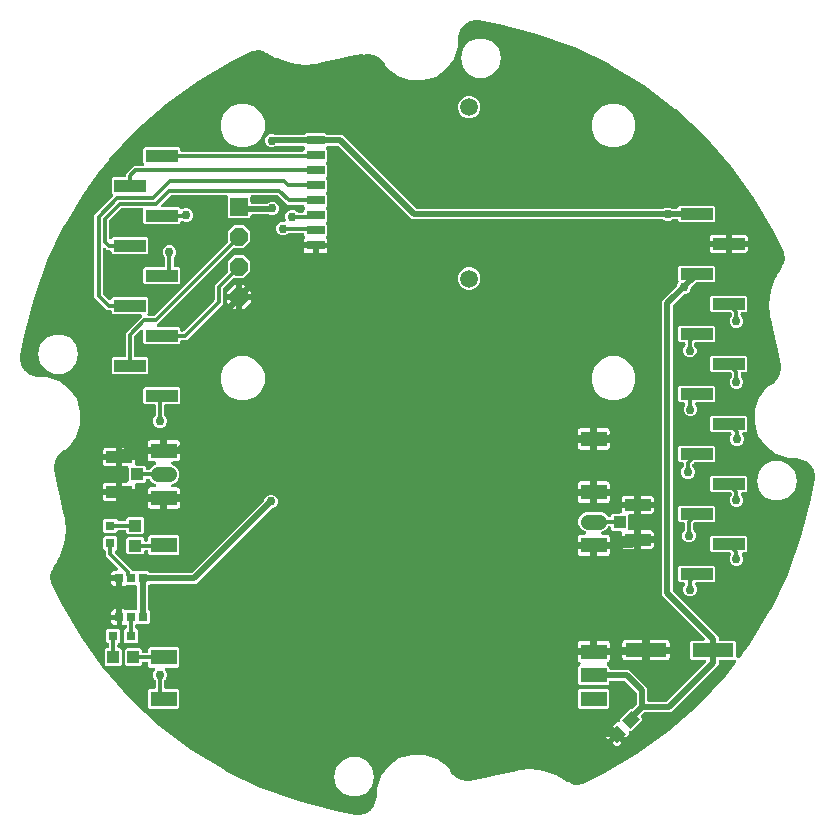
<source format=gbr>
G04 EAGLE Gerber RS-274X export*
G75*
%MOMM*%
%FSLAX34Y34*%
%LPD*%
%INTop Copper*%
%IPPOS*%
%AMOC8*
5,1,8,0,0,1.08239X$1,22.5*%
G01*
%ADD10R,2.200000X1.050000*%
%ADD11R,1.050000X1.050000*%
%ADD12R,1.524000X1.524000*%
%ADD13P,1.649562X8X292.500000*%
%ADD14R,1.500000X0.800000*%
%ADD15C,1.500000*%
%ADD16R,2.200000X1.300000*%
%ADD17C,1.300000*%
%ADD18R,0.800000X0.800000*%
%ADD19R,2.700000X1.020000*%
%ADD20R,1.000000X1.100000*%
%ADD21R,1.100000X1.000000*%
%ADD22R,3.500000X1.200000*%
%ADD23C,0.300000*%
%ADD24C,0.756400*%
%ADD25C,0.500000*%

G36*
X450466Y163391D02*
X450466Y163391D01*
X450496Y163392D01*
X450510Y163396D01*
X450537Y163399D01*
X455257Y164310D01*
X455405Y164357D01*
X455555Y164400D01*
X455575Y164410D01*
X455586Y164414D01*
X455611Y164429D01*
X455738Y164493D01*
X459871Y166946D01*
X459996Y167041D01*
X460121Y167132D01*
X460137Y167148D01*
X460146Y167156D01*
X460164Y167177D01*
X460262Y167281D01*
X463322Y170988D01*
X463407Y171119D01*
X463495Y171247D01*
X463504Y171268D01*
X463510Y171278D01*
X463520Y171305D01*
X463577Y171435D01*
X465203Y175959D01*
X465224Y176048D01*
X465254Y176134D01*
X465275Y176266D01*
X465282Y176295D01*
X465282Y176310D01*
X465286Y176337D01*
X465494Y178740D01*
X465493Y178774D01*
X465499Y178869D01*
X465499Y185543D01*
X468972Y196071D01*
X475568Y204982D01*
X484623Y211378D01*
X495226Y214616D01*
X506310Y214369D01*
X516758Y210662D01*
X525520Y203870D01*
X527228Y201333D01*
X527721Y200601D01*
X528616Y199272D01*
X528636Y199248D01*
X528678Y199187D01*
X529882Y197644D01*
X529920Y197605D01*
X529952Y197561D01*
X530100Y197418D01*
X533090Y194908D01*
X533180Y194849D01*
X533264Y194783D01*
X533351Y194736D01*
X533379Y194718D01*
X533401Y194710D01*
X533445Y194687D01*
X537012Y193100D01*
X537114Y193068D01*
X537213Y193027D01*
X537310Y193007D01*
X537342Y192997D01*
X537366Y192995D01*
X537414Y192985D01*
X541281Y192445D01*
X541336Y192444D01*
X541390Y192434D01*
X541595Y192434D01*
X543547Y192573D01*
X543580Y192579D01*
X543674Y192588D01*
X552915Y194043D01*
X552937Y194049D01*
X552982Y194055D01*
X571312Y197802D01*
X571334Y197809D01*
X571379Y197817D01*
X580450Y200104D01*
X580458Y200107D01*
X580472Y200110D01*
X581090Y200276D01*
X585659Y201502D01*
X596377Y202207D01*
X607026Y200807D01*
X617197Y197356D01*
X619695Y195913D01*
X619696Y195913D01*
X622054Y194551D01*
X624000Y193428D01*
X626807Y191807D01*
X626808Y191807D01*
X627839Y191212D01*
X627869Y191199D01*
X627944Y191156D01*
X629952Y190201D01*
X629972Y190194D01*
X629991Y190183D01*
X630043Y190167D01*
X630092Y190143D01*
X630267Y190093D01*
X630279Y190089D01*
X630283Y190089D01*
X630290Y190087D01*
X634630Y189182D01*
X634764Y189170D01*
X634899Y189151D01*
X634950Y189153D01*
X634974Y189151D01*
X635007Y189156D01*
X635104Y189160D01*
X639509Y189657D01*
X639583Y189674D01*
X639659Y189682D01*
X639833Y189732D01*
X639846Y189735D01*
X639849Y189737D01*
X639856Y189739D01*
X641944Y190503D01*
X641973Y190518D01*
X642088Y190564D01*
X657098Y197908D01*
X657125Y197925D01*
X657196Y197960D01*
X686041Y214821D01*
X686068Y214841D01*
X686165Y214902D01*
X713210Y234519D01*
X713235Y234542D01*
X713325Y234612D01*
X738308Y256797D01*
X738330Y256822D01*
X738414Y256900D01*
X761091Y281437D01*
X761111Y281463D01*
X761186Y281550D01*
X768638Y291405D01*
X769539Y292596D01*
X769539Y292597D01*
X769540Y292597D01*
X769622Y292737D01*
X769714Y292894D01*
X769714Y292895D01*
X769715Y292895D01*
X769763Y293053D01*
X769816Y293224D01*
X769816Y293225D01*
X769817Y293226D01*
X769828Y293395D01*
X769840Y293569D01*
X769840Y293570D01*
X769840Y293571D01*
X769811Y293749D01*
X769785Y293910D01*
X769785Y293911D01*
X769784Y293912D01*
X769719Y294069D01*
X769653Y294230D01*
X769652Y294230D01*
X769652Y294231D01*
X769552Y294369D01*
X769451Y294510D01*
X769450Y294511D01*
X769449Y294511D01*
X769313Y294630D01*
X769190Y294737D01*
X769189Y294737D01*
X769188Y294738D01*
X769035Y294818D01*
X768884Y294898D01*
X768883Y294898D01*
X768882Y294899D01*
X768711Y294943D01*
X768549Y294985D01*
X768548Y294985D01*
X768547Y294985D01*
X768343Y294999D01*
X756500Y294999D01*
X756465Y294995D01*
X756429Y294998D01*
X756293Y294975D01*
X756157Y294959D01*
X756123Y294947D01*
X756088Y294942D01*
X755961Y294889D01*
X755831Y294842D01*
X755802Y294823D01*
X755769Y294809D01*
X755657Y294728D01*
X755542Y294653D01*
X755517Y294627D01*
X755489Y294607D01*
X755398Y294503D01*
X755303Y294403D01*
X755285Y294372D01*
X755262Y294346D01*
X755198Y294223D01*
X755128Y294105D01*
X755118Y294071D01*
X755101Y294039D01*
X755067Y293906D01*
X755026Y293774D01*
X755024Y293739D01*
X755015Y293705D01*
X755001Y293500D01*
X755001Y290636D01*
X714864Y250499D01*
X692485Y250499D01*
X692347Y250483D01*
X692208Y250473D01*
X692175Y250463D01*
X692142Y250459D01*
X692011Y250412D01*
X691878Y250371D01*
X691848Y250353D01*
X691817Y250342D01*
X691700Y250266D01*
X691580Y250195D01*
X691546Y250165D01*
X691527Y250153D01*
X691504Y250129D01*
X691425Y250060D01*
X689615Y248250D01*
X689585Y248212D01*
X689549Y248180D01*
X689478Y248077D01*
X689401Y247979D01*
X689380Y247935D01*
X689352Y247895D01*
X689307Y247779D01*
X689254Y247666D01*
X689244Y247619D01*
X689226Y247574D01*
X689208Y247450D01*
X689183Y247328D01*
X689184Y247279D01*
X689177Y247231D01*
X689188Y247107D01*
X689191Y246982D01*
X689203Y246935D01*
X689207Y246887D01*
X689246Y246769D01*
X689278Y246648D01*
X689300Y246605D01*
X689316Y246559D01*
X689381Y246452D01*
X689439Y246342D01*
X689471Y246305D01*
X689497Y246264D01*
X689634Y246112D01*
X690308Y245461D01*
X690337Y243804D01*
X681544Y234699D01*
X680456Y234680D01*
X680398Y234672D01*
X680340Y234673D01*
X680228Y234649D01*
X680114Y234634D01*
X680059Y234613D01*
X680002Y234601D01*
X679898Y234552D01*
X679791Y234511D01*
X679742Y234478D01*
X679689Y234453D01*
X679600Y234381D01*
X679504Y234317D01*
X679465Y234274D01*
X679419Y234237D01*
X679348Y234147D01*
X679270Y234063D01*
X679241Y234012D01*
X679205Y233966D01*
X679157Y233862D01*
X679100Y233761D01*
X679084Y233705D01*
X679059Y233652D01*
X679036Y233540D01*
X679004Y233429D01*
X679001Y233371D01*
X678989Y233314D01*
X678992Y233199D01*
X678986Y233084D01*
X678997Y233027D01*
X678999Y232968D01*
X679041Y232767D01*
X679047Y232747D01*
X679059Y232079D01*
X678897Y231429D01*
X678573Y230844D01*
X676256Y228445D01*
X671551Y232989D01*
X671523Y233010D01*
X671499Y233036D01*
X671386Y233115D01*
X671276Y233199D01*
X671244Y233213D01*
X671215Y233233D01*
X671087Y233283D01*
X670961Y233340D01*
X670926Y233347D01*
X670893Y233360D01*
X670757Y233379D01*
X670621Y233405D01*
X670586Y233404D01*
X670557Y233408D01*
X670551Y233533D01*
X670542Y233567D01*
X670539Y233603D01*
X670496Y233734D01*
X670459Y233866D01*
X670442Y233897D01*
X670430Y233931D01*
X670358Y234049D01*
X670292Y234169D01*
X670268Y234196D01*
X670250Y234226D01*
X670112Y234378D01*
X665407Y238922D01*
X667724Y241321D01*
X668297Y241665D01*
X668940Y241850D01*
X669609Y241861D01*
X669630Y241856D01*
X669687Y241849D01*
X669744Y241833D01*
X669859Y241827D01*
X669972Y241812D01*
X670031Y241818D01*
X670089Y241815D01*
X670202Y241836D01*
X670316Y241847D01*
X670372Y241866D01*
X670429Y241877D01*
X670535Y241923D01*
X670643Y241960D01*
X670693Y241992D01*
X670746Y242015D01*
X670838Y242084D01*
X670935Y242145D01*
X670976Y242187D01*
X671023Y242222D01*
X671097Y242310D01*
X671177Y242392D01*
X671207Y242442D01*
X671245Y242487D01*
X671297Y242590D01*
X671356Y242688D01*
X671374Y242744D01*
X671400Y242796D01*
X671427Y242908D01*
X671463Y243017D01*
X671467Y243075D01*
X671481Y243132D01*
X671491Y243337D01*
X671472Y244425D01*
X680265Y253530D01*
X681593Y253553D01*
X681718Y253570D01*
X681845Y253579D01*
X681889Y253593D01*
X681936Y253599D01*
X682054Y253644D01*
X682175Y253682D01*
X682215Y253705D01*
X682259Y253722D01*
X682364Y253793D01*
X682472Y253857D01*
X682521Y253900D01*
X682545Y253916D01*
X682567Y253940D01*
X682627Y253992D01*
X685060Y256425D01*
X685147Y256534D01*
X685238Y256640D01*
X685254Y256670D01*
X685275Y256696D01*
X685334Y256822D01*
X685399Y256946D01*
X685407Y256979D01*
X685422Y257009D01*
X685450Y257145D01*
X685485Y257281D01*
X685488Y257326D01*
X685493Y257348D01*
X685492Y257381D01*
X685499Y257485D01*
X685499Y266515D01*
X685483Y266653D01*
X685473Y266792D01*
X685463Y266825D01*
X685459Y266858D01*
X685412Y266989D01*
X685371Y267122D01*
X685353Y267152D01*
X685342Y267183D01*
X685266Y267300D01*
X685195Y267420D01*
X685165Y267454D01*
X685153Y267473D01*
X685129Y267496D01*
X685060Y267575D01*
X675731Y276904D01*
X675622Y276990D01*
X675517Y277082D01*
X675487Y277097D01*
X675460Y277118D01*
X675334Y277177D01*
X675211Y277242D01*
X675178Y277251D01*
X675147Y277265D01*
X675011Y277294D01*
X674876Y277329D01*
X674831Y277332D01*
X674809Y277336D01*
X674775Y277336D01*
X674671Y277343D01*
X663710Y277343D01*
X663675Y277339D01*
X663640Y277341D01*
X663503Y277319D01*
X663367Y277303D01*
X663333Y277291D01*
X663298Y277285D01*
X663171Y277232D01*
X663042Y277185D01*
X663012Y277166D01*
X662979Y277152D01*
X662867Y277072D01*
X662752Y276997D01*
X662727Y276971D01*
X662699Y276950D01*
X662608Y276846D01*
X662513Y276746D01*
X662495Y276716D01*
X662472Y276689D01*
X662408Y276567D01*
X662338Y276448D01*
X662328Y276414D01*
X662311Y276383D01*
X662277Y276249D01*
X662236Y276118D01*
X662234Y276082D01*
X662225Y276048D01*
X662211Y275843D01*
X662211Y274515D01*
X661039Y273343D01*
X637381Y273343D01*
X636209Y274515D01*
X636209Y289172D01*
X637613Y290575D01*
X637649Y290621D01*
X637692Y290661D01*
X637756Y290756D01*
X637827Y290846D01*
X637852Y290899D01*
X637885Y290948D01*
X637925Y291055D01*
X637974Y291159D01*
X637986Y291217D01*
X638007Y291271D01*
X638022Y291385D01*
X638045Y291498D01*
X638044Y291556D01*
X638052Y291614D01*
X638040Y291728D01*
X638037Y291843D01*
X638023Y291900D01*
X638017Y291958D01*
X637979Y292067D01*
X637950Y292178D01*
X637923Y292230D01*
X637904Y292285D01*
X637842Y292382D01*
X637789Y292484D01*
X637750Y292528D01*
X637719Y292577D01*
X637637Y292658D01*
X637562Y292744D01*
X637514Y292778D01*
X637472Y292819D01*
X637302Y292934D01*
X636650Y293310D01*
X636177Y293783D01*
X635843Y294363D01*
X635669Y295009D01*
X635669Y298844D01*
X647710Y298844D01*
X647745Y298848D01*
X647781Y298846D01*
X647917Y298868D01*
X648053Y298884D01*
X648087Y298896D01*
X648122Y298902D01*
X648249Y298955D01*
X648379Y299002D01*
X648408Y299021D01*
X648441Y299035D01*
X648553Y299115D01*
X648668Y299190D01*
X648693Y299216D01*
X648721Y299237D01*
X648812Y299341D01*
X648907Y299441D01*
X648925Y299471D01*
X648948Y299498D01*
X649012Y299620D01*
X649082Y299739D01*
X649092Y299773D01*
X649109Y299804D01*
X649143Y299938D01*
X649184Y300069D01*
X649186Y300104D01*
X649195Y300139D01*
X649209Y300343D01*
X649209Y301844D01*
X649211Y301844D01*
X649211Y300343D01*
X649215Y300308D01*
X649213Y300273D01*
X649235Y300137D01*
X649251Y300000D01*
X649263Y299967D01*
X649269Y299932D01*
X649321Y299805D01*
X649368Y299675D01*
X649388Y299645D01*
X649401Y299612D01*
X649482Y299501D01*
X649557Y299385D01*
X649583Y299361D01*
X649604Y299332D01*
X649708Y299242D01*
X649807Y299147D01*
X649838Y299129D01*
X649865Y299105D01*
X649987Y299041D01*
X650106Y298972D01*
X650139Y298961D01*
X650171Y298945D01*
X650304Y298910D01*
X650436Y298870D01*
X650471Y298867D01*
X650506Y298858D01*
X650710Y298844D01*
X662751Y298844D01*
X662751Y295009D01*
X662578Y294363D01*
X662243Y293783D01*
X661770Y293310D01*
X661118Y292934D01*
X661071Y292899D01*
X661020Y292872D01*
X660933Y292796D01*
X660841Y292728D01*
X660803Y292683D01*
X660759Y292645D01*
X660692Y292551D01*
X660618Y292463D01*
X660591Y292411D01*
X660557Y292364D01*
X660513Y292257D01*
X660461Y292155D01*
X660448Y292098D01*
X660425Y292044D01*
X660407Y291930D01*
X660380Y291819D01*
X660379Y291761D01*
X660370Y291703D01*
X660378Y291588D01*
X660377Y291473D01*
X660390Y291416D01*
X660394Y291358D01*
X660429Y291248D01*
X660454Y291136D01*
X660480Y291084D01*
X660497Y291028D01*
X660555Y290929D01*
X660606Y290826D01*
X660643Y290780D01*
X660673Y290730D01*
X660808Y290575D01*
X662211Y289172D01*
X662211Y287843D01*
X662215Y287808D01*
X662213Y287773D01*
X662235Y287637D01*
X662251Y287500D01*
X662263Y287467D01*
X662269Y287432D01*
X662321Y287305D01*
X662368Y287175D01*
X662388Y287145D01*
X662401Y287112D01*
X662482Y287001D01*
X662557Y286885D01*
X662583Y286861D01*
X662603Y286832D01*
X662708Y286742D01*
X662807Y286647D01*
X662838Y286629D01*
X662865Y286605D01*
X662987Y286541D01*
X663105Y286472D01*
X663139Y286461D01*
X663171Y286445D01*
X663304Y286410D01*
X663436Y286369D01*
X663471Y286367D01*
X663505Y286358D01*
X663710Y286344D01*
X679021Y286344D01*
X691425Y273940D01*
X694501Y270864D01*
X694501Y261000D01*
X694505Y260965D01*
X694502Y260929D01*
X694525Y260793D01*
X694541Y260657D01*
X694553Y260623D01*
X694558Y260588D01*
X694611Y260461D01*
X694658Y260331D01*
X694677Y260302D01*
X694691Y260269D01*
X694772Y260157D01*
X694847Y260042D01*
X694873Y260017D01*
X694893Y259989D01*
X694997Y259898D01*
X695097Y259803D01*
X695128Y259785D01*
X695154Y259762D01*
X695277Y259698D01*
X695395Y259628D01*
X695429Y259618D01*
X695461Y259601D01*
X695594Y259567D01*
X695726Y259526D01*
X695761Y259524D01*
X695795Y259515D01*
X696000Y259501D01*
X710515Y259501D01*
X710653Y259517D01*
X710792Y259527D01*
X710825Y259537D01*
X710858Y259541D01*
X710989Y259588D01*
X711122Y259629D01*
X711152Y259647D01*
X711183Y259658D01*
X711300Y259734D01*
X711420Y259805D01*
X711454Y259835D01*
X711473Y259847D01*
X711496Y259871D01*
X711575Y259940D01*
X744075Y292440D01*
X744140Y292522D01*
X744212Y292597D01*
X744247Y292657D01*
X744290Y292711D01*
X744334Y292805D01*
X744387Y292895D01*
X744407Y292961D01*
X744436Y293024D01*
X744458Y293126D01*
X744489Y293226D01*
X744493Y293295D01*
X744508Y293362D01*
X744505Y293466D01*
X744512Y293571D01*
X744501Y293639D01*
X744500Y293708D01*
X744473Y293809D01*
X744456Y293912D01*
X744430Y293976D01*
X744412Y294042D01*
X744364Y294135D01*
X744324Y294231D01*
X744283Y294287D01*
X744251Y294348D01*
X744183Y294427D01*
X744121Y294511D01*
X744069Y294557D01*
X744024Y294609D01*
X743939Y294670D01*
X743860Y294738D01*
X743799Y294770D01*
X743743Y294811D01*
X743647Y294850D01*
X743554Y294899D01*
X743487Y294916D01*
X743423Y294943D01*
X743320Y294959D01*
X743219Y294985D01*
X743116Y294992D01*
X743082Y294998D01*
X743060Y294996D01*
X743015Y294999D01*
X732171Y294999D01*
X730999Y296171D01*
X730999Y309829D01*
X732171Y311001D01*
X742063Y311001D01*
X742166Y311013D01*
X742271Y311015D01*
X742338Y311033D01*
X742406Y311041D01*
X742504Y311076D01*
X742605Y311102D01*
X742666Y311135D01*
X742731Y311158D01*
X742819Y311215D01*
X742911Y311264D01*
X742963Y311309D01*
X743021Y311347D01*
X743093Y311422D01*
X743172Y311491D01*
X743212Y311547D01*
X743260Y311597D01*
X743312Y311687D01*
X743373Y311772D01*
X743400Y311836D01*
X743435Y311895D01*
X743465Y311995D01*
X743505Y312091D01*
X743516Y312160D01*
X743537Y312226D01*
X743544Y312330D01*
X743561Y312433D01*
X743556Y312502D01*
X743560Y312571D01*
X743543Y312673D01*
X743536Y312778D01*
X743516Y312844D01*
X743504Y312912D01*
X743464Y313008D01*
X743433Y313108D01*
X743398Y313167D01*
X743372Y313231D01*
X743311Y313316D01*
X743258Y313405D01*
X743189Y313484D01*
X743169Y313511D01*
X743153Y313526D01*
X743123Y313560D01*
X707023Y349660D01*
X707023Y598488D01*
X719270Y610735D01*
X719357Y610844D01*
X719448Y610950D01*
X719464Y610980D01*
X719485Y611006D01*
X719544Y611132D01*
X719609Y611256D01*
X719618Y611289D01*
X719632Y611319D01*
X719661Y611456D01*
X719695Y611591D01*
X719699Y611636D01*
X719703Y611658D01*
X719702Y611691D01*
X719705Y611732D01*
X720590Y613868D01*
X720636Y613914D01*
X720658Y613942D01*
X720685Y613965D01*
X720765Y614077D01*
X720851Y614185D01*
X720866Y614217D01*
X720887Y614246D01*
X720939Y614373D01*
X720998Y614498D01*
X721005Y614533D01*
X721019Y614566D01*
X721041Y614702D01*
X721069Y614836D01*
X721068Y614872D01*
X721074Y614907D01*
X721064Y615044D01*
X721061Y615182D01*
X721052Y615217D01*
X721049Y615252D01*
X721008Y615384D01*
X720999Y615418D01*
X720999Y627529D01*
X722171Y628701D01*
X750829Y628701D01*
X752001Y627529D01*
X752001Y615671D01*
X750829Y614499D01*
X736385Y614499D01*
X736247Y614483D01*
X736108Y614473D01*
X736075Y614463D01*
X736042Y614459D01*
X735911Y614412D01*
X735778Y614371D01*
X735748Y614353D01*
X735717Y614342D01*
X735600Y614266D01*
X735480Y614195D01*
X735446Y614165D01*
X735427Y614153D01*
X735404Y614129D01*
X735325Y614060D01*
X731714Y610449D01*
X731628Y610340D01*
X731536Y610234D01*
X731520Y610204D01*
X731499Y610178D01*
X731440Y610052D01*
X731375Y609928D01*
X731367Y609896D01*
X731353Y609865D01*
X731324Y609729D01*
X731289Y609594D01*
X731286Y609548D01*
X731281Y609527D01*
X731282Y609493D01*
X731279Y609452D01*
X730395Y607317D01*
X728768Y605690D01*
X726622Y604801D01*
X726557Y604793D01*
X726418Y604784D01*
X726386Y604773D01*
X726352Y604770D01*
X726221Y604722D01*
X726088Y604681D01*
X726059Y604664D01*
X726027Y604652D01*
X725910Y604576D01*
X725790Y604505D01*
X725756Y604475D01*
X725737Y604463D01*
X725714Y604439D01*
X725635Y604370D01*
X716464Y595199D01*
X716377Y595090D01*
X716286Y594984D01*
X716270Y594954D01*
X716249Y594928D01*
X716190Y594802D01*
X716125Y594678D01*
X716117Y594645D01*
X716102Y594615D01*
X716074Y594479D01*
X716039Y594343D01*
X716036Y594298D01*
X716031Y594276D01*
X716032Y594243D01*
X716025Y594139D01*
X716025Y354009D01*
X716041Y353871D01*
X716051Y353732D01*
X716061Y353699D01*
X716065Y353666D01*
X716112Y353535D01*
X716153Y353402D01*
X716171Y353372D01*
X716182Y353341D01*
X716258Y353224D01*
X716329Y353104D01*
X716359Y353070D01*
X716371Y353051D01*
X716395Y353028D01*
X716464Y352949D01*
X755001Y314412D01*
X755001Y312500D01*
X755005Y312465D01*
X755002Y312429D01*
X755025Y312293D01*
X755041Y312157D01*
X755053Y312123D01*
X755058Y312088D01*
X755111Y311961D01*
X755158Y311831D01*
X755177Y311802D01*
X755191Y311769D01*
X755272Y311657D01*
X755347Y311542D01*
X755373Y311517D01*
X755393Y311489D01*
X755497Y311398D01*
X755597Y311303D01*
X755628Y311285D01*
X755654Y311262D01*
X755777Y311198D01*
X755895Y311128D01*
X755929Y311118D01*
X755961Y311101D01*
X756094Y311067D01*
X756226Y311026D01*
X756261Y311024D01*
X756295Y311015D01*
X756500Y311001D01*
X768829Y311001D01*
X770001Y309829D01*
X770001Y297675D01*
X770005Y297641D01*
X770002Y297606D01*
X770025Y297470D01*
X770041Y297332D01*
X770052Y297299D01*
X770058Y297265D01*
X770111Y297137D01*
X770158Y297007D01*
X770177Y296978D01*
X770190Y296946D01*
X770271Y296833D01*
X770347Y296717D01*
X770372Y296693D01*
X770392Y296665D01*
X770497Y296574D01*
X770597Y296478D01*
X770627Y296461D01*
X770653Y296438D01*
X770776Y296373D01*
X770895Y296303D01*
X770928Y296293D01*
X770959Y296277D01*
X771093Y296242D01*
X771226Y296201D01*
X771260Y296199D01*
X771294Y296190D01*
X771432Y296187D01*
X771571Y296178D01*
X771605Y296183D01*
X771639Y296182D01*
X771775Y296211D01*
X771912Y296234D01*
X771944Y296247D01*
X771977Y296254D01*
X772103Y296313D01*
X772231Y296366D01*
X772259Y296386D01*
X772290Y296401D01*
X772399Y296487D01*
X772511Y296569D01*
X772534Y296595D01*
X772561Y296616D01*
X772696Y296771D01*
X777708Y303399D01*
X778841Y304898D01*
X778842Y304898D01*
X779975Y306397D01*
X781338Y308200D01*
X781355Y308228D01*
X781421Y308322D01*
X798852Y336826D01*
X798866Y336856D01*
X798923Y336955D01*
X813463Y367037D01*
X813474Y367068D01*
X813521Y367173D01*
X825030Y398539D01*
X825037Y398572D01*
X825074Y398680D01*
X833439Y431027D01*
X833443Y431059D01*
X833462Y431136D01*
X836439Y447579D01*
X836441Y447609D01*
X836442Y447612D01*
X836449Y447641D01*
X836453Y447693D01*
X836460Y447744D01*
X836624Y450151D01*
X836620Y450242D01*
X836626Y450333D01*
X836609Y450466D01*
X836608Y450496D01*
X836604Y450510D01*
X836601Y450537D01*
X835690Y455257D01*
X835643Y455405D01*
X835600Y455555D01*
X835590Y455575D01*
X835586Y455586D01*
X835571Y455611D01*
X835507Y455738D01*
X833054Y459871D01*
X832959Y459995D01*
X832868Y460121D01*
X832852Y460137D01*
X832844Y460146D01*
X832823Y460164D01*
X832719Y460262D01*
X829012Y463322D01*
X828881Y463407D01*
X828753Y463495D01*
X828732Y463504D01*
X828722Y463510D01*
X828695Y463520D01*
X828565Y463577D01*
X824041Y465203D01*
X823952Y465224D01*
X823866Y465254D01*
X823734Y465275D01*
X823705Y465282D01*
X823690Y465282D01*
X823663Y465286D01*
X821260Y465494D01*
X821226Y465493D01*
X821131Y465499D01*
X814457Y465499D01*
X803929Y468972D01*
X795018Y475568D01*
X788622Y484623D01*
X785384Y495226D01*
X785631Y506310D01*
X789338Y516758D01*
X796130Y525520D01*
X800728Y528616D01*
X800751Y528636D01*
X800813Y528678D01*
X802356Y529882D01*
X802395Y529920D01*
X802439Y529952D01*
X802582Y530100D01*
X805092Y533090D01*
X805151Y533180D01*
X805217Y533264D01*
X805264Y533351D01*
X805282Y533379D01*
X805290Y533401D01*
X805313Y533445D01*
X806900Y537012D01*
X806932Y537114D01*
X806973Y537213D01*
X806993Y537310D01*
X807003Y537342D01*
X807005Y537366D01*
X807015Y537414D01*
X807555Y541281D01*
X807556Y541336D01*
X807566Y541390D01*
X807566Y541595D01*
X807427Y543547D01*
X807421Y543580D01*
X807412Y543673D01*
X805957Y552915D01*
X805951Y552937D01*
X805945Y552982D01*
X802198Y571312D01*
X802191Y571334D01*
X802183Y571379D01*
X799896Y580450D01*
X799893Y580458D01*
X799890Y580472D01*
X799882Y580503D01*
X798498Y585659D01*
X797793Y596377D01*
X799193Y607026D01*
X802644Y617197D01*
X804087Y619695D01*
X804087Y619696D01*
X805440Y622040D01*
X806572Y623999D01*
X806572Y624000D01*
X808642Y627585D01*
X808788Y627839D01*
X808801Y627869D01*
X808844Y627944D01*
X809799Y629952D01*
X809824Y630024D01*
X809857Y630092D01*
X809906Y630266D01*
X809911Y630279D01*
X809911Y630283D01*
X809913Y630290D01*
X810818Y634630D01*
X810830Y634764D01*
X810849Y634899D01*
X810847Y634950D01*
X810849Y634974D01*
X810844Y635007D01*
X810840Y635104D01*
X810343Y639509D01*
X810326Y639583D01*
X810318Y639659D01*
X810268Y639833D01*
X810265Y639846D01*
X810263Y639849D01*
X810261Y639856D01*
X809497Y641944D01*
X809483Y641973D01*
X809436Y642088D01*
X802092Y657098D01*
X802075Y657125D01*
X802040Y657196D01*
X785179Y686041D01*
X785159Y686068D01*
X785098Y686165D01*
X765481Y713210D01*
X765458Y713235D01*
X765388Y713325D01*
X743203Y738308D01*
X743178Y738330D01*
X743100Y738414D01*
X718563Y761091D01*
X718537Y761111D01*
X718450Y761186D01*
X691800Y781338D01*
X691772Y781355D01*
X691678Y781421D01*
X663174Y798852D01*
X663144Y798866D01*
X663045Y798923D01*
X632963Y813463D01*
X632932Y813474D01*
X632827Y813521D01*
X601461Y825030D01*
X601428Y825037D01*
X601320Y825074D01*
X568973Y833439D01*
X568941Y833443D01*
X568864Y833462D01*
X552421Y836439D01*
X552392Y836441D01*
X552256Y836460D01*
X549849Y836624D01*
X549758Y836620D01*
X549667Y836626D01*
X549534Y836609D01*
X549504Y836608D01*
X549490Y836604D01*
X549463Y836601D01*
X544743Y835690D01*
X544595Y835643D01*
X544445Y835600D01*
X544425Y835590D01*
X544414Y835586D01*
X544389Y835571D01*
X544262Y835507D01*
X540129Y833054D01*
X540005Y832959D01*
X539879Y832868D01*
X539863Y832852D01*
X539854Y832844D01*
X539836Y832823D01*
X539738Y832719D01*
X536678Y829012D01*
X536593Y828881D01*
X536505Y828753D01*
X536496Y828732D01*
X536490Y828722D01*
X536480Y828695D01*
X536423Y828565D01*
X534797Y824041D01*
X534776Y823952D01*
X534746Y823866D01*
X534725Y823734D01*
X534718Y823705D01*
X534718Y823690D01*
X534714Y823663D01*
X534506Y821260D01*
X534507Y821226D01*
X534501Y821131D01*
X534501Y814457D01*
X531028Y803929D01*
X524432Y795018D01*
X515377Y788622D01*
X504774Y785384D01*
X493690Y785631D01*
X483242Y789338D01*
X474480Y796130D01*
X472772Y798667D01*
X472092Y799676D01*
X471384Y800728D01*
X471364Y800751D01*
X471322Y800813D01*
X470118Y802356D01*
X470080Y802395D01*
X470048Y802439D01*
X469900Y802582D01*
X466910Y805092D01*
X466820Y805151D01*
X466737Y805217D01*
X466649Y805264D01*
X466621Y805282D01*
X466599Y805290D01*
X466555Y805313D01*
X462988Y806900D01*
X462886Y806932D01*
X462787Y806973D01*
X462690Y806993D01*
X462658Y807003D01*
X462634Y807005D01*
X462586Y807015D01*
X458719Y807555D01*
X458664Y807556D01*
X458610Y807566D01*
X458405Y807566D01*
X456453Y807427D01*
X456423Y807421D01*
X456349Y807416D01*
X454503Y807154D01*
X453984Y807544D01*
X453854Y807620D01*
X453726Y807700D01*
X453704Y807707D01*
X453685Y807718D01*
X453541Y807763D01*
X453398Y807811D01*
X453376Y807813D01*
X453355Y807820D01*
X453204Y807830D01*
X453054Y807844D01*
X453025Y807842D01*
X453010Y807843D01*
X452979Y807838D01*
X452850Y807826D01*
X446923Y806893D01*
X446901Y806887D01*
X446856Y806881D01*
X428469Y803123D01*
X428448Y803116D01*
X428403Y803108D01*
X419303Y800813D01*
X419296Y800810D01*
X419281Y800808D01*
X417261Y800265D01*
X414185Y799440D01*
X403654Y798747D01*
X393191Y800122D01*
X383197Y803514D01*
X381602Y804435D01*
X381475Y804490D01*
X381349Y804551D01*
X381316Y804558D01*
X381285Y804572D01*
X381148Y804596D01*
X381012Y804627D01*
X380978Y804627D01*
X380945Y804633D01*
X380806Y804625D01*
X380666Y804624D01*
X380622Y804615D01*
X380599Y804614D01*
X380567Y804604D01*
X380465Y804584D01*
X379767Y804397D01*
X372805Y808417D01*
X372161Y808788D01*
X372131Y808801D01*
X372056Y808844D01*
X370048Y809799D01*
X369976Y809824D01*
X369908Y809857D01*
X369734Y809906D01*
X369721Y809911D01*
X369717Y809911D01*
X369710Y809913D01*
X365370Y810818D01*
X365236Y810830D01*
X365101Y810849D01*
X365050Y810847D01*
X365026Y810849D01*
X364993Y810844D01*
X364896Y810840D01*
X360491Y810343D01*
X360417Y810326D01*
X360341Y810318D01*
X360167Y810268D01*
X360154Y810265D01*
X360151Y810263D01*
X360144Y810261D01*
X358056Y809497D01*
X358027Y809483D01*
X357912Y809436D01*
X342902Y802092D01*
X342875Y802075D01*
X342804Y802040D01*
X313959Y785179D01*
X313932Y785159D01*
X313835Y785098D01*
X286790Y765481D01*
X286765Y765458D01*
X286675Y765388D01*
X261692Y743203D01*
X261670Y743178D01*
X261586Y743100D01*
X238909Y718563D01*
X238889Y718537D01*
X238814Y718450D01*
X234693Y713001D01*
X233560Y711501D01*
X232426Y710002D01*
X221089Y695010D01*
X219955Y693510D01*
X218662Y691800D01*
X218645Y691772D01*
X218579Y691678D01*
X201148Y663174D01*
X201134Y663144D01*
X201077Y663045D01*
X186537Y632963D01*
X186526Y632932D01*
X186479Y632827D01*
X174970Y601461D01*
X174963Y601428D01*
X174926Y601320D01*
X166561Y568973D01*
X166557Y568941D01*
X166538Y568864D01*
X163561Y552421D01*
X163559Y552391D01*
X163558Y552388D01*
X163551Y552359D01*
X163547Y552307D01*
X163540Y552256D01*
X163376Y549849D01*
X163380Y549758D01*
X163374Y549667D01*
X163391Y549534D01*
X163392Y549504D01*
X163396Y549490D01*
X163399Y549463D01*
X164310Y544743D01*
X164357Y544595D01*
X164400Y544445D01*
X164410Y544425D01*
X164414Y544414D01*
X164429Y544389D01*
X164493Y544262D01*
X166946Y540129D01*
X167041Y540004D01*
X167132Y539879D01*
X167148Y539863D01*
X167156Y539854D01*
X167177Y539836D01*
X167281Y539738D01*
X170988Y536678D01*
X171119Y536593D01*
X171247Y536505D01*
X171268Y536496D01*
X171278Y536490D01*
X171305Y536480D01*
X171435Y536423D01*
X175959Y534797D01*
X176048Y534776D01*
X176134Y534746D01*
X176266Y534725D01*
X176295Y534718D01*
X176310Y534718D01*
X176337Y534714D01*
X178740Y534506D01*
X178774Y534507D01*
X178869Y534501D01*
X185543Y534501D01*
X196071Y531028D01*
X204982Y524432D01*
X211378Y515377D01*
X214616Y504774D01*
X214369Y493690D01*
X210662Y483242D01*
X203870Y474480D01*
X201333Y472772D01*
X200597Y472276D01*
X199272Y471384D01*
X199248Y471364D01*
X199187Y471322D01*
X197644Y470118D01*
X197605Y470080D01*
X197561Y470048D01*
X197418Y469900D01*
X194908Y466910D01*
X194849Y466820D01*
X194783Y466736D01*
X194736Y466649D01*
X194718Y466621D01*
X194710Y466599D01*
X194687Y466555D01*
X193100Y462988D01*
X193068Y462886D01*
X193027Y462787D01*
X193007Y462690D01*
X192997Y462658D01*
X192995Y462634D01*
X192985Y462586D01*
X192445Y458719D01*
X192444Y458664D01*
X192434Y458610D01*
X192434Y458405D01*
X192573Y456453D01*
X192579Y456420D01*
X192588Y456327D01*
X194043Y447085D01*
X194049Y447063D01*
X194055Y447018D01*
X197802Y428688D01*
X197809Y428666D01*
X197817Y428621D01*
X200104Y419550D01*
X200107Y419542D01*
X200110Y419528D01*
X200693Y417355D01*
X201502Y414341D01*
X202207Y403623D01*
X200807Y392974D01*
X197356Y382803D01*
X195913Y380305D01*
X195913Y380304D01*
X194501Y377860D01*
X194501Y377859D01*
X193428Y376001D01*
X193428Y376000D01*
X191376Y372447D01*
X191212Y372161D01*
X191199Y372131D01*
X191156Y372056D01*
X190201Y370048D01*
X190176Y369976D01*
X190143Y369908D01*
X190094Y369734D01*
X190089Y369721D01*
X190089Y369717D01*
X190087Y369710D01*
X189182Y365370D01*
X189170Y365236D01*
X189151Y365101D01*
X189153Y365050D01*
X189151Y365026D01*
X189156Y364993D01*
X189160Y364896D01*
X189657Y360491D01*
X189674Y360417D01*
X189682Y360341D01*
X189732Y360167D01*
X189735Y360154D01*
X189737Y360151D01*
X189739Y360144D01*
X190503Y358056D01*
X190518Y358027D01*
X190564Y357912D01*
X197908Y342902D01*
X197925Y342875D01*
X197960Y342804D01*
X214821Y313959D01*
X214841Y313932D01*
X214902Y313835D01*
X232786Y289179D01*
X232797Y289168D01*
X232810Y289146D01*
X234519Y286790D01*
X234542Y286765D01*
X234612Y286675D01*
X256797Y261692D01*
X256822Y261670D01*
X256900Y261586D01*
X281437Y238909D01*
X281463Y238889D01*
X281550Y238814D01*
X308200Y218662D01*
X308228Y218645D01*
X308322Y218579D01*
X336826Y201148D01*
X336856Y201134D01*
X336955Y201077D01*
X367037Y186537D01*
X367068Y186526D01*
X367173Y186479D01*
X398539Y174970D01*
X398572Y174963D01*
X398680Y174926D01*
X431027Y166561D01*
X431059Y166557D01*
X431136Y166538D01*
X447579Y163561D01*
X447608Y163559D01*
X447744Y163540D01*
X450151Y163376D01*
X450242Y163380D01*
X450333Y163374D01*
X450466Y163391D01*
G37*
%LPC*%
G36*
X242171Y536699D02*
X242171Y536699D01*
X240999Y537871D01*
X240999Y549729D01*
X242171Y550901D01*
X251500Y550901D01*
X251535Y550905D01*
X251571Y550902D01*
X251707Y550925D01*
X251843Y550941D01*
X251877Y550953D01*
X251912Y550958D01*
X252039Y551011D01*
X252169Y551058D01*
X252198Y551077D01*
X252231Y551091D01*
X252343Y551172D01*
X252458Y551247D01*
X252483Y551273D01*
X252511Y551293D01*
X252602Y551397D01*
X252697Y551497D01*
X252715Y551528D01*
X252738Y551554D01*
X252802Y551677D01*
X252872Y551795D01*
X252882Y551829D01*
X252899Y551861D01*
X252933Y551994D01*
X252974Y552126D01*
X252976Y552161D01*
X252985Y552195D01*
X252999Y552400D01*
X252999Y571527D01*
X266413Y584940D01*
X266477Y585022D01*
X266549Y585097D01*
X266584Y585157D01*
X266627Y585211D01*
X266672Y585305D01*
X266724Y585395D01*
X266745Y585461D01*
X266774Y585524D01*
X266796Y585626D01*
X266826Y585726D01*
X266831Y585795D01*
X266845Y585862D01*
X266843Y585966D01*
X266850Y586071D01*
X266839Y586139D01*
X266837Y586208D01*
X266811Y586309D01*
X266794Y586412D01*
X266767Y586476D01*
X266750Y586542D01*
X266701Y586635D01*
X266661Y586731D01*
X266621Y586787D01*
X266589Y586848D01*
X266520Y586927D01*
X266459Y587011D01*
X266407Y587057D01*
X266361Y587109D01*
X266277Y587170D01*
X266198Y587238D01*
X266137Y587270D01*
X266081Y587311D01*
X265984Y587350D01*
X265892Y587399D01*
X265825Y587416D01*
X265761Y587443D01*
X265658Y587459D01*
X265557Y587485D01*
X265453Y587492D01*
X265420Y587498D01*
X265397Y587496D01*
X265352Y587499D01*
X242171Y587499D01*
X240999Y588671D01*
X240999Y589600D01*
X240995Y589635D01*
X240998Y589671D01*
X240975Y589807D01*
X240959Y589943D01*
X240947Y589977D01*
X240942Y590012D01*
X240889Y590139D01*
X240842Y590269D01*
X240823Y590298D01*
X240809Y590331D01*
X240728Y590443D01*
X240653Y590558D01*
X240627Y590583D01*
X240607Y590611D01*
X240503Y590702D01*
X240403Y590797D01*
X240372Y590815D01*
X240346Y590838D01*
X240223Y590902D01*
X240105Y590972D01*
X240071Y590982D01*
X240039Y590999D01*
X239906Y591033D01*
X239774Y591074D01*
X239739Y591076D01*
X239705Y591085D01*
X239500Y591099D01*
X236950Y591099D01*
X226499Y601550D01*
X226499Y671450D01*
X228989Y673940D01*
X242100Y687051D01*
X242122Y687078D01*
X242148Y687102D01*
X242189Y687158D01*
X242236Y687207D01*
X242270Y687266D01*
X242314Y687322D01*
X242329Y687354D01*
X242350Y687382D01*
X242377Y687449D01*
X242411Y687505D01*
X242430Y687568D01*
X242461Y687635D01*
X242469Y687669D01*
X242482Y687702D01*
X242494Y687775D01*
X242513Y687835D01*
X242517Y687899D01*
X242533Y687973D01*
X242532Y688008D01*
X242537Y688043D01*
X242532Y688118D01*
X242536Y688180D01*
X242526Y688242D01*
X242524Y688319D01*
X242515Y688353D01*
X242513Y688388D01*
X242490Y688461D01*
X242480Y688521D01*
X242457Y688578D01*
X242437Y688653D01*
X242421Y688684D01*
X242410Y688718D01*
X242371Y688785D01*
X242348Y688841D01*
X242312Y688890D01*
X242276Y688959D01*
X242253Y688986D01*
X242235Y689016D01*
X242157Y689105D01*
X242145Y689121D01*
X242135Y689130D01*
X242100Y689171D01*
X240999Y690271D01*
X240999Y702129D01*
X242171Y703301D01*
X251500Y703301D01*
X251535Y703305D01*
X251571Y703302D01*
X251707Y703325D01*
X251843Y703341D01*
X251877Y703353D01*
X251912Y703358D01*
X252039Y703411D01*
X252169Y703458D01*
X252198Y703477D01*
X252231Y703491D01*
X252343Y703572D01*
X252458Y703647D01*
X252483Y703673D01*
X252511Y703693D01*
X252602Y703797D01*
X252697Y703897D01*
X252715Y703928D01*
X252738Y703954D01*
X252802Y704077D01*
X252872Y704195D01*
X252882Y704229D01*
X252899Y704261D01*
X252933Y704394D01*
X252974Y704526D01*
X252976Y704561D01*
X252985Y704595D01*
X252999Y704800D01*
X252999Y705950D01*
X259789Y712740D01*
X267311Y712740D01*
X267414Y712752D01*
X267519Y712755D01*
X267586Y712772D01*
X267654Y712780D01*
X267752Y712816D01*
X267853Y712842D01*
X267914Y712874D01*
X267979Y712898D01*
X268067Y712955D01*
X268159Y713003D01*
X268211Y713049D01*
X268269Y713086D01*
X268341Y713162D01*
X268420Y713230D01*
X268460Y713287D01*
X268508Y713337D01*
X268560Y713427D01*
X268621Y713511D01*
X268648Y713575D01*
X268683Y713635D01*
X268713Y713734D01*
X268753Y713831D01*
X268764Y713899D01*
X268785Y713965D01*
X268792Y714069D01*
X268809Y714172D01*
X268804Y714241D01*
X268808Y714310D01*
X268791Y714413D01*
X268784Y714517D01*
X268764Y714583D01*
X268752Y714651D01*
X268712Y714748D01*
X268681Y714847D01*
X268646Y714907D01*
X268620Y714971D01*
X268559Y715055D01*
X268506Y715145D01*
X268437Y715224D01*
X268417Y715251D01*
X268401Y715266D01*
X268371Y715300D01*
X267999Y715671D01*
X267999Y727529D01*
X269171Y728701D01*
X297829Y728701D01*
X299001Y727529D01*
X299001Y726600D01*
X299005Y726565D01*
X299002Y726529D01*
X299025Y726393D01*
X299041Y726257D01*
X299053Y726223D01*
X299058Y726188D01*
X299111Y726061D01*
X299158Y725931D01*
X299177Y725902D01*
X299191Y725869D01*
X299272Y725757D01*
X299347Y725642D01*
X299373Y725617D01*
X299393Y725589D01*
X299497Y725498D01*
X299597Y725403D01*
X299628Y725385D01*
X299654Y725362D01*
X299777Y725298D01*
X299895Y725228D01*
X299929Y725218D01*
X299961Y725201D01*
X300094Y725167D01*
X300226Y725126D01*
X300261Y725124D01*
X300295Y725115D01*
X300500Y725101D01*
X402675Y725101D01*
X402710Y725105D01*
X402745Y725102D01*
X402881Y725125D01*
X403018Y725141D01*
X403052Y725153D01*
X403087Y725158D01*
X403214Y725211D01*
X403343Y725258D01*
X403373Y725277D01*
X403406Y725291D01*
X403518Y725372D01*
X403633Y725447D01*
X403657Y725473D01*
X403686Y725493D01*
X403777Y725597D01*
X403872Y725697D01*
X403890Y725728D01*
X403913Y725754D01*
X403977Y725877D01*
X404047Y725995D01*
X404057Y726029D01*
X404074Y726061D01*
X404108Y726194D01*
X404149Y726326D01*
X404151Y726361D01*
X404160Y726395D01*
X404174Y726600D01*
X404174Y726768D01*
X404635Y727229D01*
X404657Y727257D01*
X404684Y727280D01*
X404764Y727392D01*
X404850Y727500D01*
X404865Y727532D01*
X404886Y727561D01*
X404938Y727689D01*
X404997Y727813D01*
X405004Y727848D01*
X405018Y727881D01*
X405040Y728017D01*
X405068Y728152D01*
X405067Y728187D01*
X405073Y728222D01*
X405063Y728360D01*
X405060Y728497D01*
X405051Y728532D01*
X405048Y728567D01*
X405007Y728699D01*
X404973Y728832D01*
X404956Y728863D01*
X404946Y728897D01*
X404875Y729016D01*
X404811Y729138D01*
X404788Y729164D01*
X404770Y729195D01*
X404635Y729350D01*
X404285Y729700D01*
X404176Y729786D01*
X404071Y729878D01*
X404041Y729893D01*
X404014Y729914D01*
X403888Y729973D01*
X403765Y730038D01*
X403732Y730047D01*
X403701Y730061D01*
X403565Y730090D01*
X403430Y730125D01*
X403385Y730128D01*
X403363Y730132D01*
X403329Y730132D01*
X403225Y730139D01*
X380938Y730139D01*
X380800Y730123D01*
X380660Y730113D01*
X380628Y730103D01*
X380594Y730099D01*
X380463Y730052D01*
X380330Y730010D01*
X380301Y729993D01*
X380269Y729981D01*
X380152Y729905D01*
X380032Y729834D01*
X379998Y729805D01*
X379980Y729793D01*
X379956Y729768D01*
X379878Y729700D01*
X379776Y729598D01*
X377650Y728717D01*
X375350Y728717D01*
X373224Y729598D01*
X371598Y731224D01*
X370717Y733350D01*
X370717Y735650D01*
X371598Y737776D01*
X373224Y739402D01*
X375350Y740283D01*
X377650Y740283D01*
X379894Y739353D01*
X379996Y739306D01*
X380119Y739241D01*
X380152Y739232D01*
X380183Y739218D01*
X380319Y739189D01*
X380454Y739154D01*
X380499Y739151D01*
X380521Y739147D01*
X380555Y739147D01*
X380659Y739140D01*
X403225Y739140D01*
X403363Y739156D01*
X403503Y739166D01*
X403535Y739176D01*
X403569Y739180D01*
X403700Y739227D01*
X403833Y739269D01*
X403862Y739286D01*
X403894Y739298D01*
X404010Y739374D01*
X404131Y739445D01*
X404165Y739474D01*
X404183Y739486D01*
X404206Y739511D01*
X404285Y739579D01*
X405346Y740640D01*
X422004Y740640D01*
X423064Y739579D01*
X423174Y739493D01*
X423279Y739401D01*
X423309Y739386D01*
X423335Y739365D01*
X423461Y739306D01*
X423585Y739241D01*
X423618Y739232D01*
X423648Y739218D01*
X423785Y739189D01*
X423920Y739154D01*
X423965Y739151D01*
X423987Y739147D01*
X424020Y739147D01*
X424125Y739140D01*
X436625Y739140D01*
X498425Y677340D01*
X498534Y677253D01*
X498640Y677162D01*
X498670Y677146D01*
X498696Y677125D01*
X498822Y677066D01*
X498946Y677001D01*
X498979Y676993D01*
X499009Y676978D01*
X499145Y676950D01*
X499281Y676915D01*
X499326Y676912D01*
X499348Y676907D01*
X499381Y676908D01*
X499485Y676901D01*
X708422Y676901D01*
X708441Y676903D01*
X708459Y676901D01*
X708612Y676923D01*
X708766Y676941D01*
X708783Y676947D01*
X708801Y676950D01*
X708996Y677015D01*
X710850Y677783D01*
X713150Y677783D01*
X715004Y677015D01*
X715022Y677010D01*
X715038Y677001D01*
X715188Y676962D01*
X715337Y676920D01*
X715355Y676919D01*
X715373Y676915D01*
X715578Y676901D01*
X719500Y676901D01*
X719535Y676905D01*
X719571Y676902D01*
X719707Y676925D01*
X719843Y676941D01*
X719877Y676953D01*
X719912Y676958D01*
X720039Y677011D01*
X720169Y677058D01*
X720198Y677077D01*
X720231Y677091D01*
X720343Y677172D01*
X720458Y677247D01*
X720483Y677273D01*
X720511Y677293D01*
X720602Y677397D01*
X720697Y677497D01*
X720715Y677528D01*
X720738Y677554D01*
X720802Y677677D01*
X720872Y677795D01*
X720882Y677829D01*
X720899Y677861D01*
X720933Y677994D01*
X720974Y678126D01*
X720976Y678161D01*
X720985Y678195D01*
X720994Y678324D01*
X722171Y679501D01*
X750829Y679501D01*
X752001Y678329D01*
X752001Y666471D01*
X750829Y665299D01*
X722171Y665299D01*
X720997Y666473D01*
X720975Y666607D01*
X720959Y666743D01*
X720947Y666777D01*
X720942Y666812D01*
X720889Y666939D01*
X720842Y667069D01*
X720823Y667098D01*
X720809Y667131D01*
X720728Y667243D01*
X720653Y667358D01*
X720627Y667383D01*
X720607Y667411D01*
X720503Y667502D01*
X720403Y667597D01*
X720372Y667615D01*
X720346Y667638D01*
X720223Y667702D01*
X720105Y667772D01*
X720071Y667782D01*
X720039Y667799D01*
X719906Y667833D01*
X719774Y667874D01*
X719739Y667876D01*
X719705Y667885D01*
X719500Y667899D01*
X716698Y667899D01*
X716560Y667883D01*
X716421Y667873D01*
X716388Y667863D01*
X716355Y667859D01*
X716224Y667812D01*
X716091Y667771D01*
X716061Y667753D01*
X716030Y667742D01*
X715913Y667666D01*
X715793Y667595D01*
X715759Y667565D01*
X715740Y667553D01*
X715717Y667529D01*
X715638Y667460D01*
X715276Y667098D01*
X713150Y666217D01*
X710850Y666217D01*
X708724Y667098D01*
X708362Y667460D01*
X708253Y667547D01*
X708147Y667638D01*
X708117Y667654D01*
X708091Y667675D01*
X707965Y667734D01*
X707841Y667799D01*
X707808Y667807D01*
X707778Y667822D01*
X707642Y667850D01*
X707506Y667885D01*
X707461Y667888D01*
X707439Y667893D01*
X707406Y667892D01*
X707302Y667899D01*
X495136Y667899D01*
X433335Y729700D01*
X433226Y729786D01*
X433121Y729878D01*
X433091Y729893D01*
X433064Y729914D01*
X432938Y729973D01*
X432815Y730038D01*
X432782Y730047D01*
X432751Y730061D01*
X432615Y730090D01*
X432480Y730125D01*
X432435Y730128D01*
X432413Y730132D01*
X432379Y730132D01*
X432275Y730139D01*
X424125Y730139D01*
X423986Y730123D01*
X423847Y730113D01*
X423815Y730103D01*
X423781Y730099D01*
X423650Y730052D01*
X423517Y730010D01*
X423488Y729993D01*
X423456Y729981D01*
X423339Y729905D01*
X423219Y729834D01*
X423185Y729805D01*
X423166Y729793D01*
X423143Y729768D01*
X423064Y729700D01*
X422714Y729350D01*
X422692Y729322D01*
X422666Y729299D01*
X422585Y729187D01*
X422500Y729079D01*
X422485Y729047D01*
X422464Y729018D01*
X422411Y728890D01*
X422353Y728766D01*
X422346Y728731D01*
X422332Y728698D01*
X422310Y728562D01*
X422282Y728427D01*
X422282Y728392D01*
X422277Y728357D01*
X422287Y728219D01*
X422290Y728082D01*
X422299Y728047D01*
X422301Y728012D01*
X422342Y727880D01*
X422377Y727747D01*
X422393Y727716D01*
X422404Y727682D01*
X422474Y727563D01*
X422538Y727441D01*
X422562Y727415D01*
X422580Y727384D01*
X422714Y727229D01*
X423176Y726768D01*
X423176Y717111D01*
X422714Y716650D01*
X422692Y716622D01*
X422666Y716599D01*
X422585Y716487D01*
X422500Y716379D01*
X422485Y716347D01*
X422464Y716318D01*
X422411Y716190D01*
X422353Y716066D01*
X422346Y716031D01*
X422332Y715998D01*
X422310Y715862D01*
X422282Y715727D01*
X422282Y715692D01*
X422277Y715657D01*
X422287Y715519D01*
X422290Y715382D01*
X422299Y715347D01*
X422301Y715312D01*
X422342Y715181D01*
X422377Y715047D01*
X422393Y715016D01*
X422404Y714982D01*
X422474Y714863D01*
X422538Y714741D01*
X422562Y714715D01*
X422580Y714684D01*
X422714Y714529D01*
X423176Y714068D01*
X423176Y704411D01*
X422714Y703950D01*
X422692Y703922D01*
X422666Y703899D01*
X422585Y703787D01*
X422500Y703679D01*
X422485Y703647D01*
X422464Y703618D01*
X422411Y703490D01*
X422353Y703366D01*
X422346Y703331D01*
X422332Y703298D01*
X422310Y703162D01*
X422282Y703027D01*
X422282Y702992D01*
X422277Y702957D01*
X422287Y702819D01*
X422290Y702682D01*
X422299Y702647D01*
X422301Y702612D01*
X422342Y702481D01*
X422377Y702347D01*
X422393Y702316D01*
X422404Y702282D01*
X422474Y702163D01*
X422538Y702041D01*
X422562Y702015D01*
X422580Y701984D01*
X422714Y701829D01*
X423176Y701368D01*
X423176Y691711D01*
X422714Y691250D01*
X422692Y691222D01*
X422666Y691199D01*
X422585Y691087D01*
X422500Y690979D01*
X422485Y690947D01*
X422464Y690918D01*
X422411Y690790D01*
X422353Y690666D01*
X422346Y690631D01*
X422332Y690598D01*
X422310Y690462D01*
X422282Y690327D01*
X422282Y690292D01*
X422277Y690257D01*
X422287Y690119D01*
X422290Y689982D01*
X422299Y689947D01*
X422301Y689912D01*
X422342Y689781D01*
X422377Y689647D01*
X422393Y689616D01*
X422404Y689582D01*
X422474Y689463D01*
X422538Y689341D01*
X422562Y689315D01*
X422580Y689284D01*
X422714Y689129D01*
X423176Y688668D01*
X423176Y679011D01*
X422714Y678550D01*
X422692Y678522D01*
X422666Y678499D01*
X422585Y678387D01*
X422500Y678279D01*
X422485Y678247D01*
X422464Y678218D01*
X422411Y678090D01*
X422353Y677966D01*
X422346Y677931D01*
X422332Y677898D01*
X422310Y677762D01*
X422282Y677627D01*
X422282Y677592D01*
X422277Y677557D01*
X422287Y677419D01*
X422290Y677282D01*
X422299Y677247D01*
X422301Y677212D01*
X422342Y677081D01*
X422377Y676947D01*
X422393Y676916D01*
X422404Y676882D01*
X422474Y676763D01*
X422538Y676641D01*
X422562Y676615D01*
X422580Y676584D01*
X422714Y676429D01*
X423176Y675968D01*
X423176Y666311D01*
X422714Y665850D01*
X422692Y665822D01*
X422666Y665799D01*
X422585Y665687D01*
X422500Y665579D01*
X422485Y665547D01*
X422464Y665518D01*
X422411Y665390D01*
X422353Y665266D01*
X422346Y665231D01*
X422332Y665198D01*
X422310Y665062D01*
X422282Y664927D01*
X422282Y664892D01*
X422277Y664857D01*
X422287Y664719D01*
X422290Y664582D01*
X422299Y664547D01*
X422301Y664512D01*
X422342Y664381D01*
X422377Y664247D01*
X422393Y664216D01*
X422404Y664182D01*
X422474Y664063D01*
X422538Y663941D01*
X422562Y663915D01*
X422580Y663884D01*
X422714Y663729D01*
X423176Y663268D01*
X423176Y653611D01*
X423096Y653532D01*
X423074Y653504D01*
X423047Y653480D01*
X422967Y653368D01*
X422882Y653260D01*
X422867Y653228D01*
X422846Y653199D01*
X422793Y653072D01*
X422735Y652947D01*
X422727Y652913D01*
X422714Y652880D01*
X422692Y652744D01*
X422663Y652609D01*
X422664Y652574D01*
X422659Y652539D01*
X422668Y652401D01*
X422672Y652264D01*
X422681Y652229D01*
X422683Y652194D01*
X422724Y652063D01*
X422759Y651929D01*
X422775Y651897D01*
X422786Y651864D01*
X422856Y651745D01*
X422920Y651623D01*
X422943Y651596D01*
X422961Y651566D01*
X423096Y651411D01*
X423208Y651300D01*
X423542Y650720D01*
X423716Y650074D01*
X423716Y647739D01*
X414175Y647739D01*
X414140Y647735D01*
X414104Y647737D01*
X413968Y647715D01*
X413832Y647699D01*
X413798Y647687D01*
X413763Y647681D01*
X413681Y647647D01*
X413580Y647673D01*
X413449Y647713D01*
X413414Y647716D01*
X413379Y647725D01*
X413175Y647739D01*
X403634Y647739D01*
X403634Y650074D01*
X403807Y650720D01*
X404142Y651300D01*
X404253Y651411D01*
X404275Y651439D01*
X404302Y651462D01*
X404382Y651574D01*
X404468Y651682D01*
X404483Y651714D01*
X404504Y651743D01*
X404556Y651870D01*
X404615Y651995D01*
X404622Y652030D01*
X404636Y652063D01*
X404658Y652199D01*
X404686Y652334D01*
X404685Y652369D01*
X404691Y652404D01*
X404681Y652541D01*
X404678Y652679D01*
X404669Y652714D01*
X404667Y652749D01*
X404626Y652880D01*
X404591Y653014D01*
X404574Y653045D01*
X404564Y653079D01*
X404494Y653198D01*
X404430Y653320D01*
X404406Y653346D01*
X404388Y653377D01*
X404253Y653532D01*
X404174Y653611D01*
X404174Y654805D01*
X404170Y654840D01*
X404172Y654876D01*
X404150Y655012D01*
X404134Y655149D01*
X404122Y655182D01*
X404116Y655217D01*
X404064Y655344D01*
X404017Y655474D01*
X403997Y655504D01*
X403984Y655536D01*
X403903Y655648D01*
X403828Y655764D01*
X403802Y655788D01*
X403782Y655817D01*
X403677Y655907D01*
X403578Y656002D01*
X403547Y656020D01*
X403520Y656043D01*
X403398Y656108D01*
X403280Y656177D01*
X403246Y656188D01*
X403214Y656204D01*
X403081Y656239D01*
X402949Y656279D01*
X402914Y656282D01*
X402880Y656291D01*
X402675Y656305D01*
X391104Y656305D01*
X390965Y656289D01*
X390826Y656279D01*
X390794Y656269D01*
X390760Y656265D01*
X390629Y656217D01*
X390496Y656176D01*
X390467Y656159D01*
X390435Y656147D01*
X390318Y656071D01*
X390198Y656000D01*
X390164Y655971D01*
X390145Y655958D01*
X390122Y655934D01*
X390043Y655865D01*
X389276Y655098D01*
X387150Y654217D01*
X384850Y654217D01*
X382724Y655098D01*
X381098Y656724D01*
X380217Y658850D01*
X380217Y661150D01*
X381098Y663276D01*
X382724Y664902D01*
X384850Y665783D01*
X387244Y665783D01*
X387399Y665801D01*
X387554Y665815D01*
X387571Y665821D01*
X387587Y665823D01*
X387735Y665876D01*
X387882Y665925D01*
X387897Y665934D01*
X387913Y665940D01*
X388044Y666026D01*
X388176Y666108D01*
X388188Y666120D01*
X388202Y666129D01*
X388310Y666242D01*
X388420Y666352D01*
X388429Y666367D01*
X388441Y666379D01*
X388520Y666514D01*
X388602Y666647D01*
X388607Y666663D01*
X388616Y666677D01*
X388662Y666826D01*
X388711Y666975D01*
X388713Y666991D01*
X388718Y667008D01*
X388728Y667163D01*
X388743Y667319D01*
X388740Y667336D01*
X388741Y667353D01*
X388716Y667507D01*
X388694Y667661D01*
X388687Y667682D01*
X388685Y667694D01*
X388675Y667719D01*
X388629Y667856D01*
X388217Y668850D01*
X388217Y671150D01*
X389098Y673276D01*
X390724Y674902D01*
X392850Y675783D01*
X395150Y675783D01*
X397276Y674902D01*
X398238Y673940D01*
X398347Y673853D01*
X398453Y673762D01*
X398483Y673746D01*
X398509Y673725D01*
X398635Y673666D01*
X398759Y673601D01*
X398792Y673593D01*
X398822Y673578D01*
X398958Y673550D01*
X399094Y673515D01*
X399139Y673512D01*
X399161Y673507D01*
X399194Y673508D01*
X399298Y673501D01*
X402675Y673501D01*
X402710Y673505D01*
X402745Y673502D01*
X402881Y673525D01*
X403018Y673541D01*
X403052Y673553D01*
X403087Y673558D01*
X403214Y673611D01*
X403343Y673658D01*
X403373Y673677D01*
X403406Y673691D01*
X403518Y673772D01*
X403633Y673847D01*
X403657Y673873D01*
X403686Y673893D01*
X403777Y673997D01*
X403872Y674097D01*
X403890Y674128D01*
X403913Y674154D01*
X403977Y674277D01*
X404047Y674395D01*
X404057Y674429D01*
X404074Y674461D01*
X404108Y674594D01*
X404149Y674726D01*
X404151Y674761D01*
X404160Y674795D01*
X404174Y675000D01*
X404174Y675968D01*
X404635Y676429D01*
X404657Y676457D01*
X404684Y676481D01*
X404764Y676593D01*
X404850Y676700D01*
X404865Y676733D01*
X404886Y676761D01*
X404938Y676889D01*
X404997Y677013D01*
X405004Y677048D01*
X405018Y677081D01*
X405040Y677217D01*
X405068Y677352D01*
X405067Y677387D01*
X405073Y677422D01*
X405063Y677559D01*
X405060Y677697D01*
X405051Y677732D01*
X405048Y677767D01*
X405007Y677899D01*
X404973Y678032D01*
X404956Y678063D01*
X404946Y678097D01*
X404876Y678216D01*
X404811Y678338D01*
X404788Y678364D01*
X404770Y678395D01*
X404635Y678550D01*
X404152Y679033D01*
X404150Y679046D01*
X404134Y679183D01*
X404122Y679216D01*
X404116Y679251D01*
X404064Y679378D01*
X404017Y679508D01*
X403997Y679538D01*
X403984Y679571D01*
X403903Y679682D01*
X403828Y679798D01*
X403802Y679822D01*
X403782Y679851D01*
X403677Y679941D01*
X403578Y680036D01*
X403547Y680054D01*
X403520Y680078D01*
X403398Y680142D01*
X403280Y680211D01*
X403246Y680222D01*
X403214Y680238D01*
X403081Y680273D01*
X402949Y680313D01*
X402914Y680316D01*
X402880Y680325D01*
X402675Y680339D01*
X389710Y680339D01*
X381989Y688060D01*
X381880Y688147D01*
X381774Y688238D01*
X381744Y688254D01*
X381718Y688275D01*
X381592Y688334D01*
X381468Y688399D01*
X381436Y688407D01*
X381405Y688422D01*
X381269Y688450D01*
X381134Y688485D01*
X381088Y688488D01*
X381067Y688493D01*
X381033Y688492D01*
X380929Y688499D01*
X360125Y688499D01*
X360090Y688495D01*
X360055Y688498D01*
X359918Y688475D01*
X359782Y688459D01*
X359748Y688447D01*
X359713Y688442D01*
X359586Y688389D01*
X359456Y688342D01*
X359427Y688323D01*
X359394Y688309D01*
X359282Y688228D01*
X359167Y688153D01*
X359142Y688127D01*
X359114Y688107D01*
X359023Y688003D01*
X358928Y687903D01*
X358910Y687872D01*
X358887Y687846D01*
X358823Y687723D01*
X358753Y687605D01*
X358743Y687571D01*
X358726Y687539D01*
X358692Y687406D01*
X358651Y687274D01*
X358649Y687239D01*
X358640Y687205D01*
X358626Y687000D01*
X358626Y682425D01*
X358630Y682389D01*
X358627Y682354D01*
X358650Y682218D01*
X358666Y682081D01*
X358678Y682048D01*
X358683Y682013D01*
X358736Y681886D01*
X358783Y681756D01*
X358803Y681726D01*
X358816Y681694D01*
X358897Y681582D01*
X358972Y681466D01*
X358998Y681442D01*
X359018Y681413D01*
X359123Y681323D01*
X359222Y681228D01*
X359253Y681210D01*
X359280Y681187D01*
X359402Y681122D01*
X359520Y681053D01*
X359554Y681042D01*
X359586Y681026D01*
X359719Y680991D01*
X359851Y680951D01*
X359886Y680948D01*
X359920Y680939D01*
X360125Y680925D01*
X372126Y680925D01*
X372265Y680941D01*
X372404Y680951D01*
X372436Y680961D01*
X372470Y680965D01*
X372601Y681013D01*
X372734Y681054D01*
X372763Y681071D01*
X372795Y681083D01*
X372912Y681159D01*
X373032Y681230D01*
X373066Y681259D01*
X373085Y681272D01*
X373108Y681296D01*
X373186Y681364D01*
X373724Y681902D01*
X375850Y682783D01*
X378150Y682783D01*
X380276Y681902D01*
X381902Y680276D01*
X382783Y678150D01*
X382783Y675850D01*
X381902Y673724D01*
X380276Y672098D01*
X378150Y671217D01*
X375850Y671217D01*
X374419Y671810D01*
X374402Y671815D01*
X374385Y671823D01*
X374235Y671862D01*
X374087Y671904D01*
X374068Y671905D01*
X374050Y671910D01*
X373846Y671924D01*
X360125Y671924D01*
X360090Y671920D01*
X360055Y671922D01*
X359918Y671900D01*
X359782Y671884D01*
X359748Y671872D01*
X359713Y671866D01*
X359586Y671813D01*
X359456Y671767D01*
X359427Y671747D01*
X359394Y671734D01*
X359282Y671653D01*
X359167Y671578D01*
X359142Y671552D01*
X359114Y671531D01*
X359023Y671427D01*
X358928Y671328D01*
X358910Y671297D01*
X358887Y671270D01*
X358823Y671148D01*
X358753Y671029D01*
X358743Y670996D01*
X358726Y670964D01*
X358692Y670830D01*
X358651Y670699D01*
X358649Y670664D01*
X358640Y670629D01*
X358626Y670425D01*
X358626Y669976D01*
X357454Y668804D01*
X340556Y668804D01*
X339384Y669976D01*
X339384Y687000D01*
X339380Y687035D01*
X339383Y687071D01*
X339360Y687207D01*
X339344Y687343D01*
X339332Y687377D01*
X339327Y687412D01*
X339274Y687539D01*
X339227Y687669D01*
X339208Y687698D01*
X339194Y687731D01*
X339113Y687843D01*
X339038Y687958D01*
X339013Y687983D01*
X338992Y688011D01*
X338888Y688102D01*
X338788Y688197D01*
X338757Y688215D01*
X338731Y688238D01*
X338608Y688302D01*
X338490Y688372D01*
X338456Y688382D01*
X338425Y688399D01*
X338291Y688433D01*
X338159Y688474D01*
X338124Y688476D01*
X338090Y688485D01*
X337885Y688499D01*
X292071Y688499D01*
X291933Y688483D01*
X291794Y688473D01*
X291761Y688463D01*
X291728Y688459D01*
X291597Y688412D01*
X291463Y688371D01*
X291434Y688353D01*
X291402Y688342D01*
X291286Y688266D01*
X291166Y688195D01*
X291132Y688165D01*
X291113Y688153D01*
X291090Y688129D01*
X291011Y688060D01*
X283411Y680460D01*
X283346Y680378D01*
X283274Y680303D01*
X283239Y680243D01*
X283196Y680189D01*
X283152Y680095D01*
X283099Y680005D01*
X283079Y679939D01*
X283049Y679876D01*
X283028Y679774D01*
X282997Y679674D01*
X282992Y679605D01*
X282978Y679538D01*
X282981Y679434D01*
X282973Y679329D01*
X282985Y679261D01*
X282986Y679192D01*
X283013Y679091D01*
X283029Y678988D01*
X283056Y678924D01*
X283073Y678858D01*
X283122Y678765D01*
X283162Y678669D01*
X283203Y678613D01*
X283235Y678552D01*
X283303Y678473D01*
X283364Y678389D01*
X283417Y678343D01*
X283462Y678291D01*
X283547Y678230D01*
X283625Y678162D01*
X283687Y678130D01*
X283743Y678089D01*
X283839Y678050D01*
X283932Y678001D01*
X283999Y677984D01*
X284062Y677958D01*
X284165Y677941D01*
X284266Y677915D01*
X284370Y677908D01*
X284404Y677902D01*
X284426Y677904D01*
X284471Y677901D01*
X297829Y677901D01*
X299158Y676571D01*
X299227Y676517D01*
X299289Y676455D01*
X299362Y676410D01*
X299429Y676357D01*
X299508Y676320D01*
X299583Y676274D01*
X299664Y676246D01*
X299742Y676210D01*
X299828Y676192D01*
X299911Y676164D01*
X299996Y676156D01*
X300080Y676139D01*
X300168Y676141D01*
X300255Y676133D01*
X300340Y676145D01*
X300426Y676147D01*
X300511Y676169D01*
X300597Y676181D01*
X300734Y676227D01*
X300761Y676234D01*
X300771Y676239D01*
X300792Y676246D01*
X302856Y677101D01*
X305157Y677101D01*
X307282Y676221D01*
X308909Y674594D01*
X309789Y672469D01*
X309789Y670168D01*
X308909Y668043D01*
X307282Y666416D01*
X305157Y665536D01*
X302856Y665536D01*
X301074Y666274D01*
X300924Y666317D01*
X300774Y666363D01*
X300757Y666364D01*
X300741Y666369D01*
X300586Y666376D01*
X300429Y666387D01*
X300413Y666384D01*
X300396Y666385D01*
X300242Y666356D01*
X300088Y666331D01*
X300073Y666324D01*
X300056Y666321D01*
X299913Y666258D01*
X299769Y666198D01*
X299755Y666188D01*
X299740Y666181D01*
X299615Y666087D01*
X299489Y665996D01*
X299477Y665983D01*
X299464Y665973D01*
X299365Y665853D01*
X299262Y665735D01*
X299254Y665720D01*
X299243Y665707D01*
X299174Y665568D01*
X299101Y665429D01*
X299097Y665412D01*
X299089Y665397D01*
X299054Y665245D01*
X299015Y665094D01*
X299013Y665072D01*
X299011Y665060D01*
X299011Y665033D01*
X299001Y664889D01*
X299001Y664871D01*
X297829Y663699D01*
X269171Y663699D01*
X267999Y664871D01*
X267999Y676000D01*
X267995Y676035D01*
X267998Y676071D01*
X267975Y676207D01*
X267959Y676343D01*
X267947Y676377D01*
X267942Y676412D01*
X267889Y676539D01*
X267842Y676669D01*
X267823Y676698D01*
X267809Y676731D01*
X267728Y676843D01*
X267653Y676958D01*
X267627Y676983D01*
X267607Y677011D01*
X267503Y677102D01*
X267403Y677197D01*
X267372Y677215D01*
X267346Y677238D01*
X267223Y677302D01*
X267105Y677372D01*
X267071Y677382D01*
X267039Y677399D01*
X266906Y677433D01*
X266774Y677474D01*
X266739Y677476D01*
X266705Y677485D01*
X266500Y677499D01*
X250142Y677499D01*
X250004Y677483D01*
X249865Y677473D01*
X249832Y677463D01*
X249799Y677459D01*
X249668Y677412D01*
X249535Y677371D01*
X249505Y677353D01*
X249474Y677342D01*
X249357Y677266D01*
X249237Y677195D01*
X249203Y677165D01*
X249184Y677153D01*
X249161Y677129D01*
X249082Y677060D01*
X238975Y666953D01*
X238889Y666844D01*
X238797Y666739D01*
X238782Y666709D01*
X238761Y666682D01*
X238702Y666556D01*
X238637Y666433D01*
X238628Y666400D01*
X238614Y666369D01*
X238585Y666233D01*
X238550Y666098D01*
X238547Y666053D01*
X238543Y666031D01*
X238543Y665997D01*
X238536Y665893D01*
X238536Y652485D01*
X238548Y652382D01*
X238551Y652277D01*
X238568Y652211D01*
X238576Y652142D01*
X238612Y652044D01*
X238638Y651943D01*
X238670Y651882D01*
X238694Y651817D01*
X238751Y651729D01*
X238799Y651637D01*
X238845Y651585D01*
X238882Y651527D01*
X238958Y651455D01*
X239027Y651376D01*
X239083Y651336D01*
X239133Y651288D01*
X239223Y651236D01*
X239307Y651175D01*
X239371Y651148D01*
X239431Y651113D01*
X239530Y651083D01*
X239627Y651043D01*
X239695Y651032D01*
X239761Y651011D01*
X239865Y651004D01*
X239968Y650988D01*
X240037Y650992D01*
X240106Y650988D01*
X240209Y651005D01*
X240313Y651012D01*
X240379Y651032D01*
X240447Y651044D01*
X240544Y651084D01*
X240643Y651115D01*
X240703Y651150D01*
X240767Y651176D01*
X240851Y651237D01*
X240941Y651290D01*
X241020Y651359D01*
X241047Y651379D01*
X241062Y651395D01*
X241096Y651425D01*
X242171Y652501D01*
X270829Y652501D01*
X272001Y651329D01*
X272001Y639471D01*
X270829Y638299D01*
X242171Y638299D01*
X240999Y639471D01*
X240999Y640000D01*
X240995Y640035D01*
X240998Y640071D01*
X240975Y640207D01*
X240959Y640343D01*
X240947Y640377D01*
X240942Y640412D01*
X240889Y640539D01*
X240842Y640669D01*
X240823Y640698D01*
X240809Y640731D01*
X240728Y640843D01*
X240653Y640958D01*
X240627Y640983D01*
X240607Y641011D01*
X240503Y641102D01*
X240403Y641197D01*
X240372Y641215D01*
X240346Y641238D01*
X240223Y641302D01*
X240105Y641372D01*
X240071Y641382D01*
X240039Y641399D01*
X239906Y641433D01*
X239774Y641474D01*
X239739Y641476D01*
X239705Y641485D01*
X239500Y641499D01*
X237550Y641499D01*
X236060Y642989D01*
X235978Y643054D01*
X235903Y643126D01*
X235843Y643161D01*
X235789Y643204D01*
X235695Y643248D01*
X235605Y643301D01*
X235539Y643321D01*
X235476Y643351D01*
X235374Y643372D01*
X235274Y643403D01*
X235205Y643408D01*
X235138Y643422D01*
X235034Y643419D01*
X234929Y643427D01*
X234861Y643415D01*
X234792Y643414D01*
X234691Y643387D01*
X234588Y643371D01*
X234524Y643344D01*
X234458Y643327D01*
X234365Y643278D01*
X234269Y643238D01*
X234213Y643198D01*
X234152Y643165D01*
X234073Y643097D01*
X233989Y643036D01*
X233943Y642983D01*
X233891Y642938D01*
X233830Y642853D01*
X233762Y642775D01*
X233730Y642713D01*
X233689Y642657D01*
X233650Y642561D01*
X233601Y642468D01*
X233584Y642401D01*
X233558Y642338D01*
X233541Y642235D01*
X233515Y642134D01*
X233508Y642030D01*
X233502Y641996D01*
X233504Y641974D01*
X233501Y641929D01*
X233501Y605071D01*
X233517Y604933D01*
X233527Y604794D01*
X233537Y604761D01*
X233541Y604728D01*
X233588Y604597D01*
X233629Y604463D01*
X233647Y604434D01*
X233658Y604402D01*
X233734Y604286D01*
X233805Y604166D01*
X233835Y604132D01*
X233847Y604113D01*
X233871Y604090D01*
X233940Y604011D01*
X238440Y599511D01*
X238522Y599446D01*
X238597Y599374D01*
X238657Y599339D01*
X238711Y599296D01*
X238805Y599252D01*
X238895Y599199D01*
X238961Y599179D01*
X239024Y599149D01*
X239126Y599128D01*
X239226Y599097D01*
X239295Y599092D01*
X239362Y599078D01*
X239466Y599081D01*
X239571Y599073D01*
X239639Y599085D01*
X239708Y599086D01*
X239809Y599113D01*
X239912Y599129D01*
X239976Y599156D01*
X240042Y599173D01*
X240135Y599222D01*
X240231Y599262D01*
X240287Y599302D01*
X240348Y599335D01*
X240427Y599403D01*
X240511Y599464D01*
X240557Y599517D01*
X240609Y599562D01*
X240670Y599647D01*
X240738Y599725D01*
X240770Y599787D01*
X240811Y599843D01*
X240850Y599939D01*
X240899Y600032D01*
X240916Y600099D01*
X240942Y600162D01*
X240959Y600265D01*
X240985Y600366D01*
X240992Y600470D01*
X240998Y600504D01*
X240996Y600526D01*
X242171Y601701D01*
X270829Y601701D01*
X272001Y600529D01*
X272001Y588671D01*
X271714Y588384D01*
X271649Y588302D01*
X271577Y588227D01*
X271542Y588167D01*
X271499Y588113D01*
X271455Y588019D01*
X271402Y587929D01*
X271381Y587863D01*
X271352Y587800D01*
X271331Y587698D01*
X271300Y587598D01*
X271295Y587529D01*
X271281Y587462D01*
X271283Y587358D01*
X271276Y587253D01*
X271287Y587185D01*
X271289Y587116D01*
X271315Y587015D01*
X271332Y586912D01*
X271359Y586849D01*
X271376Y586782D01*
X271425Y586689D01*
X271465Y586593D01*
X271505Y586537D01*
X271537Y586476D01*
X271606Y586397D01*
X271667Y586313D01*
X271719Y586267D01*
X271765Y586215D01*
X271849Y586154D01*
X271928Y586086D01*
X271989Y586054D01*
X272045Y586013D01*
X272142Y585974D01*
X272234Y585925D01*
X272301Y585908D01*
X272365Y585882D01*
X272468Y585865D01*
X272569Y585839D01*
X272673Y585832D01*
X272706Y585826D01*
X272729Y585828D01*
X272774Y585825D01*
X276233Y585825D01*
X276372Y585841D01*
X276511Y585851D01*
X276543Y585861D01*
X276577Y585865D01*
X276708Y585912D01*
X276841Y585953D01*
X276870Y585971D01*
X276902Y585982D01*
X277019Y586058D01*
X277139Y586129D01*
X277173Y586159D01*
X277192Y586171D01*
X277215Y586195D01*
X277294Y586264D01*
X338945Y647916D01*
X339032Y648025D01*
X339123Y648130D01*
X339139Y648160D01*
X339160Y648187D01*
X339219Y648313D01*
X339284Y648436D01*
X339292Y648469D01*
X339307Y648500D01*
X339335Y648636D01*
X339370Y648771D01*
X339373Y648816D01*
X339378Y648838D01*
X339377Y648872D01*
X339384Y648976D01*
X339384Y657010D01*
X345020Y662645D01*
X352990Y662645D01*
X358626Y657010D01*
X358626Y649040D01*
X352990Y643404D01*
X344956Y643404D01*
X344818Y643388D01*
X344679Y643378D01*
X344646Y643368D01*
X344613Y643364D01*
X344482Y643317D01*
X344348Y643275D01*
X344319Y643258D01*
X344288Y643247D01*
X344171Y643170D01*
X344051Y643100D01*
X344017Y643070D01*
X343998Y643058D01*
X343975Y643033D01*
X343896Y642965D01*
X279791Y578860D01*
X279727Y578778D01*
X279655Y578703D01*
X279620Y578643D01*
X279577Y578589D01*
X279532Y578495D01*
X279480Y578405D01*
X279459Y578339D01*
X279430Y578276D01*
X279408Y578174D01*
X279378Y578074D01*
X279373Y578005D01*
X279359Y577938D01*
X279361Y577834D01*
X279354Y577729D01*
X279365Y577661D01*
X279367Y577592D01*
X279393Y577491D01*
X279410Y577388D01*
X279436Y577324D01*
X279454Y577258D01*
X279503Y577165D01*
X279543Y577069D01*
X279583Y577013D01*
X279615Y576952D01*
X279684Y576873D01*
X279745Y576789D01*
X279797Y576743D01*
X279842Y576691D01*
X279927Y576630D01*
X280006Y576562D01*
X280067Y576530D01*
X280123Y576489D01*
X280220Y576450D01*
X280312Y576401D01*
X280379Y576384D01*
X280443Y576357D01*
X280546Y576341D01*
X280647Y576315D01*
X280751Y576308D01*
X280784Y576302D01*
X280807Y576304D01*
X280851Y576301D01*
X297829Y576301D01*
X299001Y575129D01*
X299001Y574200D01*
X299005Y574165D01*
X299002Y574129D01*
X299025Y573993D01*
X299041Y573857D01*
X299053Y573823D01*
X299058Y573788D01*
X299111Y573661D01*
X299158Y573531D01*
X299177Y573502D01*
X299191Y573469D01*
X299272Y573357D01*
X299347Y573242D01*
X299373Y573217D01*
X299393Y573189D01*
X299497Y573098D01*
X299597Y573003D01*
X299628Y572985D01*
X299654Y572962D01*
X299777Y572898D01*
X299895Y572828D01*
X299929Y572818D01*
X299961Y572801D01*
X300094Y572767D01*
X300226Y572726D01*
X300261Y572724D01*
X300295Y572715D01*
X300500Y572701D01*
X301129Y572701D01*
X301267Y572717D01*
X301406Y572727D01*
X301439Y572737D01*
X301472Y572741D01*
X301603Y572788D01*
X301737Y572829D01*
X301766Y572847D01*
X301798Y572858D01*
X301914Y572934D01*
X302034Y573005D01*
X302068Y573035D01*
X302087Y573047D01*
X302110Y573071D01*
X302189Y573140D01*
X327750Y598701D01*
X327837Y598810D01*
X327928Y598916D01*
X327944Y598946D01*
X327965Y598972D01*
X328024Y599098D01*
X328089Y599222D01*
X328098Y599255D01*
X328112Y599285D01*
X328141Y599421D01*
X328175Y599557D01*
X328179Y599602D01*
X328183Y599624D01*
X328182Y599657D01*
X328189Y599761D01*
X328189Y611760D01*
X330679Y614250D01*
X338945Y622516D01*
X339032Y622625D01*
X339123Y622730D01*
X339139Y622760D01*
X339160Y622787D01*
X339219Y622913D01*
X339284Y623036D01*
X339292Y623069D01*
X339307Y623100D01*
X339335Y623236D01*
X339370Y623371D01*
X339373Y623416D01*
X339378Y623438D01*
X339377Y623472D01*
X339384Y623576D01*
X339384Y631610D01*
X345020Y637245D01*
X352990Y637245D01*
X358626Y631610D01*
X358626Y623640D01*
X352990Y618004D01*
X344956Y618004D01*
X344818Y617988D01*
X344679Y617978D01*
X344646Y617968D01*
X344613Y617964D01*
X344482Y617917D01*
X344348Y617875D01*
X344319Y617858D01*
X344288Y617847D01*
X344171Y617770D01*
X344051Y617700D01*
X344017Y617670D01*
X343998Y617658D01*
X343975Y617633D01*
X343896Y617565D01*
X335630Y609299D01*
X335544Y609190D01*
X335452Y609084D01*
X335436Y609054D01*
X335415Y609028D01*
X335356Y608902D01*
X335291Y608778D01*
X335283Y608745D01*
X335269Y608715D01*
X335240Y608579D01*
X335205Y608443D01*
X335202Y608398D01*
X335197Y608376D01*
X335198Y608343D01*
X335191Y608239D01*
X335191Y596240D01*
X304650Y565699D01*
X300500Y565699D01*
X300465Y565695D01*
X300429Y565698D01*
X300293Y565675D01*
X300157Y565659D01*
X300123Y565647D01*
X300088Y565642D01*
X299961Y565589D01*
X299831Y565542D01*
X299802Y565523D01*
X299769Y565509D01*
X299657Y565428D01*
X299542Y565353D01*
X299517Y565327D01*
X299489Y565307D01*
X299398Y565203D01*
X299303Y565103D01*
X299285Y565072D01*
X299262Y565046D01*
X299198Y564923D01*
X299128Y564805D01*
X299118Y564771D01*
X299101Y564739D01*
X299067Y564606D01*
X299026Y564474D01*
X299024Y564439D01*
X299015Y564405D01*
X299001Y564200D01*
X299001Y563271D01*
X297829Y562099D01*
X269171Y562099D01*
X267999Y563271D01*
X267999Y573006D01*
X267987Y573109D01*
X267985Y573213D01*
X267967Y573280D01*
X267959Y573349D01*
X267924Y573447D01*
X267898Y573548D01*
X267865Y573609D01*
X267842Y573674D01*
X267785Y573762D01*
X267736Y573854D01*
X267691Y573906D01*
X267653Y573964D01*
X267578Y574036D01*
X267509Y574114D01*
X267453Y574155D01*
X267403Y574202D01*
X267313Y574255D01*
X267228Y574316D01*
X267164Y574343D01*
X267105Y574377D01*
X267005Y574408D01*
X266909Y574448D01*
X266840Y574459D01*
X266774Y574479D01*
X266670Y574487D01*
X266567Y574503D01*
X266498Y574498D01*
X266429Y574503D01*
X266327Y574486D01*
X266222Y574479D01*
X266156Y574458D01*
X266088Y574447D01*
X265992Y574407D01*
X265892Y574376D01*
X265833Y574341D01*
X265769Y574314D01*
X265684Y574254D01*
X265595Y574200D01*
X265516Y574132D01*
X265489Y574112D01*
X265474Y574095D01*
X265440Y574066D01*
X260440Y569066D01*
X260353Y568957D01*
X260262Y568851D01*
X260246Y568821D01*
X260225Y568795D01*
X260166Y568669D01*
X260101Y568545D01*
X260093Y568512D01*
X260078Y568482D01*
X260050Y568345D01*
X260015Y568210D01*
X260012Y568165D01*
X260007Y568143D01*
X260008Y568110D01*
X260001Y568005D01*
X260001Y552400D01*
X260005Y552365D01*
X260002Y552329D01*
X260025Y552193D01*
X260041Y552057D01*
X260053Y552023D01*
X260058Y551988D01*
X260111Y551861D01*
X260158Y551731D01*
X260177Y551702D01*
X260191Y551669D01*
X260272Y551557D01*
X260347Y551442D01*
X260373Y551417D01*
X260393Y551389D01*
X260497Y551298D01*
X260597Y551203D01*
X260628Y551185D01*
X260654Y551162D01*
X260777Y551098D01*
X260895Y551028D01*
X260929Y551018D01*
X260961Y551001D01*
X261094Y550967D01*
X261226Y550926D01*
X261261Y550924D01*
X261295Y550915D01*
X261500Y550901D01*
X270829Y550901D01*
X272001Y549729D01*
X272001Y537871D01*
X270829Y536699D01*
X242171Y536699D01*
G37*
%LPD*%
%LPC*%
G36*
X252671Y308999D02*
X252671Y308999D01*
X251499Y310171D01*
X251499Y319829D01*
X252693Y321022D01*
X252707Y321025D01*
X252843Y321041D01*
X252877Y321053D01*
X252912Y321058D01*
X253039Y321111D01*
X253169Y321158D01*
X253198Y321177D01*
X253231Y321191D01*
X253343Y321272D01*
X253458Y321347D01*
X253483Y321373D01*
X253511Y321393D01*
X253602Y321497D01*
X253697Y321597D01*
X253715Y321628D01*
X253738Y321654D01*
X253802Y321777D01*
X253872Y321895D01*
X253882Y321929D01*
X253899Y321961D01*
X253933Y322094D01*
X253974Y322226D01*
X253976Y322261D01*
X253985Y322295D01*
X253999Y322500D01*
X253999Y323073D01*
X253993Y323131D01*
X253995Y323190D01*
X253973Y323302D01*
X253959Y323416D01*
X253940Y323471D01*
X253928Y323529D01*
X253881Y323634D01*
X253842Y323742D01*
X253810Y323791D01*
X253786Y323844D01*
X253716Y323935D01*
X253653Y324031D01*
X253611Y324072D01*
X253575Y324118D01*
X253486Y324191D01*
X253403Y324270D01*
X253353Y324299D01*
X253307Y324336D01*
X253204Y324387D01*
X253105Y324445D01*
X253049Y324462D01*
X252996Y324488D01*
X252884Y324513D01*
X252774Y324547D01*
X252716Y324551D01*
X252659Y324564D01*
X252544Y324563D01*
X252429Y324571D01*
X252372Y324561D01*
X252313Y324561D01*
X252112Y324521D01*
X251746Y324423D01*
X249411Y324423D01*
X249411Y330464D01*
X249406Y330499D01*
X249409Y330534D01*
X249387Y330670D01*
X249371Y330807D01*
X249359Y330840D01*
X249353Y330875D01*
X249319Y330958D01*
X249345Y331058D01*
X249385Y331190D01*
X249388Y331225D01*
X249397Y331259D01*
X249411Y331464D01*
X249411Y337505D01*
X251746Y337505D01*
X252392Y337331D01*
X252679Y337165D01*
X252786Y337119D01*
X252890Y337065D01*
X252945Y337051D01*
X252997Y337028D01*
X253111Y337008D01*
X253224Y336979D01*
X253306Y336973D01*
X253337Y336967D01*
X253366Y336969D01*
X253429Y336965D01*
X261411Y336965D01*
X261446Y336969D01*
X261482Y336966D01*
X261618Y336989D01*
X261755Y337004D01*
X261788Y337016D01*
X261823Y337022D01*
X261950Y337075D01*
X262080Y337122D01*
X262110Y337141D01*
X262142Y337155D01*
X262254Y337235D01*
X262370Y337311D01*
X262394Y337336D01*
X262423Y337357D01*
X262513Y337461D01*
X262608Y337561D01*
X262626Y337591D01*
X262649Y337618D01*
X262714Y337741D01*
X262783Y337859D01*
X262794Y337893D01*
X262810Y337924D01*
X262845Y338058D01*
X262885Y338189D01*
X262888Y338225D01*
X262897Y338259D01*
X262911Y338464D01*
X262911Y356324D01*
X262906Y356359D01*
X262909Y356394D01*
X262887Y356530D01*
X262871Y356667D01*
X262859Y356701D01*
X262853Y356736D01*
X262800Y356863D01*
X262753Y356992D01*
X262734Y357022D01*
X262720Y357055D01*
X262640Y357167D01*
X262564Y357282D01*
X262539Y357306D01*
X262518Y357335D01*
X262414Y357426D01*
X262314Y357521D01*
X262284Y357539D01*
X262257Y357562D01*
X262135Y357626D01*
X262016Y357696D01*
X261982Y357706D01*
X261951Y357723D01*
X261817Y357757D01*
X261686Y357798D01*
X261650Y357800D01*
X261616Y357809D01*
X261411Y357823D01*
X253429Y357823D01*
X253313Y357810D01*
X253197Y357805D01*
X253142Y357790D01*
X253086Y357783D01*
X252976Y357744D01*
X252864Y357712D01*
X252791Y357677D01*
X252760Y357666D01*
X252737Y357650D01*
X252679Y357622D01*
X252392Y357456D01*
X251746Y357283D01*
X249411Y357283D01*
X249411Y363324D01*
X249406Y363359D01*
X249409Y363394D01*
X249387Y363530D01*
X249371Y363667D01*
X249359Y363700D01*
X249353Y363735D01*
X249300Y363862D01*
X249253Y363992D01*
X249234Y364022D01*
X249220Y364055D01*
X249140Y364166D01*
X249064Y364282D01*
X249039Y364306D01*
X249018Y364335D01*
X248914Y364425D01*
X248814Y364520D01*
X248784Y364538D01*
X248757Y364562D01*
X248635Y364626D01*
X248516Y364695D01*
X248482Y364706D01*
X248451Y364722D01*
X248347Y364749D01*
X248300Y364863D01*
X248253Y364992D01*
X248234Y365022D01*
X248220Y365055D01*
X248139Y365167D01*
X248064Y365282D01*
X248039Y365306D01*
X248018Y365335D01*
X247914Y365426D01*
X247814Y365521D01*
X247783Y365539D01*
X247757Y365562D01*
X247634Y365626D01*
X247516Y365696D01*
X247482Y365706D01*
X247451Y365723D01*
X247317Y365757D01*
X247185Y365798D01*
X247150Y365800D01*
X247116Y365809D01*
X246911Y365823D01*
X240871Y365823D01*
X240871Y368158D01*
X241044Y368805D01*
X241378Y369384D01*
X241851Y369857D01*
X242431Y370191D01*
X243077Y370365D01*
X245250Y370365D01*
X245353Y370377D01*
X245458Y370379D01*
X245525Y370396D01*
X245593Y370404D01*
X245692Y370440D01*
X245792Y370466D01*
X245853Y370498D01*
X245919Y370522D01*
X246006Y370579D01*
X246098Y370628D01*
X246150Y370673D01*
X246208Y370711D01*
X246280Y370786D01*
X246359Y370855D01*
X246399Y370911D01*
X246447Y370961D01*
X246500Y371051D01*
X246561Y371136D01*
X246587Y371200D01*
X246622Y371259D01*
X246653Y371359D01*
X246692Y371455D01*
X246704Y371523D01*
X246724Y371589D01*
X246731Y371693D01*
X246748Y371796D01*
X246743Y371865D01*
X246748Y371934D01*
X246731Y372037D01*
X246723Y372141D01*
X246703Y372207D01*
X246692Y372276D01*
X246652Y372372D01*
X246621Y372471D01*
X246585Y372531D01*
X246559Y372595D01*
X246498Y372679D01*
X246445Y372769D01*
X246376Y372848D01*
X246357Y372875D01*
X246340Y372890D01*
X246310Y372924D01*
X236499Y382735D01*
X236499Y386000D01*
X236495Y386035D01*
X236498Y386071D01*
X236475Y386207D01*
X236459Y386343D01*
X236447Y386377D01*
X236442Y386412D01*
X236389Y386539D01*
X236342Y386669D01*
X236323Y386698D01*
X236309Y386731D01*
X236228Y386843D01*
X236153Y386958D01*
X236127Y386983D01*
X236107Y387011D01*
X236003Y387102D01*
X235903Y387197D01*
X235872Y387215D01*
X235846Y387238D01*
X235723Y387302D01*
X235605Y387372D01*
X235571Y387382D01*
X235539Y387399D01*
X235406Y387433D01*
X235274Y387474D01*
X235239Y387476D01*
X235205Y387485D01*
X235184Y387487D01*
X233999Y388671D01*
X233999Y398329D01*
X235171Y399501D01*
X244829Y399501D01*
X246001Y398329D01*
X246001Y388671D01*
X244732Y387403D01*
X244713Y387398D01*
X244652Y387365D01*
X244587Y387342D01*
X244500Y387285D01*
X244408Y387236D01*
X244356Y387191D01*
X244298Y387153D01*
X244226Y387078D01*
X244147Y387009D01*
X244107Y386953D01*
X244059Y386903D01*
X244006Y386813D01*
X243945Y386728D01*
X243919Y386664D01*
X243884Y386605D01*
X243853Y386505D01*
X243813Y386409D01*
X243802Y386340D01*
X243782Y386274D01*
X243775Y386170D01*
X243758Y386067D01*
X243763Y385998D01*
X243758Y385929D01*
X243775Y385827D01*
X243782Y385722D01*
X243803Y385656D01*
X243814Y385588D01*
X243854Y385492D01*
X243885Y385392D01*
X243920Y385333D01*
X243947Y385269D01*
X244008Y385184D01*
X244061Y385095D01*
X244129Y385016D01*
X244149Y384989D01*
X244166Y384974D01*
X244196Y384940D01*
X258736Y370400D01*
X258758Y370366D01*
X258784Y370341D01*
X258805Y370312D01*
X258909Y370222D01*
X259008Y370127D01*
X259039Y370109D01*
X259066Y370086D01*
X259188Y370022D01*
X259307Y369952D01*
X259340Y369941D01*
X259372Y369925D01*
X259505Y369890D01*
X259637Y369850D01*
X259672Y369847D01*
X259707Y369839D01*
X259911Y369825D01*
X272240Y369825D01*
X273301Y368764D01*
X273410Y368677D01*
X273515Y368586D01*
X273545Y368570D01*
X273572Y368549D01*
X273698Y368490D01*
X273822Y368425D01*
X273854Y368416D01*
X273885Y368402D01*
X274021Y368373D01*
X274156Y368339D01*
X274201Y368335D01*
X274223Y368331D01*
X274257Y368332D01*
X274361Y368325D01*
X308339Y368325D01*
X308477Y368341D01*
X308616Y368350D01*
X308648Y368361D01*
X308682Y368364D01*
X308813Y368412D01*
X308946Y368453D01*
X308975Y368470D01*
X309007Y368482D01*
X309124Y368558D01*
X309244Y368629D01*
X309278Y368659D01*
X309297Y368671D01*
X309320Y368695D01*
X309399Y368764D01*
X369778Y429143D01*
X369865Y429252D01*
X369956Y429358D01*
X369972Y429388D01*
X369993Y429414D01*
X370052Y429540D01*
X370117Y429664D01*
X370125Y429697D01*
X370140Y429727D01*
X370168Y429863D01*
X370203Y429999D01*
X370206Y430044D01*
X370211Y430066D01*
X370210Y430099D01*
X370213Y430140D01*
X371098Y432276D01*
X372724Y433902D01*
X374850Y434783D01*
X377150Y434783D01*
X379276Y433902D01*
X380902Y432276D01*
X381783Y430150D01*
X381783Y427850D01*
X380902Y425724D01*
X379276Y424098D01*
X377130Y423209D01*
X377065Y423201D01*
X376926Y423191D01*
X376893Y423181D01*
X376860Y423177D01*
X376729Y423130D01*
X376596Y423089D01*
X376566Y423071D01*
X376535Y423060D01*
X376418Y422984D01*
X376298Y422913D01*
X376264Y422883D01*
X376245Y422871D01*
X376222Y422847D01*
X376143Y422778D01*
X312688Y359323D01*
X274361Y359323D01*
X274223Y359307D01*
X274084Y359297D01*
X274051Y359287D01*
X274018Y359283D01*
X273887Y359236D01*
X273753Y359194D01*
X273724Y359177D01*
X273692Y359166D01*
X273576Y359090D01*
X273456Y359019D01*
X273422Y358989D01*
X273403Y358977D01*
X273380Y358953D01*
X273301Y358884D01*
X272351Y357934D01*
X272265Y357825D01*
X272173Y357720D01*
X272157Y357690D01*
X272136Y357663D01*
X272077Y357537D01*
X272012Y357414D01*
X272004Y357381D01*
X271990Y357350D01*
X271961Y357214D01*
X271926Y357079D01*
X271923Y357034D01*
X271918Y357012D01*
X271919Y356978D01*
X271912Y356874D01*
X271912Y337914D01*
X271928Y337775D01*
X271938Y337636D01*
X271948Y337604D01*
X271952Y337570D01*
X271999Y337439D01*
X272041Y337306D01*
X272058Y337277D01*
X272069Y337245D01*
X272146Y337128D01*
X272216Y337008D01*
X272246Y336974D01*
X272258Y336955D01*
X272283Y336932D01*
X272351Y336853D01*
X273412Y335793D01*
X273412Y326135D01*
X272240Y324963D01*
X262500Y324963D01*
X262465Y324959D01*
X262429Y324961D01*
X262293Y324939D01*
X262157Y324923D01*
X262123Y324911D01*
X262088Y324905D01*
X261961Y324853D01*
X261831Y324806D01*
X261802Y324786D01*
X261769Y324773D01*
X261657Y324692D01*
X261542Y324617D01*
X261517Y324591D01*
X261489Y324571D01*
X261398Y324466D01*
X261303Y324367D01*
X261285Y324336D01*
X261262Y324309D01*
X261198Y324187D01*
X261128Y324069D01*
X261118Y324035D01*
X261101Y324003D01*
X261067Y323870D01*
X261026Y323738D01*
X261024Y323703D01*
X261015Y323669D01*
X261001Y323464D01*
X261001Y322500D01*
X261005Y322465D01*
X261002Y322429D01*
X261025Y322293D01*
X261041Y322157D01*
X261053Y322123D01*
X261058Y322088D01*
X261111Y321961D01*
X261158Y321831D01*
X261177Y321802D01*
X261191Y321769D01*
X261272Y321657D01*
X261347Y321542D01*
X261373Y321517D01*
X261393Y321489D01*
X261497Y321398D01*
X261597Y321303D01*
X261628Y321285D01*
X261654Y321262D01*
X261777Y321198D01*
X261895Y321128D01*
X261929Y321118D01*
X261961Y321101D01*
X262094Y321067D01*
X262226Y321026D01*
X262261Y321024D01*
X262295Y321015D01*
X262316Y321013D01*
X263501Y319829D01*
X263501Y310171D01*
X262329Y308999D01*
X252671Y308999D01*
G37*
%LPD*%
%LPC*%
G36*
X273381Y253343D02*
X273381Y253343D01*
X272209Y254515D01*
X272209Y269172D01*
X273381Y270344D01*
X277000Y270344D01*
X277035Y270348D01*
X277071Y270346D01*
X277207Y270368D01*
X277343Y270384D01*
X277377Y270396D01*
X277412Y270402D01*
X277539Y270455D01*
X277669Y270502D01*
X277698Y270521D01*
X277731Y270534D01*
X277843Y270615D01*
X277958Y270690D01*
X277983Y270716D01*
X278011Y270737D01*
X278102Y270841D01*
X278197Y270941D01*
X278215Y270971D01*
X278238Y270998D01*
X278302Y271120D01*
X278372Y271239D01*
X278382Y271272D01*
X278399Y271304D01*
X278433Y271438D01*
X278474Y271569D01*
X278476Y271604D01*
X278485Y271639D01*
X278499Y271843D01*
X278499Y276702D01*
X278483Y276839D01*
X278473Y276979D01*
X278463Y277012D01*
X278459Y277045D01*
X278412Y277176D01*
X278371Y277309D01*
X278353Y277339D01*
X278342Y277370D01*
X278266Y277487D01*
X278195Y277607D01*
X278165Y277641D01*
X278153Y277660D01*
X278129Y277683D01*
X278060Y277762D01*
X277098Y278724D01*
X276217Y280850D01*
X276217Y283150D01*
X277098Y285276D01*
X277605Y285783D01*
X277670Y285865D01*
X277742Y285941D01*
X277777Y286000D01*
X277820Y286054D01*
X277864Y286149D01*
X277917Y286239D01*
X277937Y286305D01*
X277967Y286367D01*
X277988Y286469D01*
X278019Y286569D01*
X278024Y286638D01*
X278038Y286706D01*
X278036Y286810D01*
X278043Y286914D01*
X278032Y286982D01*
X278030Y287051D01*
X278004Y287152D01*
X277987Y287255D01*
X277960Y287319D01*
X277943Y287386D01*
X277894Y287478D01*
X277854Y287574D01*
X277814Y287631D01*
X277781Y287692D01*
X277713Y287770D01*
X277652Y287855D01*
X277600Y287900D01*
X277554Y287952D01*
X277470Y288013D01*
X277391Y288082D01*
X277330Y288114D01*
X277273Y288154D01*
X277177Y288194D01*
X277085Y288242D01*
X277018Y288260D01*
X276954Y288286D01*
X276851Y288303D01*
X276750Y288329D01*
X276646Y288336D01*
X276613Y288341D01*
X276590Y288340D01*
X276545Y288343D01*
X273381Y288343D01*
X272209Y289515D01*
X272209Y291843D01*
X272205Y291879D01*
X272208Y291914D01*
X272185Y292050D01*
X272170Y292187D01*
X272158Y292220D01*
X272152Y292255D01*
X272099Y292382D01*
X272052Y292512D01*
X272033Y292542D01*
X272019Y292574D01*
X271939Y292686D01*
X271863Y292802D01*
X271838Y292826D01*
X271817Y292855D01*
X271713Y292945D01*
X271613Y293040D01*
X271583Y293058D01*
X271556Y293082D01*
X271433Y293146D01*
X271315Y293215D01*
X271281Y293226D01*
X271250Y293242D01*
X271116Y293277D01*
X270985Y293317D01*
X270949Y293320D01*
X270915Y293329D01*
X270710Y293343D01*
X268000Y293343D01*
X267965Y293339D01*
X267929Y293341D01*
X267793Y293319D01*
X267657Y293303D01*
X267623Y293291D01*
X267588Y293285D01*
X267461Y293232D01*
X267331Y293185D01*
X267302Y293166D01*
X267269Y293152D01*
X267157Y293072D01*
X267042Y292997D01*
X267017Y292971D01*
X266989Y292950D01*
X266898Y292846D01*
X266803Y292746D01*
X266785Y292716D01*
X266762Y292689D01*
X266698Y292567D01*
X266628Y292448D01*
X266618Y292414D01*
X266601Y292383D01*
X266567Y292249D01*
X266526Y292118D01*
X266524Y292082D01*
X266515Y292048D01*
X266501Y291843D01*
X266501Y290671D01*
X265329Y289499D01*
X253671Y289499D01*
X252499Y290671D01*
X252499Y303329D01*
X253671Y304501D01*
X265329Y304501D01*
X266501Y303329D01*
X266501Y301843D01*
X266505Y301808D01*
X266502Y301773D01*
X266525Y301637D01*
X266541Y301500D01*
X266553Y301467D01*
X266558Y301432D01*
X266611Y301305D01*
X266658Y301175D01*
X266677Y301145D01*
X266691Y301112D01*
X266772Y301001D01*
X266847Y300885D01*
X266873Y300861D01*
X266893Y300832D01*
X266997Y300742D01*
X267097Y300647D01*
X267128Y300629D01*
X267154Y300605D01*
X267277Y300541D01*
X267395Y300472D01*
X267429Y300461D01*
X267461Y300445D01*
X267594Y300410D01*
X267726Y300369D01*
X267761Y300367D01*
X267795Y300358D01*
X268000Y300344D01*
X270710Y300344D01*
X270745Y300348D01*
X270781Y300346D01*
X270917Y300368D01*
X271054Y300384D01*
X271087Y300396D01*
X271122Y300402D01*
X271249Y300455D01*
X271379Y300502D01*
X271409Y300521D01*
X271441Y300534D01*
X271553Y300615D01*
X271668Y300690D01*
X271693Y300716D01*
X271722Y300737D01*
X271812Y300841D01*
X271907Y300941D01*
X271925Y300971D01*
X271948Y300998D01*
X272012Y301120D01*
X272082Y301239D01*
X272092Y301272D01*
X272109Y301304D01*
X272143Y301438D01*
X272184Y301569D01*
X272187Y301604D01*
X272195Y301639D01*
X272209Y301843D01*
X272209Y304172D01*
X273381Y305344D01*
X297039Y305344D01*
X298211Y304172D01*
X298211Y289515D01*
X297039Y288343D01*
X287455Y288343D01*
X287351Y288331D01*
X287247Y288328D01*
X287180Y288311D01*
X287111Y288303D01*
X287013Y288267D01*
X286912Y288241D01*
X286851Y288209D01*
X286786Y288185D01*
X286699Y288128D01*
X286607Y288080D01*
X286554Y288034D01*
X286497Y287997D01*
X286425Y287921D01*
X286346Y287852D01*
X286306Y287796D01*
X286258Y287746D01*
X286205Y287656D01*
X286144Y287572D01*
X286118Y287508D01*
X286083Y287448D01*
X286052Y287349D01*
X286012Y287252D01*
X286001Y287184D01*
X285981Y287118D01*
X285974Y287014D01*
X285957Y286911D01*
X285962Y286842D01*
X285957Y286773D01*
X285974Y286670D01*
X285981Y286566D01*
X286002Y286500D01*
X286013Y286432D01*
X286053Y286335D01*
X286084Y286236D01*
X286119Y286176D01*
X286146Y286112D01*
X286207Y286028D01*
X286260Y285938D01*
X286328Y285859D01*
X286348Y285832D01*
X286365Y285817D01*
X286395Y285783D01*
X286902Y285276D01*
X287783Y283150D01*
X287783Y280850D01*
X286902Y278724D01*
X285940Y277762D01*
X285853Y277653D01*
X285762Y277547D01*
X285746Y277517D01*
X285725Y277491D01*
X285666Y277365D01*
X285601Y277241D01*
X285593Y277208D01*
X285578Y277178D01*
X285550Y277042D01*
X285515Y276906D01*
X285512Y276861D01*
X285507Y276839D01*
X285508Y276806D01*
X285501Y276702D01*
X285501Y271843D01*
X285505Y271808D01*
X285502Y271773D01*
X285525Y271637D01*
X285541Y271500D01*
X285553Y271467D01*
X285558Y271432D01*
X285611Y271305D01*
X285658Y271175D01*
X285677Y271145D01*
X285691Y271112D01*
X285772Y271001D01*
X285847Y270885D01*
X285873Y270861D01*
X285893Y270832D01*
X285997Y270742D01*
X286097Y270647D01*
X286128Y270629D01*
X286154Y270605D01*
X286277Y270541D01*
X286395Y270472D01*
X286429Y270461D01*
X286461Y270445D01*
X286594Y270410D01*
X286726Y270369D01*
X286761Y270367D01*
X286795Y270358D01*
X287000Y270344D01*
X297039Y270344D01*
X298211Y269172D01*
X298211Y254515D01*
X297039Y253343D01*
X273381Y253343D01*
G37*
%LPD*%
%LPC*%
G36*
X285209Y431843D02*
X285209Y431843D01*
X285209Y433343D01*
X285205Y433379D01*
X285208Y433414D01*
X285185Y433550D01*
X285169Y433687D01*
X285157Y433720D01*
X285152Y433755D01*
X285099Y433882D01*
X285052Y434012D01*
X285033Y434042D01*
X285019Y434074D01*
X284938Y434186D01*
X284863Y434302D01*
X284837Y434326D01*
X284817Y434355D01*
X284713Y434445D01*
X284613Y434540D01*
X284582Y434558D01*
X284556Y434581D01*
X284433Y434646D01*
X284315Y434715D01*
X284281Y434726D01*
X284250Y434742D01*
X284116Y434777D01*
X283984Y434817D01*
X283949Y434820D01*
X283915Y434829D01*
X283710Y434843D01*
X271669Y434843D01*
X271669Y438678D01*
X271843Y439324D01*
X272177Y439903D01*
X272650Y440377D01*
X273229Y440711D01*
X273876Y440884D01*
X277417Y440884D01*
X277469Y440890D01*
X277522Y440888D01*
X277641Y440910D01*
X277761Y440924D01*
X277810Y440942D01*
X277862Y440951D01*
X277972Y441000D01*
X278086Y441042D01*
X278130Y441070D01*
X278178Y441091D01*
X278274Y441164D01*
X278376Y441230D01*
X278412Y441268D01*
X278454Y441300D01*
X278531Y441393D01*
X278614Y441481D01*
X278641Y441526D01*
X278674Y441566D01*
X278728Y441674D01*
X278789Y441779D01*
X278805Y441829D01*
X278828Y441876D01*
X278856Y441993D01*
X278891Y442109D01*
X278895Y442161D01*
X278907Y442212D01*
X278907Y442333D01*
X278915Y442454D01*
X278907Y442506D01*
X278907Y442558D01*
X278879Y442676D01*
X278859Y442795D01*
X278839Y442843D01*
X278827Y442894D01*
X278773Y443003D01*
X278726Y443114D01*
X278696Y443157D01*
X278672Y443204D01*
X278595Y443297D01*
X278524Y443395D01*
X278485Y443429D01*
X278451Y443469D01*
X278355Y443542D01*
X278263Y443621D01*
X278217Y443646D01*
X278175Y443677D01*
X277991Y443769D01*
X275895Y444637D01*
X273504Y447028D01*
X273338Y447427D01*
X273296Y447504D01*
X273262Y447584D01*
X273212Y447654D01*
X273170Y447729D01*
X273111Y447794D01*
X273060Y447865D01*
X272995Y447921D01*
X272937Y447985D01*
X272865Y448034D01*
X272799Y448092D01*
X272723Y448132D01*
X272652Y448180D01*
X272570Y448212D01*
X272493Y448252D01*
X272409Y448274D01*
X272329Y448305D01*
X272243Y448317D01*
X272158Y448339D01*
X272014Y448349D01*
X271987Y448352D01*
X271975Y448351D01*
X271953Y448353D01*
X271340Y448353D01*
X271305Y448349D01*
X271270Y448351D01*
X271133Y448329D01*
X270997Y448313D01*
X270963Y448301D01*
X270928Y448295D01*
X270801Y448242D01*
X270672Y448195D01*
X270642Y448176D01*
X270609Y448162D01*
X270497Y448082D01*
X270382Y448007D01*
X270357Y447981D01*
X270329Y447960D01*
X270238Y447856D01*
X270143Y447756D01*
X270125Y447726D01*
X270102Y447699D01*
X270038Y447577D01*
X269968Y447458D01*
X269958Y447424D01*
X269941Y447393D01*
X269907Y447259D01*
X269866Y447128D01*
X269864Y447092D01*
X269855Y447058D01*
X269841Y446853D01*
X269841Y445775D01*
X268669Y444603D01*
X262322Y444603D01*
X262264Y444596D01*
X262205Y444598D01*
X262092Y444576D01*
X261978Y444563D01*
X261923Y444543D01*
X261866Y444532D01*
X261761Y444484D01*
X261653Y444445D01*
X261604Y444413D01*
X261551Y444389D01*
X261460Y444319D01*
X261363Y444257D01*
X261323Y444214D01*
X261277Y444178D01*
X261204Y444089D01*
X261125Y444006D01*
X261095Y443956D01*
X261058Y443911D01*
X261008Y443807D01*
X260950Y443708D01*
X260933Y443652D01*
X260907Y443600D01*
X260882Y443487D01*
X260848Y443378D01*
X260844Y443319D01*
X260831Y443262D01*
X260832Y443148D01*
X260824Y443033D01*
X260834Y442975D01*
X260834Y442917D01*
X260874Y442715D01*
X260881Y442688D01*
X260881Y439728D01*
X249964Y439728D01*
X249964Y444894D01*
X253840Y444894D01*
X253875Y444898D01*
X253911Y444896D01*
X254047Y444918D01*
X254184Y444934D01*
X254217Y444946D01*
X254252Y444952D01*
X254379Y445005D01*
X254509Y445051D01*
X254539Y445071D01*
X254571Y445084D01*
X254683Y445165D01*
X254798Y445240D01*
X254823Y445266D01*
X254852Y445287D01*
X254942Y445391D01*
X255037Y445490D01*
X255055Y445521D01*
X255078Y445548D01*
X255142Y445670D01*
X255212Y445789D01*
X255222Y445822D01*
X255239Y445854D01*
X255273Y445988D01*
X255314Y446119D01*
X255317Y446154D01*
X255325Y446189D01*
X255339Y446393D01*
X255339Y457313D01*
X255335Y457349D01*
X255338Y457384D01*
X255315Y457520D01*
X255300Y457657D01*
X255288Y457690D01*
X255282Y457725D01*
X255229Y457852D01*
X255182Y457982D01*
X255163Y458012D01*
X255149Y458044D01*
X255069Y458156D01*
X254993Y458272D01*
X254968Y458296D01*
X254947Y458325D01*
X254843Y458415D01*
X254743Y458510D01*
X254713Y458528D01*
X254686Y458552D01*
X254563Y458616D01*
X254445Y458685D01*
X254411Y458696D01*
X254380Y458712D01*
X254246Y458747D01*
X254115Y458787D01*
X254079Y458790D01*
X254045Y458799D01*
X253840Y458813D01*
X249964Y458813D01*
X249964Y463979D01*
X260881Y463979D01*
X260881Y461019D01*
X260874Y460992D01*
X260865Y460934D01*
X260848Y460878D01*
X260840Y460763D01*
X260823Y460650D01*
X260828Y460591D01*
X260824Y460533D01*
X260843Y460419D01*
X260852Y460305D01*
X260871Y460249D01*
X260880Y460192D01*
X260924Y460086D01*
X260960Y459976D01*
X260990Y459926D01*
X261013Y459872D01*
X261080Y459779D01*
X261140Y459681D01*
X261181Y459639D01*
X261215Y459592D01*
X261302Y459517D01*
X261382Y459435D01*
X261432Y459404D01*
X261476Y459365D01*
X261578Y459312D01*
X261675Y459251D01*
X261730Y459232D01*
X261782Y459205D01*
X261894Y459176D01*
X262002Y459139D01*
X262060Y459133D01*
X262117Y459118D01*
X262322Y459104D01*
X268669Y459104D01*
X269841Y457932D01*
X269841Y456853D01*
X269845Y456818D01*
X269843Y456783D01*
X269865Y456647D01*
X269881Y456510D01*
X269893Y456477D01*
X269899Y456442D01*
X269951Y456315D01*
X269998Y456185D01*
X270018Y456155D01*
X270031Y456122D01*
X270112Y456011D01*
X270187Y455895D01*
X270213Y455871D01*
X270233Y455842D01*
X270338Y455752D01*
X270437Y455657D01*
X270468Y455639D01*
X270495Y455615D01*
X270617Y455551D01*
X270735Y455482D01*
X270769Y455471D01*
X270801Y455455D01*
X270934Y455420D01*
X271066Y455379D01*
X271101Y455377D01*
X271135Y455368D01*
X271340Y455354D01*
X271961Y455354D01*
X272048Y455364D01*
X272136Y455364D01*
X272220Y455384D01*
X272305Y455394D01*
X272387Y455424D01*
X272472Y455444D01*
X272549Y455482D01*
X272630Y455512D01*
X272703Y455559D01*
X272782Y455598D01*
X272848Y455653D01*
X272920Y455700D01*
X272980Y455764D01*
X273047Y455820D01*
X273099Y455888D01*
X273158Y455951D01*
X273203Y456026D01*
X273255Y456096D01*
X273319Y456225D01*
X273333Y456249D01*
X273337Y456260D01*
X273347Y456280D01*
X273504Y456659D01*
X275895Y459050D01*
X277991Y459918D01*
X278037Y459944D01*
X278086Y459962D01*
X278187Y460028D01*
X278293Y460087D01*
X278332Y460122D01*
X278376Y460150D01*
X278459Y460238D01*
X278549Y460320D01*
X278578Y460363D01*
X278614Y460401D01*
X278676Y460505D01*
X278744Y460605D01*
X278763Y460654D01*
X278789Y460699D01*
X278825Y460814D01*
X278869Y460927D01*
X278876Y460979D01*
X278891Y461029D01*
X278900Y461150D01*
X278916Y461270D01*
X278911Y461322D01*
X278915Y461374D01*
X278895Y461494D01*
X278884Y461614D01*
X278868Y461664D01*
X278859Y461715D01*
X278813Y461827D01*
X278774Y461942D01*
X278746Y461986D01*
X278726Y462034D01*
X278656Y462132D01*
X278592Y462236D01*
X278555Y462273D01*
X278524Y462315D01*
X278433Y462394D01*
X278347Y462480D01*
X278302Y462507D01*
X278263Y462542D01*
X278156Y462598D01*
X278053Y462661D01*
X278003Y462678D01*
X277957Y462702D01*
X277840Y462733D01*
X277725Y462771D01*
X277673Y462776D01*
X277622Y462789D01*
X277417Y462803D01*
X273876Y462803D01*
X273229Y462976D01*
X272650Y463310D01*
X272177Y463783D01*
X271843Y464363D01*
X271669Y465009D01*
X271669Y468844D01*
X283710Y468844D01*
X283745Y468848D01*
X283781Y468846D01*
X283917Y468868D01*
X284053Y468884D01*
X284087Y468896D01*
X284122Y468902D01*
X284249Y468955D01*
X284379Y469002D01*
X284408Y469021D01*
X284441Y469035D01*
X284553Y469115D01*
X284668Y469190D01*
X284693Y469216D01*
X284721Y469237D01*
X284812Y469341D01*
X284907Y469441D01*
X284925Y469471D01*
X284948Y469498D01*
X285012Y469620D01*
X285082Y469739D01*
X285092Y469773D01*
X285109Y469804D01*
X285143Y469938D01*
X285184Y470069D01*
X285186Y470104D01*
X285195Y470139D01*
X285209Y470343D01*
X285209Y471844D01*
X285211Y471844D01*
X285211Y470343D01*
X285215Y470308D01*
X285213Y470273D01*
X285235Y470137D01*
X285251Y470000D01*
X285263Y469967D01*
X285269Y469932D01*
X285321Y469805D01*
X285368Y469675D01*
X285388Y469645D01*
X285401Y469612D01*
X285482Y469501D01*
X285557Y469385D01*
X285583Y469361D01*
X285604Y469332D01*
X285708Y469242D01*
X285807Y469147D01*
X285838Y469129D01*
X285865Y469105D01*
X285987Y469041D01*
X286106Y468972D01*
X286139Y468961D01*
X286171Y468945D01*
X286304Y468910D01*
X286436Y468870D01*
X286471Y468867D01*
X286506Y468858D01*
X286710Y468844D01*
X298751Y468844D01*
X298751Y465009D01*
X298578Y464363D01*
X298243Y463783D01*
X297770Y463310D01*
X297191Y462976D01*
X296545Y462803D01*
X293003Y462803D01*
X292951Y462797D01*
X292899Y462799D01*
X292780Y462777D01*
X292659Y462763D01*
X292610Y462745D01*
X292559Y462735D01*
X292448Y462686D01*
X292334Y462645D01*
X292290Y462617D01*
X292243Y462596D01*
X292146Y462523D01*
X292045Y462457D01*
X292009Y462419D01*
X291967Y462387D01*
X291890Y462294D01*
X291806Y462206D01*
X291780Y462161D01*
X291746Y462121D01*
X291692Y462012D01*
X291631Y461908D01*
X291616Y461858D01*
X291592Y461811D01*
X291565Y461694D01*
X291529Y461578D01*
X291525Y461526D01*
X291513Y461475D01*
X291514Y461354D01*
X291505Y461233D01*
X291514Y461181D01*
X291514Y461129D01*
X291542Y461011D01*
X291561Y460892D01*
X291581Y460843D01*
X291593Y460793D01*
X291648Y460684D01*
X291694Y460572D01*
X291724Y460530D01*
X291748Y460483D01*
X291825Y460390D01*
X291896Y460292D01*
X291936Y460258D01*
X291969Y460218D01*
X292066Y460145D01*
X292157Y460065D01*
X292204Y460041D01*
X292245Y460010D01*
X292429Y459918D01*
X294525Y459050D01*
X296917Y456659D01*
X298211Y453534D01*
X298211Y450153D01*
X296917Y447028D01*
X294525Y444637D01*
X292429Y443769D01*
X292383Y443743D01*
X292334Y443725D01*
X292233Y443659D01*
X292127Y443600D01*
X292088Y443565D01*
X292045Y443536D01*
X291961Y443449D01*
X291872Y443367D01*
X291842Y443324D01*
X291806Y443286D01*
X291745Y443182D01*
X291676Y443082D01*
X291657Y443033D01*
X291631Y442988D01*
X291595Y442873D01*
X291552Y442760D01*
X291544Y442708D01*
X291529Y442658D01*
X291521Y442537D01*
X291504Y442417D01*
X291509Y442365D01*
X291505Y442313D01*
X291525Y442193D01*
X291536Y442073D01*
X291553Y442023D01*
X291561Y441972D01*
X291608Y441860D01*
X291646Y441745D01*
X291674Y441701D01*
X291694Y441652D01*
X291765Y441554D01*
X291829Y441451D01*
X291866Y441414D01*
X291896Y441372D01*
X291987Y441293D01*
X292073Y441207D01*
X292118Y441180D01*
X292157Y441145D01*
X292264Y441089D01*
X292367Y441025D01*
X292417Y441009D01*
X292463Y440985D01*
X292581Y440954D01*
X292695Y440916D01*
X292748Y440911D01*
X292798Y440898D01*
X293003Y440884D01*
X296545Y440884D01*
X297191Y440711D01*
X297770Y440377D01*
X298243Y439903D01*
X298578Y439324D01*
X298751Y438678D01*
X298751Y434843D01*
X286710Y434843D01*
X286675Y434839D01*
X286640Y434841D01*
X286504Y434819D01*
X286367Y434803D01*
X286334Y434791D01*
X286299Y434785D01*
X286171Y434732D01*
X286042Y434685D01*
X286012Y434666D01*
X285979Y434652D01*
X285868Y434572D01*
X285752Y434496D01*
X285728Y434471D01*
X285699Y434450D01*
X285608Y434346D01*
X285513Y434246D01*
X285495Y434216D01*
X285472Y434189D01*
X285408Y434067D01*
X285338Y433948D01*
X285328Y433914D01*
X285311Y433883D01*
X285277Y433749D01*
X285236Y433618D01*
X285234Y433582D01*
X285225Y433548D01*
X285211Y433343D01*
X285211Y431843D01*
X285209Y431843D01*
G37*
%LPD*%
%LPC*%
G36*
X662325Y728824D02*
X662325Y728824D01*
X655525Y731640D01*
X650321Y736845D01*
X647504Y743645D01*
X647504Y751005D01*
X650321Y757804D01*
X655525Y763009D01*
X662325Y765825D01*
X669685Y765825D01*
X676485Y763009D01*
X681689Y757804D01*
X684506Y751005D01*
X684506Y743645D01*
X681689Y736845D01*
X676485Y731640D01*
X669685Y728824D01*
X662325Y728824D01*
G37*
%LPD*%
%LPC*%
G36*
X348325Y728824D02*
X348325Y728824D01*
X341525Y731640D01*
X336321Y736845D01*
X333504Y743645D01*
X333504Y751005D01*
X336321Y757804D01*
X341525Y763009D01*
X348325Y765825D01*
X355685Y765825D01*
X362485Y763009D01*
X367689Y757804D01*
X370506Y751005D01*
X370506Y743645D01*
X367689Y736845D01*
X362485Y731640D01*
X355685Y728824D01*
X348325Y728824D01*
G37*
%LPD*%
%LPC*%
G36*
X662325Y514824D02*
X662325Y514824D01*
X655525Y517640D01*
X650321Y522845D01*
X647504Y529645D01*
X647504Y537005D01*
X650321Y543804D01*
X655525Y549009D01*
X662325Y551825D01*
X669685Y551825D01*
X676485Y549009D01*
X681689Y543804D01*
X684506Y537005D01*
X684506Y529645D01*
X681689Y522845D01*
X676485Y517640D01*
X669685Y514824D01*
X662325Y514824D01*
G37*
%LPD*%
%LPC*%
G36*
X348325Y514824D02*
X348325Y514824D01*
X341525Y517640D01*
X336321Y522845D01*
X333504Y529645D01*
X333504Y537005D01*
X336321Y543804D01*
X341525Y549009D01*
X348325Y551825D01*
X355685Y551825D01*
X362485Y549009D01*
X367689Y543804D01*
X370506Y537005D01*
X370506Y529645D01*
X367689Y522845D01*
X362485Y517640D01*
X355685Y514824D01*
X348325Y514824D01*
G37*
%LPD*%
%LPC*%
G36*
X649209Y391843D02*
X649209Y391843D01*
X649209Y393343D01*
X649205Y393379D01*
X649208Y393414D01*
X649185Y393550D01*
X649169Y393687D01*
X649157Y393720D01*
X649152Y393755D01*
X649099Y393882D01*
X649052Y394012D01*
X649033Y394042D01*
X649019Y394074D01*
X648938Y394186D01*
X648863Y394302D01*
X648837Y394326D01*
X648817Y394355D01*
X648713Y394445D01*
X648613Y394540D01*
X648582Y394558D01*
X648556Y394581D01*
X648433Y394646D01*
X648315Y394715D01*
X648281Y394726D01*
X648250Y394742D01*
X648116Y394777D01*
X647984Y394817D01*
X647949Y394820D01*
X647915Y394829D01*
X647710Y394843D01*
X635669Y394843D01*
X635669Y398678D01*
X635843Y399324D01*
X636177Y399903D01*
X636650Y400377D01*
X637229Y400711D01*
X637876Y400884D01*
X641417Y400884D01*
X641469Y400890D01*
X641522Y400888D01*
X641641Y400910D01*
X641761Y400924D01*
X641810Y400942D01*
X641862Y400951D01*
X641972Y401000D01*
X642086Y401042D01*
X642130Y401070D01*
X642178Y401091D01*
X642274Y401164D01*
X642376Y401230D01*
X642412Y401268D01*
X642454Y401300D01*
X642531Y401393D01*
X642614Y401481D01*
X642641Y401526D01*
X642674Y401566D01*
X642728Y401674D01*
X642789Y401779D01*
X642805Y401829D01*
X642828Y401876D01*
X642856Y401993D01*
X642891Y402109D01*
X642895Y402161D01*
X642907Y402212D01*
X642907Y402333D01*
X642915Y402454D01*
X642907Y402506D01*
X642907Y402558D01*
X642879Y402676D01*
X642859Y402795D01*
X642839Y402843D01*
X642827Y402894D01*
X642773Y403003D01*
X642726Y403114D01*
X642696Y403157D01*
X642672Y403204D01*
X642595Y403297D01*
X642524Y403395D01*
X642485Y403429D01*
X642451Y403469D01*
X642355Y403542D01*
X642263Y403621D01*
X642217Y403646D01*
X642175Y403677D01*
X641991Y403769D01*
X639895Y404637D01*
X637504Y407028D01*
X636209Y410153D01*
X636209Y413534D01*
X637504Y416659D01*
X639895Y419050D01*
X643019Y420344D01*
X655401Y420344D01*
X658525Y419050D01*
X660917Y416659D01*
X660980Y416507D01*
X661005Y416461D01*
X661023Y416412D01*
X661089Y416311D01*
X661148Y416205D01*
X661183Y416166D01*
X661212Y416122D01*
X661299Y416039D01*
X661381Y415949D01*
X661424Y415920D01*
X661462Y415884D01*
X661566Y415822D01*
X661666Y415754D01*
X661715Y415735D01*
X661760Y415709D01*
X661876Y415673D01*
X661989Y415629D01*
X662040Y415622D01*
X662090Y415607D01*
X662211Y415598D01*
X662331Y415582D01*
X662383Y415587D01*
X662435Y415583D01*
X662555Y415603D01*
X662675Y415614D01*
X662725Y415631D01*
X662776Y415639D01*
X662888Y415685D01*
X663003Y415724D01*
X663048Y415752D01*
X663096Y415772D01*
X663194Y415842D01*
X663297Y415906D01*
X663334Y415943D01*
X663376Y415974D01*
X663456Y416065D01*
X663541Y416151D01*
X663568Y416195D01*
X663603Y416235D01*
X663659Y416342D01*
X663723Y416445D01*
X663739Y416495D01*
X663764Y416541D01*
X663794Y416659D01*
X663832Y416773D01*
X663837Y416825D01*
X663850Y416876D01*
X663864Y417081D01*
X663864Y417505D01*
X665036Y418677D01*
X671383Y418677D01*
X671441Y418684D01*
X671500Y418682D01*
X671613Y418704D01*
X671727Y418717D01*
X671782Y418737D01*
X671839Y418748D01*
X671944Y418796D01*
X672052Y418835D01*
X672101Y418867D01*
X672154Y418891D01*
X672245Y418961D01*
X672341Y419024D01*
X672382Y419066D01*
X672428Y419102D01*
X672501Y419191D01*
X672580Y419274D01*
X672610Y419324D01*
X672647Y419370D01*
X672697Y419473D01*
X672755Y419572D01*
X672772Y419628D01*
X672798Y419681D01*
X672823Y419793D01*
X672857Y419902D01*
X672861Y419961D01*
X672874Y420018D01*
X672873Y420133D01*
X672881Y420247D01*
X672871Y420305D01*
X672871Y420364D01*
X672831Y420565D01*
X672824Y420592D01*
X672824Y423552D01*
X683740Y423552D01*
X683740Y418386D01*
X679865Y418386D01*
X679830Y418382D01*
X679794Y418384D01*
X679658Y418362D01*
X679521Y418346D01*
X679488Y418334D01*
X679453Y418328D01*
X679326Y418276D01*
X679196Y418229D01*
X679166Y418209D01*
X679134Y418196D01*
X679022Y418115D01*
X678906Y418040D01*
X678882Y418014D01*
X678853Y417993D01*
X678763Y417889D01*
X678668Y417790D01*
X678650Y417759D01*
X678627Y417732D01*
X678562Y417610D01*
X678493Y417491D01*
X678482Y417458D01*
X678466Y417426D01*
X678431Y417293D01*
X678391Y417161D01*
X678388Y417126D01*
X678379Y417091D01*
X678365Y416887D01*
X678365Y405967D01*
X678370Y405932D01*
X678367Y405896D01*
X678389Y405760D01*
X678405Y405623D01*
X678417Y405590D01*
X678423Y405555D01*
X678476Y405428D01*
X678523Y405298D01*
X678542Y405268D01*
X678556Y405236D01*
X678636Y405124D01*
X678712Y405008D01*
X678737Y404984D01*
X678758Y404955D01*
X678862Y404865D01*
X678962Y404770D01*
X678992Y404752D01*
X679019Y404729D01*
X679141Y404664D01*
X679260Y404595D01*
X679294Y404584D01*
X679325Y404568D01*
X679459Y404533D01*
X679590Y404493D01*
X679626Y404490D01*
X679660Y404481D01*
X679865Y404467D01*
X683740Y404467D01*
X683740Y399301D01*
X672824Y399301D01*
X672824Y402261D01*
X672831Y402289D01*
X672840Y402346D01*
X672857Y402402D01*
X672865Y402517D01*
X672882Y402631D01*
X672877Y402689D01*
X672881Y402747D01*
X672862Y402861D01*
X672852Y402975D01*
X672834Y403031D01*
X672825Y403088D01*
X672781Y403194D01*
X672745Y403304D01*
X672715Y403354D01*
X672692Y403408D01*
X672625Y403501D01*
X672565Y403599D01*
X672524Y403641D01*
X672490Y403688D01*
X672403Y403764D01*
X672322Y403845D01*
X672273Y403876D01*
X672229Y403915D01*
X672127Y403968D01*
X672030Y404029D01*
X671975Y404048D01*
X671923Y404076D01*
X671811Y404104D01*
X671703Y404142D01*
X671645Y404147D01*
X671588Y404162D01*
X671383Y404176D01*
X665036Y404176D01*
X663864Y405348D01*
X663864Y406427D01*
X663860Y406462D01*
X663862Y406497D01*
X663840Y406633D01*
X663824Y406770D01*
X663812Y406803D01*
X663806Y406838D01*
X663754Y406966D01*
X663707Y407095D01*
X663687Y407125D01*
X663674Y407158D01*
X663593Y407269D01*
X663518Y407385D01*
X663492Y407409D01*
X663471Y407438D01*
X663367Y407529D01*
X663268Y407624D01*
X663237Y407642D01*
X663210Y407665D01*
X663088Y407729D01*
X662969Y407799D01*
X662936Y407809D01*
X662904Y407826D01*
X662771Y407860D01*
X662639Y407901D01*
X662604Y407903D01*
X662569Y407912D01*
X662365Y407926D01*
X662290Y407926D01*
X662203Y407916D01*
X662116Y407916D01*
X662032Y407896D01*
X661947Y407886D01*
X661865Y407856D01*
X661779Y407836D01*
X661703Y407798D01*
X661622Y407769D01*
X661548Y407721D01*
X661470Y407682D01*
X661404Y407627D01*
X661332Y407580D01*
X661272Y407516D01*
X661204Y407460D01*
X661153Y407392D01*
X661094Y407330D01*
X661049Y407254D01*
X660997Y407184D01*
X660933Y407055D01*
X660919Y407031D01*
X660918Y407029D01*
X658525Y404637D01*
X656429Y403769D01*
X656383Y403743D01*
X656334Y403725D01*
X656233Y403659D01*
X656127Y403600D01*
X656088Y403565D01*
X656045Y403536D01*
X655961Y403449D01*
X655872Y403367D01*
X655842Y403324D01*
X655806Y403286D01*
X655745Y403182D01*
X655676Y403082D01*
X655657Y403033D01*
X655631Y402988D01*
X655595Y402873D01*
X655552Y402760D01*
X655544Y402708D01*
X655529Y402658D01*
X655521Y402537D01*
X655504Y402417D01*
X655509Y402365D01*
X655505Y402313D01*
X655525Y402193D01*
X655536Y402073D01*
X655553Y402023D01*
X655561Y401972D01*
X655608Y401860D01*
X655646Y401745D01*
X655674Y401701D01*
X655694Y401652D01*
X655765Y401554D01*
X655829Y401451D01*
X655866Y401414D01*
X655896Y401372D01*
X655988Y401293D01*
X656073Y401207D01*
X656118Y401180D01*
X656157Y401145D01*
X656265Y401089D01*
X656367Y401025D01*
X656417Y401009D01*
X656463Y400985D01*
X656581Y400954D01*
X656695Y400916D01*
X656747Y400911D01*
X656798Y400898D01*
X657003Y400884D01*
X660545Y400884D01*
X661191Y400711D01*
X661770Y400377D01*
X662243Y399903D01*
X662578Y399324D01*
X662751Y398678D01*
X662751Y394843D01*
X650710Y394843D01*
X650675Y394839D01*
X650640Y394841D01*
X650504Y394819D01*
X650367Y394803D01*
X650334Y394791D01*
X650299Y394785D01*
X650171Y394732D01*
X650042Y394685D01*
X650012Y394666D01*
X649979Y394652D01*
X649868Y394572D01*
X649752Y394496D01*
X649728Y394471D01*
X649699Y394450D01*
X649608Y394346D01*
X649513Y394246D01*
X649495Y394216D01*
X649472Y394189D01*
X649408Y394066D01*
X649338Y393948D01*
X649328Y393914D01*
X649311Y393883D01*
X649277Y393749D01*
X649236Y393618D01*
X649234Y393582D01*
X649225Y393548D01*
X649211Y393343D01*
X649211Y391843D01*
X649209Y391843D01*
G37*
%LPD*%
%LPC*%
G36*
X191920Y537120D02*
X191920Y537120D01*
X185119Y540396D01*
X180412Y546298D01*
X178732Y553657D01*
X180412Y561017D01*
X185119Y566919D01*
X191920Y570194D01*
X199469Y570194D01*
X206270Y566919D01*
X210977Y561017D01*
X212657Y553657D01*
X210977Y546298D01*
X206270Y540396D01*
X199469Y537120D01*
X191920Y537120D01*
G37*
%LPD*%
%LPC*%
G36*
X800531Y429806D02*
X800531Y429806D01*
X793730Y433081D01*
X789023Y438983D01*
X787343Y446343D01*
X789023Y453702D01*
X793730Y459604D01*
X800531Y462880D01*
X808080Y462880D01*
X814881Y459604D01*
X819588Y453702D01*
X821268Y446343D01*
X819588Y438983D01*
X814881Y433081D01*
X808080Y429806D01*
X800531Y429806D01*
G37*
%LPD*%
%LPC*%
G36*
X442568Y179158D02*
X442568Y179158D01*
X435767Y182433D01*
X431060Y188335D01*
X429381Y195694D01*
X431060Y203054D01*
X435767Y208956D01*
X442568Y212231D01*
X450117Y212231D01*
X456918Y208956D01*
X461625Y203054D01*
X463305Y195694D01*
X461625Y188335D01*
X456918Y182433D01*
X450117Y179158D01*
X442568Y179158D01*
G37*
%LPD*%
%LPC*%
G36*
X549883Y787769D02*
X549883Y787769D01*
X543082Y791044D01*
X538375Y796946D01*
X536695Y804306D01*
X538375Y811665D01*
X543082Y817567D01*
X549883Y820842D01*
X557432Y820842D01*
X564233Y817567D01*
X568940Y811665D01*
X570619Y804306D01*
X568940Y796946D01*
X564233Y791044D01*
X557432Y787769D01*
X549883Y787769D01*
G37*
%LPD*%
%LPC*%
G36*
X273381Y383343D02*
X273381Y383343D01*
X272209Y384515D01*
X272209Y386500D01*
X272205Y386535D01*
X272208Y386571D01*
X272185Y386707D01*
X272170Y386843D01*
X272158Y386877D01*
X272152Y386912D01*
X272099Y387039D01*
X272052Y387169D01*
X272033Y387198D01*
X272019Y387231D01*
X271939Y387343D01*
X271863Y387458D01*
X271838Y387483D01*
X271817Y387511D01*
X271713Y387602D01*
X271613Y387697D01*
X271583Y387715D01*
X271556Y387738D01*
X271433Y387802D01*
X271315Y387872D01*
X271281Y387882D01*
X271250Y387899D01*
X271116Y387933D01*
X270985Y387974D01*
X270949Y387976D01*
X270915Y387985D01*
X270710Y387999D01*
X270000Y387999D01*
X269965Y387995D01*
X269929Y387998D01*
X269793Y387975D01*
X269657Y387959D01*
X269623Y387947D01*
X269588Y387942D01*
X269461Y387889D01*
X269331Y387842D01*
X269302Y387823D01*
X269269Y387809D01*
X269157Y387728D01*
X269042Y387653D01*
X269017Y387627D01*
X268989Y387607D01*
X268898Y387503D01*
X268803Y387403D01*
X268785Y387372D01*
X268762Y387346D01*
X268698Y387223D01*
X268628Y387105D01*
X268618Y387071D01*
X268601Y387039D01*
X268567Y386906D01*
X268526Y386774D01*
X268524Y386739D01*
X268515Y386705D01*
X268501Y386500D01*
X268501Y385671D01*
X267329Y384499D01*
X254671Y384499D01*
X253499Y385671D01*
X253499Y397329D01*
X254671Y398501D01*
X267329Y398501D01*
X268501Y397329D01*
X268501Y396500D01*
X268505Y396465D01*
X268502Y396429D01*
X268525Y396293D01*
X268541Y396157D01*
X268553Y396123D01*
X268558Y396088D01*
X268611Y395961D01*
X268658Y395831D01*
X268677Y395802D01*
X268691Y395769D01*
X268772Y395657D01*
X268847Y395542D01*
X268873Y395517D01*
X268893Y395489D01*
X268997Y395398D01*
X269097Y395303D01*
X269128Y395285D01*
X269154Y395262D01*
X269277Y395198D01*
X269395Y395128D01*
X269429Y395118D01*
X269461Y395101D01*
X269594Y395067D01*
X269726Y395026D01*
X269761Y395024D01*
X269795Y395015D01*
X270000Y395001D01*
X270710Y395001D01*
X270745Y395005D01*
X270781Y395002D01*
X270917Y395025D01*
X271054Y395041D01*
X271087Y395053D01*
X271122Y395058D01*
X271249Y395111D01*
X271379Y395158D01*
X271409Y395177D01*
X271441Y395191D01*
X271553Y395272D01*
X271668Y395347D01*
X271693Y395373D01*
X271722Y395393D01*
X271812Y395497D01*
X271907Y395597D01*
X271925Y395628D01*
X271948Y395654D01*
X272012Y395777D01*
X272082Y395895D01*
X272092Y395929D01*
X272109Y395961D01*
X272143Y396094D01*
X272184Y396226D01*
X272187Y396261D01*
X272195Y396295D01*
X272209Y396500D01*
X272209Y399172D01*
X273381Y400344D01*
X297039Y400344D01*
X298211Y399172D01*
X298211Y384515D01*
X297039Y383343D01*
X273381Y383343D01*
G37*
%LPD*%
%LPC*%
G36*
X280850Y491217D02*
X280850Y491217D01*
X278724Y492098D01*
X277098Y493724D01*
X276217Y495850D01*
X276217Y498150D01*
X277098Y500276D01*
X278060Y501238D01*
X278147Y501347D01*
X278238Y501453D01*
X278254Y501483D01*
X278275Y501509D01*
X278334Y501635D01*
X278399Y501759D01*
X278407Y501792D01*
X278422Y501822D01*
X278450Y501958D01*
X278485Y502094D01*
X278488Y502139D01*
X278493Y502161D01*
X278492Y502194D01*
X278499Y502298D01*
X278499Y509800D01*
X278495Y509835D01*
X278498Y509871D01*
X278475Y510007D01*
X278459Y510143D01*
X278447Y510177D01*
X278442Y510212D01*
X278389Y510339D01*
X278342Y510469D01*
X278323Y510498D01*
X278309Y510531D01*
X278228Y510643D01*
X278153Y510758D01*
X278127Y510783D01*
X278107Y510811D01*
X278003Y510902D01*
X277903Y510997D01*
X277872Y511015D01*
X277846Y511038D01*
X277723Y511102D01*
X277605Y511172D01*
X277571Y511182D01*
X277539Y511199D01*
X277406Y511233D01*
X277274Y511274D01*
X277239Y511276D01*
X277205Y511285D01*
X277000Y511299D01*
X269171Y511299D01*
X267999Y512471D01*
X267999Y524329D01*
X269171Y525501D01*
X297829Y525501D01*
X299001Y524329D01*
X299001Y512471D01*
X297829Y511299D01*
X287000Y511299D01*
X286965Y511295D01*
X286929Y511298D01*
X286793Y511275D01*
X286657Y511259D01*
X286623Y511247D01*
X286588Y511242D01*
X286461Y511189D01*
X286331Y511142D01*
X286302Y511123D01*
X286269Y511109D01*
X286157Y511028D01*
X286042Y510953D01*
X286017Y510927D01*
X285989Y510907D01*
X285898Y510803D01*
X285803Y510703D01*
X285785Y510672D01*
X285762Y510646D01*
X285698Y510523D01*
X285628Y510405D01*
X285618Y510371D01*
X285601Y510339D01*
X285567Y510206D01*
X285526Y510074D01*
X285524Y510039D01*
X285515Y510005D01*
X285501Y509800D01*
X285501Y502298D01*
X285517Y502160D01*
X285527Y502021D01*
X285537Y501988D01*
X285541Y501955D01*
X285588Y501824D01*
X285629Y501691D01*
X285647Y501661D01*
X285658Y501630D01*
X285734Y501513D01*
X285805Y501393D01*
X285835Y501359D01*
X285847Y501340D01*
X285871Y501317D01*
X285940Y501238D01*
X286902Y500276D01*
X287783Y498150D01*
X287783Y495850D01*
X286902Y493724D01*
X285276Y492098D01*
X283150Y491217D01*
X280850Y491217D01*
G37*
%LPD*%
%LPC*%
G36*
X269171Y612899D02*
X269171Y612899D01*
X267999Y614071D01*
X267999Y625929D01*
X269171Y627101D01*
X285000Y627101D01*
X285035Y627105D01*
X285071Y627102D01*
X285207Y627125D01*
X285343Y627141D01*
X285377Y627153D01*
X285412Y627158D01*
X285539Y627211D01*
X285669Y627258D01*
X285698Y627277D01*
X285731Y627291D01*
X285843Y627372D01*
X285958Y627447D01*
X285983Y627473D01*
X286011Y627493D01*
X286102Y627597D01*
X286197Y627697D01*
X286215Y627728D01*
X286238Y627754D01*
X286302Y627877D01*
X286372Y627995D01*
X286382Y628029D01*
X286399Y628061D01*
X286433Y628194D01*
X286474Y628326D01*
X286476Y628361D01*
X286485Y628395D01*
X286499Y628600D01*
X286499Y634702D01*
X286483Y634839D01*
X286473Y634979D01*
X286463Y635012D01*
X286459Y635045D01*
X286412Y635176D01*
X286371Y635309D01*
X286353Y635339D01*
X286342Y635370D01*
X286266Y635487D01*
X286195Y635607D01*
X286165Y635641D01*
X286153Y635660D01*
X286129Y635683D01*
X286060Y635762D01*
X285098Y636724D01*
X284217Y638850D01*
X284217Y641150D01*
X285098Y643276D01*
X286724Y644902D01*
X288850Y645783D01*
X291150Y645783D01*
X293276Y644902D01*
X294902Y643276D01*
X295783Y641150D01*
X295783Y638850D01*
X294902Y636724D01*
X293940Y635762D01*
X293853Y635653D01*
X293762Y635547D01*
X293746Y635517D01*
X293725Y635491D01*
X293666Y635365D01*
X293601Y635241D01*
X293593Y635208D01*
X293578Y635178D01*
X293550Y635042D01*
X293515Y634906D01*
X293512Y634861D01*
X293507Y634839D01*
X293508Y634806D01*
X293501Y634702D01*
X293501Y628600D01*
X293505Y628565D01*
X293502Y628529D01*
X293525Y628393D01*
X293541Y628257D01*
X293553Y628223D01*
X293558Y628188D01*
X293611Y628061D01*
X293658Y627931D01*
X293677Y627902D01*
X293691Y627869D01*
X293772Y627757D01*
X293847Y627642D01*
X293873Y627617D01*
X293893Y627589D01*
X293997Y627498D01*
X294097Y627403D01*
X294128Y627385D01*
X294154Y627362D01*
X294277Y627298D01*
X294395Y627228D01*
X294429Y627218D01*
X294461Y627201D01*
X294594Y627167D01*
X294726Y627126D01*
X294761Y627124D01*
X294795Y627115D01*
X295000Y627101D01*
X297829Y627101D01*
X299001Y625929D01*
X299001Y614071D01*
X297829Y612899D01*
X269171Y612899D01*
G37*
%LPD*%
%LPC*%
G36*
X728850Y394217D02*
X728850Y394217D01*
X726724Y395098D01*
X725098Y396724D01*
X724217Y398850D01*
X724217Y401150D01*
X725098Y403276D01*
X726060Y404238D01*
X726147Y404347D01*
X726238Y404453D01*
X726254Y404483D01*
X726275Y404509D01*
X726334Y404635D01*
X726399Y404759D01*
X726407Y404792D01*
X726422Y404822D01*
X726450Y404958D01*
X726485Y405094D01*
X726488Y405139D01*
X726493Y405161D01*
X726492Y405194D01*
X726499Y405298D01*
X726499Y409800D01*
X726495Y409835D01*
X726498Y409871D01*
X726475Y410007D01*
X726459Y410143D01*
X726447Y410177D01*
X726442Y410212D01*
X726389Y410339D01*
X726342Y410469D01*
X726323Y410498D01*
X726309Y410531D01*
X726228Y410643D01*
X726153Y410758D01*
X726127Y410783D01*
X726107Y410811D01*
X726003Y410902D01*
X725903Y410997D01*
X725872Y411015D01*
X725846Y411038D01*
X725723Y411102D01*
X725605Y411172D01*
X725571Y411182D01*
X725539Y411199D01*
X725406Y411233D01*
X725274Y411274D01*
X725239Y411276D01*
X725205Y411285D01*
X725000Y411299D01*
X722171Y411299D01*
X720999Y412471D01*
X720999Y424329D01*
X722171Y425501D01*
X750829Y425501D01*
X752001Y424329D01*
X752001Y412471D01*
X750829Y411299D01*
X735000Y411299D01*
X734965Y411295D01*
X734929Y411298D01*
X734793Y411275D01*
X734657Y411259D01*
X734623Y411247D01*
X734588Y411242D01*
X734461Y411189D01*
X734331Y411142D01*
X734302Y411123D01*
X734269Y411109D01*
X734157Y411028D01*
X734042Y410953D01*
X734017Y410927D01*
X733989Y410907D01*
X733898Y410803D01*
X733803Y410703D01*
X733785Y410672D01*
X733762Y410646D01*
X733698Y410523D01*
X733628Y410405D01*
X733618Y410371D01*
X733601Y410339D01*
X733567Y410206D01*
X733526Y410074D01*
X733524Y410039D01*
X733515Y410005D01*
X733501Y409800D01*
X733501Y405298D01*
X733517Y405160D01*
X733527Y405021D01*
X733537Y404988D01*
X733541Y404955D01*
X733588Y404824D01*
X733629Y404691D01*
X733647Y404661D01*
X733658Y404630D01*
X733734Y404513D01*
X733805Y404393D01*
X733835Y404359D01*
X733847Y404340D01*
X733871Y404317D01*
X733940Y404238D01*
X734902Y403276D01*
X735783Y401150D01*
X735783Y398850D01*
X734902Y396724D01*
X733276Y395098D01*
X731150Y394217D01*
X728850Y394217D01*
G37*
%LPD*%
%LPC*%
G36*
X727988Y448114D02*
X727988Y448114D01*
X725862Y448994D01*
X724236Y450621D01*
X723355Y452746D01*
X723355Y455047D01*
X724236Y457172D01*
X725198Y458134D01*
X725285Y458243D01*
X725376Y458349D01*
X725392Y458379D01*
X725413Y458405D01*
X725472Y458531D01*
X725537Y458655D01*
X725545Y458688D01*
X725560Y458718D01*
X725588Y458855D01*
X725623Y458990D01*
X725626Y459035D01*
X725631Y459057D01*
X725630Y459090D01*
X725637Y459195D01*
X725637Y460600D01*
X725633Y460635D01*
X725636Y460671D01*
X725613Y460807D01*
X725597Y460943D01*
X725585Y460977D01*
X725580Y461012D01*
X725527Y461139D01*
X725480Y461269D01*
X725461Y461298D01*
X725447Y461331D01*
X725366Y461443D01*
X725291Y461558D01*
X725266Y461583D01*
X725245Y461611D01*
X725141Y461702D01*
X725041Y461797D01*
X725010Y461815D01*
X724984Y461838D01*
X724861Y461902D01*
X724743Y461972D01*
X724709Y461982D01*
X724678Y461999D01*
X724544Y462033D01*
X724412Y462074D01*
X724377Y462076D01*
X724343Y462085D01*
X724138Y462099D01*
X722171Y462099D01*
X720999Y463271D01*
X720999Y475129D01*
X722171Y476301D01*
X750829Y476301D01*
X752001Y475129D01*
X752001Y463271D01*
X750829Y462099D01*
X734971Y462099D01*
X734833Y462083D01*
X734693Y462073D01*
X734661Y462063D01*
X734628Y462059D01*
X734497Y462012D01*
X734363Y461971D01*
X734334Y461953D01*
X734302Y461942D01*
X734185Y461866D01*
X734066Y461795D01*
X734032Y461765D01*
X734013Y461753D01*
X733990Y461729D01*
X733911Y461660D01*
X733078Y460827D01*
X732991Y460718D01*
X732900Y460613D01*
X732884Y460583D01*
X732863Y460556D01*
X732804Y460430D01*
X732739Y460306D01*
X732731Y460274D01*
X732716Y460243D01*
X732688Y460107D01*
X732653Y459972D01*
X732650Y459927D01*
X732645Y459905D01*
X732646Y459871D01*
X732639Y459767D01*
X732639Y459195D01*
X732655Y459056D01*
X732665Y458917D01*
X732675Y458885D01*
X732679Y458851D01*
X732726Y458720D01*
X732767Y458587D01*
X732785Y458558D01*
X732796Y458526D01*
X732872Y458409D01*
X732943Y458289D01*
X732973Y458255D01*
X732985Y458236D01*
X733009Y458213D01*
X733078Y458134D01*
X734040Y457172D01*
X734921Y455047D01*
X734921Y452746D01*
X734040Y450621D01*
X732414Y448994D01*
X730288Y448114D01*
X727988Y448114D01*
G37*
%LPD*%
%LPC*%
G36*
X768850Y524217D02*
X768850Y524217D01*
X766724Y525098D01*
X765098Y526724D01*
X764217Y528850D01*
X764217Y531150D01*
X765098Y533276D01*
X766060Y534238D01*
X766147Y534347D01*
X766238Y534453D01*
X766254Y534483D01*
X766275Y534509D01*
X766334Y534635D01*
X766399Y534759D01*
X766407Y534792D01*
X766422Y534822D01*
X766450Y534958D01*
X766485Y535094D01*
X766488Y535139D01*
X766493Y535161D01*
X766492Y535194D01*
X766499Y535298D01*
X766499Y536800D01*
X766495Y536835D01*
X766498Y536871D01*
X766475Y537007D01*
X766459Y537143D01*
X766447Y537177D01*
X766442Y537212D01*
X766389Y537339D01*
X766342Y537469D01*
X766323Y537498D01*
X766309Y537531D01*
X766228Y537643D01*
X766153Y537758D01*
X766127Y537783D01*
X766107Y537811D01*
X766003Y537902D01*
X765903Y537997D01*
X765872Y538015D01*
X765846Y538038D01*
X765723Y538102D01*
X765605Y538172D01*
X765571Y538182D01*
X765539Y538199D01*
X765406Y538233D01*
X765274Y538274D01*
X765239Y538276D01*
X765205Y538285D01*
X765000Y538299D01*
X749171Y538299D01*
X747999Y539471D01*
X747999Y551329D01*
X749171Y552501D01*
X777829Y552501D01*
X779001Y551329D01*
X779001Y539471D01*
X777829Y538299D01*
X775000Y538299D01*
X774965Y538295D01*
X774929Y538298D01*
X774793Y538275D01*
X774657Y538259D01*
X774623Y538247D01*
X774588Y538242D01*
X774461Y538189D01*
X774331Y538142D01*
X774302Y538123D01*
X774269Y538109D01*
X774157Y538028D01*
X774042Y537953D01*
X774017Y537927D01*
X773989Y537907D01*
X773898Y537803D01*
X773803Y537703D01*
X773785Y537672D01*
X773762Y537646D01*
X773698Y537523D01*
X773628Y537405D01*
X773618Y537371D01*
X773601Y537339D01*
X773567Y537206D01*
X773526Y537074D01*
X773524Y537039D01*
X773515Y537005D01*
X773501Y536800D01*
X773501Y535298D01*
X773517Y535160D01*
X773527Y535021D01*
X773537Y534988D01*
X773541Y534955D01*
X773588Y534824D01*
X773629Y534691D01*
X773647Y534661D01*
X773658Y534630D01*
X773734Y534513D01*
X773805Y534393D01*
X773835Y534359D01*
X773847Y534340D01*
X773871Y534317D01*
X773940Y534238D01*
X774902Y533276D01*
X775783Y531150D01*
X775783Y528850D01*
X774902Y526724D01*
X773276Y525098D01*
X771150Y524217D01*
X768850Y524217D01*
G37*
%LPD*%
%LPC*%
G36*
X768833Y575656D02*
X768833Y575656D01*
X766708Y576536D01*
X765081Y578163D01*
X764201Y580288D01*
X764201Y582589D01*
X765081Y584714D01*
X766044Y585676D01*
X766130Y585786D01*
X766222Y585891D01*
X766238Y585921D01*
X766258Y585948D01*
X766318Y586074D01*
X766383Y586197D01*
X766391Y586230D01*
X766405Y586261D01*
X766434Y586397D01*
X766469Y586532D01*
X766472Y586577D01*
X766477Y586599D01*
X766476Y586633D01*
X766483Y586737D01*
X766483Y587600D01*
X766479Y587635D01*
X766481Y587671D01*
X766459Y587807D01*
X766443Y587943D01*
X766431Y587977D01*
X766425Y588012D01*
X766372Y588139D01*
X766326Y588269D01*
X766306Y588298D01*
X766293Y588331D01*
X766212Y588443D01*
X766137Y588558D01*
X766111Y588583D01*
X766090Y588611D01*
X765986Y588702D01*
X765887Y588797D01*
X765856Y588815D01*
X765829Y588838D01*
X765707Y588902D01*
X765588Y588972D01*
X765555Y588982D01*
X765523Y588999D01*
X765390Y589033D01*
X765258Y589074D01*
X765223Y589076D01*
X765188Y589085D01*
X764984Y589099D01*
X749171Y589099D01*
X747999Y590271D01*
X747999Y602129D01*
X749171Y603301D01*
X777829Y603301D01*
X779001Y602129D01*
X779001Y590271D01*
X777829Y589099D01*
X774984Y589099D01*
X774949Y589095D01*
X774913Y589098D01*
X774777Y589075D01*
X774640Y589059D01*
X774607Y589047D01*
X774572Y589042D01*
X774445Y588989D01*
X774315Y588942D01*
X774285Y588923D01*
X774253Y588909D01*
X774141Y588828D01*
X774025Y588753D01*
X774001Y588727D01*
X773972Y588707D01*
X773882Y588603D01*
X773787Y588503D01*
X773769Y588472D01*
X773746Y588446D01*
X773681Y588323D01*
X773612Y588205D01*
X773601Y588171D01*
X773585Y588139D01*
X773550Y588006D01*
X773510Y587874D01*
X773507Y587839D01*
X773498Y587805D01*
X773484Y587600D01*
X773484Y586737D01*
X773500Y586598D01*
X773510Y586459D01*
X773520Y586427D01*
X773524Y586393D01*
X773572Y586262D01*
X773613Y586129D01*
X773630Y586100D01*
X773642Y586068D01*
X773718Y585951D01*
X773789Y585831D01*
X773818Y585797D01*
X773831Y585778D01*
X773855Y585755D01*
X773924Y585676D01*
X774886Y584714D01*
X775766Y582589D01*
X775766Y580288D01*
X774886Y578163D01*
X773259Y576536D01*
X771134Y575656D01*
X768833Y575656D01*
G37*
%LPD*%
%LPC*%
G36*
X729327Y550867D02*
X729327Y550867D01*
X727202Y551748D01*
X725575Y553375D01*
X724695Y555500D01*
X724695Y557800D01*
X725575Y559926D01*
X726538Y560888D01*
X726624Y560997D01*
X726716Y561103D01*
X726731Y561133D01*
X726752Y561159D01*
X726811Y561285D01*
X726876Y561409D01*
X726885Y561442D01*
X726899Y561472D01*
X726928Y561609D01*
X726963Y561744D01*
X726966Y561789D01*
X726970Y561811D01*
X726970Y561844D01*
X726977Y561948D01*
X726977Y562200D01*
X726974Y562225D01*
X726975Y562243D01*
X726974Y562251D01*
X726975Y562271D01*
X726953Y562407D01*
X726937Y562543D01*
X726925Y562577D01*
X726919Y562612D01*
X726866Y562739D01*
X726819Y562869D01*
X726800Y562898D01*
X726786Y562931D01*
X726706Y563043D01*
X726631Y563158D01*
X726605Y563183D01*
X726584Y563211D01*
X726480Y563302D01*
X726380Y563397D01*
X726350Y563415D01*
X726323Y563438D01*
X726201Y563502D01*
X726082Y563572D01*
X726048Y563582D01*
X726017Y563599D01*
X725883Y563633D01*
X725752Y563674D01*
X725717Y563676D01*
X725682Y563685D01*
X725478Y563699D01*
X722171Y563699D01*
X720999Y564871D01*
X720999Y576729D01*
X722171Y577901D01*
X750829Y577901D01*
X752001Y576729D01*
X752001Y564871D01*
X750829Y563699D01*
X735477Y563699D01*
X735442Y563695D01*
X735407Y563698D01*
X735271Y563675D01*
X735134Y563659D01*
X735101Y563647D01*
X735066Y563642D01*
X734939Y563589D01*
X734809Y563542D01*
X734779Y563523D01*
X734746Y563509D01*
X734635Y563428D01*
X734519Y563353D01*
X734495Y563327D01*
X734466Y563307D01*
X734376Y563203D01*
X734281Y563103D01*
X734263Y563072D01*
X734239Y563046D01*
X734175Y562923D01*
X734106Y562805D01*
X734095Y562771D01*
X734079Y562739D01*
X734044Y562606D01*
X734004Y562474D01*
X734001Y562439D01*
X733992Y562405D01*
X733978Y562200D01*
X733978Y561948D01*
X733994Y561810D01*
X734004Y561671D01*
X734014Y561639D01*
X734018Y561605D01*
X734065Y561474D01*
X734107Y561341D01*
X734124Y561312D01*
X734136Y561280D01*
X734212Y561163D01*
X734283Y561043D01*
X734312Y561009D01*
X734324Y560990D01*
X734349Y560967D01*
X734417Y560888D01*
X735380Y559926D01*
X736260Y557800D01*
X736260Y555500D01*
X735380Y553375D01*
X733753Y551748D01*
X731628Y550867D01*
X729327Y550867D01*
G37*
%LPD*%
%LPC*%
G36*
X768850Y424217D02*
X768850Y424217D01*
X766724Y425098D01*
X765098Y426724D01*
X764217Y428850D01*
X764217Y431150D01*
X765098Y433276D01*
X765962Y434140D01*
X766027Y434222D01*
X766099Y434297D01*
X766134Y434357D01*
X766177Y434411D01*
X766221Y434505D01*
X766274Y434595D01*
X766294Y434661D01*
X766323Y434724D01*
X766345Y434826D01*
X766376Y434926D01*
X766380Y434995D01*
X766395Y435062D01*
X766392Y435166D01*
X766399Y435271D01*
X766388Y435339D01*
X766387Y435408D01*
X766360Y435509D01*
X766343Y435612D01*
X766317Y435675D01*
X766299Y435742D01*
X766251Y435835D01*
X766211Y435931D01*
X766170Y435987D01*
X766138Y436048D01*
X766069Y436127D01*
X766008Y436211D01*
X765956Y436257D01*
X765911Y436309D01*
X765826Y436370D01*
X765747Y436438D01*
X765686Y436470D01*
X765630Y436511D01*
X765534Y436550D01*
X765441Y436599D01*
X765374Y436616D01*
X765310Y436642D01*
X765208Y436659D01*
X765106Y436685D01*
X765003Y436692D01*
X764969Y436698D01*
X764947Y436696D01*
X764902Y436699D01*
X749171Y436699D01*
X747999Y437871D01*
X747999Y449729D01*
X749171Y450901D01*
X777829Y450901D01*
X779001Y449729D01*
X779001Y437871D01*
X777829Y436699D01*
X775098Y436699D01*
X774995Y436687D01*
X774890Y436685D01*
X774823Y436667D01*
X774755Y436659D01*
X774657Y436624D01*
X774556Y436598D01*
X774495Y436565D01*
X774430Y436542D01*
X774342Y436485D01*
X774250Y436436D01*
X774198Y436391D01*
X774140Y436353D01*
X774068Y436278D01*
X773989Y436209D01*
X773949Y436153D01*
X773901Y436103D01*
X773849Y436013D01*
X773788Y435928D01*
X773761Y435864D01*
X773726Y435805D01*
X773696Y435705D01*
X773656Y435609D01*
X773645Y435540D01*
X773624Y435474D01*
X773617Y435370D01*
X773600Y435267D01*
X773605Y435198D01*
X773601Y435129D01*
X773618Y435027D01*
X773625Y434922D01*
X773645Y434856D01*
X773657Y434788D01*
X773697Y434692D01*
X773728Y434592D01*
X773763Y434533D01*
X773789Y434469D01*
X773850Y434384D01*
X773903Y434295D01*
X773972Y434216D01*
X773992Y434189D01*
X774008Y434174D01*
X774038Y434140D01*
X774902Y433276D01*
X775783Y431150D01*
X775783Y428850D01*
X774902Y426724D01*
X773276Y425098D01*
X771150Y424217D01*
X768850Y424217D01*
G37*
%LPD*%
%LPC*%
G36*
X729709Y348514D02*
X729709Y348514D01*
X727583Y349395D01*
X725957Y351022D01*
X725076Y353147D01*
X725076Y355447D01*
X725957Y357573D01*
X726324Y357940D01*
X726388Y358022D01*
X726460Y358097D01*
X726495Y358157D01*
X726538Y358211D01*
X726583Y358305D01*
X726635Y358395D01*
X726656Y358461D01*
X726685Y358524D01*
X726707Y358626D01*
X726737Y358726D01*
X726742Y358795D01*
X726756Y358862D01*
X726754Y358966D01*
X726761Y359071D01*
X726750Y359139D01*
X726748Y359208D01*
X726722Y359309D01*
X726705Y359412D01*
X726679Y359475D01*
X726661Y359542D01*
X726612Y359635D01*
X726572Y359731D01*
X726532Y359787D01*
X726500Y359848D01*
X726431Y359927D01*
X726370Y360011D01*
X726318Y360057D01*
X726273Y360109D01*
X726188Y360170D01*
X726109Y360238D01*
X726048Y360270D01*
X725992Y360311D01*
X725895Y360350D01*
X725803Y360399D01*
X725736Y360416D01*
X725672Y360442D01*
X725569Y360459D01*
X725468Y360485D01*
X725364Y360492D01*
X725331Y360498D01*
X725309Y360496D01*
X725264Y360499D01*
X722171Y360499D01*
X720999Y361671D01*
X720999Y373529D01*
X722171Y374701D01*
X750829Y374701D01*
X752001Y373529D01*
X752001Y361671D01*
X750829Y360499D01*
X736454Y360499D01*
X736351Y360487D01*
X736247Y360485D01*
X736180Y360467D01*
X736111Y360459D01*
X736013Y360424D01*
X735912Y360398D01*
X735851Y360365D01*
X735786Y360342D01*
X735698Y360285D01*
X735606Y360236D01*
X735554Y360191D01*
X735496Y360153D01*
X735424Y360078D01*
X735346Y360009D01*
X735305Y359953D01*
X735258Y359903D01*
X735205Y359813D01*
X735144Y359728D01*
X735118Y359664D01*
X735083Y359605D01*
X735052Y359505D01*
X735012Y359409D01*
X735001Y359340D01*
X734981Y359274D01*
X734973Y359170D01*
X734957Y359067D01*
X734962Y358998D01*
X734957Y358929D01*
X734974Y358827D01*
X734981Y358722D01*
X735002Y358656D01*
X735013Y358588D01*
X735053Y358492D01*
X735084Y358392D01*
X735119Y358333D01*
X735146Y358269D01*
X735207Y358184D01*
X735260Y358095D01*
X735328Y358016D01*
X735348Y357989D01*
X735365Y357974D01*
X735394Y357940D01*
X735761Y357573D01*
X736642Y355447D01*
X736642Y353147D01*
X735761Y351022D01*
X734135Y349395D01*
X732009Y348514D01*
X729709Y348514D01*
G37*
%LPD*%
%LPC*%
G36*
X729969Y500992D02*
X729969Y500992D01*
X727843Y501873D01*
X726217Y503499D01*
X725336Y505625D01*
X725336Y507925D01*
X726217Y510051D01*
X726506Y510340D01*
X726571Y510422D01*
X726643Y510497D01*
X726678Y510557D01*
X726721Y510611D01*
X726765Y510705D01*
X726818Y510795D01*
X726838Y510861D01*
X726867Y510924D01*
X726889Y511026D01*
X726920Y511126D01*
X726925Y511195D01*
X726939Y511262D01*
X726936Y511366D01*
X726943Y511471D01*
X726932Y511539D01*
X726931Y511608D01*
X726904Y511709D01*
X726887Y511812D01*
X726861Y511875D01*
X726844Y511942D01*
X726795Y512035D01*
X726755Y512131D01*
X726714Y512187D01*
X726682Y512248D01*
X726614Y512327D01*
X726553Y512411D01*
X726500Y512457D01*
X726455Y512509D01*
X726370Y512570D01*
X726291Y512638D01*
X726230Y512670D01*
X726174Y512711D01*
X726078Y512750D01*
X725985Y512799D01*
X725918Y512816D01*
X725855Y512842D01*
X725752Y512859D01*
X725651Y512885D01*
X725547Y512892D01*
X725513Y512898D01*
X725491Y512896D01*
X725446Y512899D01*
X722171Y512899D01*
X720999Y514071D01*
X720999Y525929D01*
X722171Y527101D01*
X750829Y527101D01*
X752001Y525929D01*
X752001Y514071D01*
X750829Y512899D01*
X736792Y512899D01*
X736689Y512887D01*
X736584Y512885D01*
X736518Y512867D01*
X736449Y512859D01*
X736351Y512824D01*
X736250Y512798D01*
X736189Y512765D01*
X736124Y512742D01*
X736036Y512685D01*
X735944Y512636D01*
X735892Y512591D01*
X735834Y512553D01*
X735762Y512478D01*
X735683Y512409D01*
X735643Y512353D01*
X735595Y512303D01*
X735543Y512213D01*
X735482Y512128D01*
X735455Y512064D01*
X735420Y512005D01*
X735390Y511905D01*
X735350Y511809D01*
X735339Y511740D01*
X735318Y511674D01*
X735311Y511570D01*
X735295Y511467D01*
X735299Y511398D01*
X735295Y511329D01*
X735312Y511226D01*
X735319Y511122D01*
X735340Y511056D01*
X735351Y510988D01*
X735391Y510892D01*
X735422Y510792D01*
X735457Y510733D01*
X735483Y510669D01*
X735544Y510584D01*
X735597Y510495D01*
X735666Y510416D01*
X735686Y510389D01*
X735703Y510374D01*
X735732Y510340D01*
X736021Y510051D01*
X736902Y507925D01*
X736902Y505625D01*
X736021Y503499D01*
X734395Y501873D01*
X732269Y500992D01*
X729969Y500992D01*
G37*
%LPD*%
%LPC*%
G36*
X768850Y374217D02*
X768850Y374217D01*
X766724Y375098D01*
X765098Y376724D01*
X764217Y378850D01*
X764217Y381150D01*
X765098Y383276D01*
X765162Y383340D01*
X765227Y383422D01*
X765299Y383497D01*
X765334Y383557D01*
X765377Y383611D01*
X765421Y383705D01*
X765474Y383795D01*
X765494Y383861D01*
X765523Y383924D01*
X765545Y384026D01*
X765576Y384126D01*
X765580Y384195D01*
X765595Y384262D01*
X765592Y384366D01*
X765599Y384471D01*
X765588Y384539D01*
X765587Y384608D01*
X765560Y384709D01*
X765543Y384812D01*
X765517Y384876D01*
X765499Y384942D01*
X765451Y385035D01*
X765411Y385131D01*
X765370Y385187D01*
X765338Y385248D01*
X765269Y385327D01*
X765208Y385411D01*
X765156Y385457D01*
X765111Y385509D01*
X765026Y385570D01*
X764947Y385638D01*
X764886Y385670D01*
X764830Y385710D01*
X764734Y385750D01*
X764641Y385799D01*
X764574Y385816D01*
X764510Y385842D01*
X764408Y385859D01*
X764306Y385885D01*
X764202Y385892D01*
X764169Y385898D01*
X764147Y385896D01*
X764102Y385899D01*
X749171Y385899D01*
X747999Y387071D01*
X747999Y398929D01*
X749171Y400101D01*
X777829Y400101D01*
X779001Y398929D01*
X779001Y387071D01*
X777829Y385899D01*
X775898Y385899D01*
X775795Y385887D01*
X775690Y385885D01*
X775623Y385867D01*
X775555Y385859D01*
X775457Y385824D01*
X775356Y385798D01*
X775295Y385765D01*
X775230Y385742D01*
X775142Y385685D01*
X775050Y385636D01*
X774998Y385591D01*
X774940Y385553D01*
X774868Y385478D01*
X774789Y385409D01*
X774749Y385353D01*
X774701Y385303D01*
X774649Y385213D01*
X774588Y385128D01*
X774561Y385064D01*
X774526Y385005D01*
X774496Y384905D01*
X774456Y384809D01*
X774445Y384740D01*
X774424Y384674D01*
X774417Y384570D01*
X774400Y384467D01*
X774405Y384398D01*
X774401Y384329D01*
X774418Y384226D01*
X774425Y384122D01*
X774445Y384056D01*
X774457Y383988D01*
X774497Y383892D01*
X774528Y383792D01*
X774563Y383733D01*
X774589Y383669D01*
X774650Y383584D01*
X774703Y383494D01*
X774772Y383416D01*
X774792Y383389D01*
X774809Y383374D01*
X774838Y383340D01*
X774902Y383276D01*
X775783Y381150D01*
X775783Y378850D01*
X774902Y376724D01*
X773276Y375098D01*
X771150Y374217D01*
X768850Y374217D01*
G37*
%LPD*%
%LPC*%
G36*
X769339Y475950D02*
X769339Y475950D01*
X767213Y476831D01*
X765587Y478457D01*
X764706Y480583D01*
X764706Y482883D01*
X765599Y485039D01*
X765655Y485097D01*
X765690Y485157D01*
X765732Y485211D01*
X765777Y485305D01*
X765830Y485395D01*
X765850Y485461D01*
X765879Y485524D01*
X765901Y485626D01*
X765932Y485726D01*
X765936Y485794D01*
X765951Y485862D01*
X765948Y485966D01*
X765955Y486071D01*
X765944Y486139D01*
X765942Y486208D01*
X765916Y486309D01*
X765899Y486412D01*
X765873Y486476D01*
X765855Y486542D01*
X765807Y486635D01*
X765767Y486731D01*
X765726Y486787D01*
X765694Y486848D01*
X765625Y486927D01*
X765564Y487011D01*
X765512Y487057D01*
X765467Y487109D01*
X765382Y487170D01*
X765303Y487238D01*
X765242Y487270D01*
X765186Y487310D01*
X765090Y487350D01*
X764997Y487399D01*
X764930Y487416D01*
X764866Y487442D01*
X764764Y487459D01*
X764662Y487485D01*
X764558Y487492D01*
X764525Y487498D01*
X764503Y487496D01*
X764458Y487499D01*
X749171Y487499D01*
X747999Y488671D01*
X747999Y500529D01*
X749171Y501701D01*
X777829Y501701D01*
X779001Y500529D01*
X779001Y488671D01*
X777829Y487499D01*
X776520Y487499D01*
X776417Y487487D01*
X776312Y487485D01*
X776245Y487467D01*
X776177Y487459D01*
X776079Y487424D01*
X775978Y487398D01*
X775917Y487365D01*
X775852Y487342D01*
X775764Y487285D01*
X775672Y487236D01*
X775620Y487191D01*
X775562Y487153D01*
X775490Y487078D01*
X775411Y487009D01*
X775371Y486953D01*
X775324Y486903D01*
X775271Y486813D01*
X775210Y486728D01*
X775183Y486664D01*
X775149Y486605D01*
X775118Y486505D01*
X775078Y486408D01*
X775067Y486340D01*
X775046Y486274D01*
X775039Y486170D01*
X775023Y486067D01*
X775028Y485998D01*
X775023Y485929D01*
X775040Y485826D01*
X775047Y485722D01*
X775068Y485656D01*
X775079Y485588D01*
X775119Y485492D01*
X775150Y485392D01*
X775185Y485333D01*
X775211Y485269D01*
X775273Y485184D01*
X775326Y485094D01*
X775383Y485028D01*
X776272Y482883D01*
X776272Y480583D01*
X775391Y478457D01*
X773765Y476831D01*
X771639Y475950D01*
X769339Y475950D01*
G37*
%LPD*%
%LPC*%
G36*
X637381Y253343D02*
X637381Y253343D01*
X636209Y254515D01*
X636209Y269172D01*
X637381Y270344D01*
X661039Y270344D01*
X662211Y269172D01*
X662211Y254515D01*
X661039Y253343D01*
X637381Y253343D01*
G37*
%LPD*%
%LPC*%
G36*
X254671Y401499D02*
X254671Y401499D01*
X253499Y402671D01*
X253499Y403500D01*
X253495Y403535D01*
X253498Y403571D01*
X253475Y403707D01*
X253459Y403843D01*
X253447Y403877D01*
X253442Y403912D01*
X253389Y404039D01*
X253342Y404169D01*
X253323Y404198D01*
X253309Y404231D01*
X253228Y404343D01*
X253153Y404458D01*
X253127Y404483D01*
X253107Y404511D01*
X253003Y404602D01*
X252903Y404697D01*
X252872Y404715D01*
X252846Y404738D01*
X252723Y404802D01*
X252605Y404872D01*
X252571Y404882D01*
X252539Y404899D01*
X252406Y404933D01*
X252274Y404974D01*
X252239Y404976D01*
X252205Y404985D01*
X252000Y404999D01*
X247500Y404999D01*
X247465Y404995D01*
X247429Y404998D01*
X247293Y404975D01*
X247157Y404959D01*
X247123Y404947D01*
X247088Y404942D01*
X246961Y404889D01*
X246831Y404842D01*
X246802Y404823D01*
X246769Y404809D01*
X246657Y404728D01*
X246542Y404653D01*
X246517Y404627D01*
X246489Y404607D01*
X246398Y404503D01*
X246303Y404403D01*
X246285Y404372D01*
X246262Y404346D01*
X246198Y404223D01*
X246128Y404105D01*
X246118Y404071D01*
X246101Y404039D01*
X246067Y403906D01*
X246026Y403774D01*
X246024Y403739D01*
X246015Y403705D01*
X246013Y403684D01*
X244829Y402499D01*
X235171Y402499D01*
X233999Y403671D01*
X233999Y413329D01*
X235171Y414501D01*
X244829Y414501D01*
X246022Y413307D01*
X246025Y413293D01*
X246041Y413157D01*
X246053Y413123D01*
X246058Y413088D01*
X246111Y412961D01*
X246158Y412831D01*
X246177Y412802D01*
X246191Y412769D01*
X246272Y412657D01*
X246347Y412542D01*
X246373Y412517D01*
X246393Y412489D01*
X246497Y412398D01*
X246597Y412303D01*
X246628Y412285D01*
X246654Y412262D01*
X246777Y412198D01*
X246895Y412128D01*
X246929Y412118D01*
X246961Y412101D01*
X247094Y412067D01*
X247226Y412026D01*
X247261Y412024D01*
X247295Y412015D01*
X247500Y412001D01*
X252000Y412001D01*
X252035Y412005D01*
X252071Y412002D01*
X252207Y412025D01*
X252343Y412041D01*
X252377Y412053D01*
X252412Y412058D01*
X252539Y412111D01*
X252669Y412158D01*
X252698Y412177D01*
X252731Y412191D01*
X252843Y412272D01*
X252958Y412347D01*
X252983Y412373D01*
X253011Y412393D01*
X253102Y412497D01*
X253197Y412597D01*
X253215Y412628D01*
X253238Y412654D01*
X253302Y412777D01*
X253372Y412895D01*
X253382Y412929D01*
X253399Y412961D01*
X253433Y413094D01*
X253474Y413226D01*
X253476Y413261D01*
X253485Y413295D01*
X253499Y413500D01*
X253499Y414329D01*
X254671Y415501D01*
X267329Y415501D01*
X268501Y414329D01*
X268501Y402671D01*
X267329Y401499D01*
X254671Y401499D01*
G37*
%LPD*%
%LPC*%
G36*
X236671Y289499D02*
X236671Y289499D01*
X235499Y290671D01*
X235499Y303329D01*
X236671Y304501D01*
X237500Y304501D01*
X237535Y304505D01*
X237571Y304502D01*
X237707Y304525D01*
X237843Y304541D01*
X237877Y304553D01*
X237912Y304558D01*
X238039Y304611D01*
X238169Y304658D01*
X238198Y304677D01*
X238231Y304691D01*
X238343Y304772D01*
X238458Y304847D01*
X238483Y304873D01*
X238511Y304893D01*
X238602Y304997D01*
X238697Y305097D01*
X238715Y305128D01*
X238738Y305154D01*
X238802Y305277D01*
X238872Y305395D01*
X238882Y305429D01*
X238899Y305461D01*
X238933Y305594D01*
X238974Y305726D01*
X238976Y305761D01*
X238985Y305795D01*
X238999Y306000D01*
X238999Y307500D01*
X238995Y307535D01*
X238998Y307571D01*
X238975Y307707D01*
X238959Y307843D01*
X238947Y307877D01*
X238942Y307912D01*
X238889Y308039D01*
X238842Y308169D01*
X238823Y308198D01*
X238809Y308231D01*
X238728Y308343D01*
X238653Y308458D01*
X238627Y308483D01*
X238607Y308511D01*
X238503Y308602D01*
X238403Y308697D01*
X238372Y308715D01*
X238346Y308738D01*
X238223Y308802D01*
X238105Y308872D01*
X238071Y308882D01*
X238039Y308899D01*
X237906Y308933D01*
X237774Y308974D01*
X237739Y308976D01*
X237705Y308985D01*
X237684Y308987D01*
X236499Y310171D01*
X236499Y319829D01*
X237671Y321001D01*
X247329Y321001D01*
X248501Y319829D01*
X248501Y310171D01*
X247307Y308978D01*
X247293Y308975D01*
X247157Y308959D01*
X247123Y308947D01*
X247088Y308942D01*
X246961Y308889D01*
X246831Y308842D01*
X246802Y308823D01*
X246769Y308809D01*
X246657Y308728D01*
X246542Y308653D01*
X246517Y308627D01*
X246489Y308607D01*
X246398Y308503D01*
X246303Y308403D01*
X246285Y308372D01*
X246262Y308346D01*
X246198Y308223D01*
X246128Y308105D01*
X246118Y308071D01*
X246101Y308039D01*
X246067Y307906D01*
X246026Y307774D01*
X246024Y307739D01*
X246015Y307705D01*
X246001Y307500D01*
X246001Y306000D01*
X246005Y305965D01*
X246002Y305929D01*
X246025Y305793D01*
X246041Y305657D01*
X246053Y305623D01*
X246058Y305588D01*
X246111Y305461D01*
X246158Y305331D01*
X246177Y305302D01*
X246191Y305269D01*
X246272Y305157D01*
X246347Y305042D01*
X246373Y305017D01*
X246393Y304989D01*
X246498Y304898D01*
X246597Y304803D01*
X246628Y304785D01*
X246654Y304762D01*
X246777Y304698D01*
X246895Y304628D01*
X246929Y304618D01*
X246961Y304601D01*
X247094Y304567D01*
X247226Y304526D01*
X247261Y304524D01*
X247295Y304515D01*
X247500Y304501D01*
X248329Y304501D01*
X249501Y303329D01*
X249501Y290671D01*
X248329Y289499D01*
X236671Y289499D01*
G37*
%LPD*%
%LPC*%
G36*
X541785Y753189D02*
X541785Y753189D01*
X538293Y754635D01*
X535620Y757308D01*
X534174Y760800D01*
X534174Y764579D01*
X535620Y768071D01*
X538293Y770744D01*
X541785Y772190D01*
X545565Y772190D01*
X549057Y770744D01*
X551729Y768071D01*
X553176Y764579D01*
X553176Y760800D01*
X551729Y757308D01*
X549057Y754635D01*
X545565Y753189D01*
X541785Y753189D01*
G37*
%LPD*%
%LPC*%
G36*
X541785Y608189D02*
X541785Y608189D01*
X538293Y609635D01*
X535620Y612308D01*
X534174Y615800D01*
X534174Y619579D01*
X535620Y623071D01*
X538293Y625744D01*
X541785Y627190D01*
X545565Y627190D01*
X549057Y625744D01*
X551729Y623071D01*
X553176Y619579D01*
X553176Y615800D01*
X551729Y612308D01*
X549057Y609635D01*
X545565Y608189D01*
X541785Y608189D01*
G37*
%LPD*%
%LPC*%
G36*
X673459Y305999D02*
X673459Y305999D01*
X673459Y309335D01*
X673632Y309981D01*
X673967Y310560D01*
X674440Y311033D01*
X675019Y311368D01*
X675665Y311541D01*
X690501Y311541D01*
X690501Y305999D01*
X673459Y305999D01*
G37*
%LPD*%
%LPC*%
G36*
X696499Y305999D02*
X696499Y305999D01*
X696499Y311541D01*
X711335Y311541D01*
X711981Y311368D01*
X712560Y311033D01*
X713033Y310560D01*
X713368Y309981D01*
X713541Y309335D01*
X713541Y305999D01*
X696499Y305999D01*
G37*
%LPD*%
%LPC*%
G36*
X696499Y294459D02*
X696499Y294459D01*
X696499Y300001D01*
X713541Y300001D01*
X713541Y296665D01*
X713368Y296019D01*
X713033Y295440D01*
X712560Y294967D01*
X711981Y294632D01*
X711335Y294459D01*
X696499Y294459D01*
G37*
%LPD*%
%LPC*%
G36*
X675665Y294459D02*
X675665Y294459D01*
X675019Y294632D01*
X674440Y294967D01*
X673967Y295440D01*
X673632Y296019D01*
X673459Y296665D01*
X673459Y300001D01*
X690501Y300001D01*
X690501Y294459D01*
X675665Y294459D01*
G37*
%LPD*%
%LPC*%
G36*
X766049Y649549D02*
X766049Y649549D01*
X766049Y654641D01*
X777335Y654641D01*
X777981Y654468D01*
X778560Y654133D01*
X779033Y653660D01*
X779368Y653081D01*
X779541Y652435D01*
X779541Y649549D01*
X766049Y649549D01*
G37*
%LPD*%
%LPC*%
G36*
X747459Y649549D02*
X747459Y649549D01*
X747459Y652435D01*
X747632Y653081D01*
X747967Y653660D01*
X748440Y654133D01*
X749019Y654468D01*
X749665Y654641D01*
X760951Y654641D01*
X760951Y649549D01*
X747459Y649549D01*
G37*
%LPD*%
%LPC*%
G36*
X766049Y639359D02*
X766049Y639359D01*
X766049Y644451D01*
X779541Y644451D01*
X779541Y641565D01*
X779368Y640919D01*
X779033Y640340D01*
X778560Y639867D01*
X777981Y639532D01*
X777335Y639359D01*
X766049Y639359D01*
G37*
%LPD*%
%LPC*%
G36*
X749665Y639359D02*
X749665Y639359D01*
X749019Y639532D01*
X748440Y639867D01*
X747967Y640340D01*
X747632Y640919D01*
X747459Y641565D01*
X747459Y644451D01*
X760951Y644451D01*
X760951Y639359D01*
X749665Y639359D01*
G37*
%LPD*%
%LPC*%
G36*
X652209Y484843D02*
X652209Y484843D01*
X652209Y490884D01*
X660545Y490884D01*
X661191Y490711D01*
X661770Y490377D01*
X662243Y489903D01*
X662578Y489324D01*
X662751Y488678D01*
X662751Y484843D01*
X652209Y484843D01*
G37*
%LPD*%
%LPC*%
G36*
X288209Y474843D02*
X288209Y474843D01*
X288209Y480884D01*
X296545Y480884D01*
X297191Y480711D01*
X297770Y480377D01*
X298243Y479903D01*
X298578Y479324D01*
X298751Y478678D01*
X298751Y474843D01*
X288209Y474843D01*
G37*
%LPD*%
%LPC*%
G36*
X652209Y439843D02*
X652209Y439843D01*
X652209Y445884D01*
X660545Y445884D01*
X661191Y445711D01*
X661770Y445377D01*
X662243Y444903D01*
X662578Y444324D01*
X662751Y443678D01*
X662751Y439843D01*
X652209Y439843D01*
G37*
%LPD*%
%LPC*%
G36*
X652209Y304843D02*
X652209Y304843D01*
X652209Y310884D01*
X660545Y310884D01*
X661191Y310711D01*
X661770Y310377D01*
X662243Y309903D01*
X662578Y309324D01*
X662751Y308678D01*
X662751Y304843D01*
X652209Y304843D01*
G37*
%LPD*%
%LPC*%
G36*
X271669Y474843D02*
X271669Y474843D01*
X271669Y478678D01*
X271843Y479324D01*
X272177Y479903D01*
X272650Y480377D01*
X273229Y480711D01*
X273876Y480884D01*
X282211Y480884D01*
X282211Y474843D01*
X271669Y474843D01*
G37*
%LPD*%
%LPC*%
G36*
X635669Y439843D02*
X635669Y439843D01*
X635669Y443678D01*
X635843Y444324D01*
X636177Y444903D01*
X636650Y445377D01*
X637229Y445711D01*
X637876Y445884D01*
X646211Y445884D01*
X646211Y439843D01*
X635669Y439843D01*
G37*
%LPD*%
%LPC*%
G36*
X635669Y304843D02*
X635669Y304843D01*
X635669Y308678D01*
X635843Y309324D01*
X636177Y309903D01*
X636650Y310377D01*
X637229Y310711D01*
X637876Y310884D01*
X646211Y310884D01*
X646211Y304843D01*
X635669Y304843D01*
G37*
%LPD*%
%LPC*%
G36*
X635669Y484843D02*
X635669Y484843D01*
X635669Y488678D01*
X635843Y489324D01*
X636177Y489903D01*
X636650Y490377D01*
X637229Y490711D01*
X637876Y490884D01*
X646211Y490884D01*
X646211Y484843D01*
X635669Y484843D01*
G37*
%LPD*%
%LPC*%
G36*
X652209Y382803D02*
X652209Y382803D01*
X652209Y388844D01*
X662751Y388844D01*
X662751Y385009D01*
X662578Y384363D01*
X662243Y383783D01*
X661770Y383310D01*
X661191Y382976D01*
X660545Y382803D01*
X652209Y382803D01*
G37*
%LPD*%
%LPC*%
G36*
X652209Y472803D02*
X652209Y472803D01*
X652209Y478844D01*
X662751Y478844D01*
X662751Y475009D01*
X662578Y474363D01*
X662243Y473783D01*
X661770Y473310D01*
X661191Y472976D01*
X660545Y472803D01*
X652209Y472803D01*
G37*
%LPD*%
%LPC*%
G36*
X652209Y427803D02*
X652209Y427803D01*
X652209Y433844D01*
X662751Y433844D01*
X662751Y430009D01*
X662578Y429363D01*
X662243Y428783D01*
X661770Y428310D01*
X661191Y427976D01*
X660545Y427803D01*
X652209Y427803D01*
G37*
%LPD*%
%LPC*%
G36*
X288209Y422803D02*
X288209Y422803D01*
X288209Y428844D01*
X298751Y428844D01*
X298751Y425009D01*
X298578Y424363D01*
X298243Y423783D01*
X297770Y423310D01*
X297191Y422976D01*
X296545Y422803D01*
X288209Y422803D01*
G37*
%LPD*%
%LPC*%
G36*
X637876Y382803D02*
X637876Y382803D01*
X637229Y382976D01*
X636650Y383310D01*
X636177Y383783D01*
X635843Y384363D01*
X635669Y385009D01*
X635669Y388844D01*
X646211Y388844D01*
X646211Y382803D01*
X637876Y382803D01*
G37*
%LPD*%
%LPC*%
G36*
X637876Y472803D02*
X637876Y472803D01*
X637229Y472976D01*
X636650Y473310D01*
X636177Y473783D01*
X635843Y474363D01*
X635669Y475009D01*
X635669Y478844D01*
X646211Y478844D01*
X646211Y472803D01*
X637876Y472803D01*
G37*
%LPD*%
%LPC*%
G36*
X637876Y427803D02*
X637876Y427803D01*
X637229Y427976D01*
X636650Y428310D01*
X636177Y428783D01*
X635843Y429363D01*
X635669Y430009D01*
X635669Y433844D01*
X646211Y433844D01*
X646211Y427803D01*
X637876Y427803D01*
G37*
%LPD*%
%LPC*%
G36*
X273876Y422803D02*
X273876Y422803D01*
X273229Y422976D01*
X272650Y423310D01*
X272177Y423783D01*
X271843Y424363D01*
X271669Y425009D01*
X271669Y428844D01*
X282211Y428844D01*
X282211Y422803D01*
X273876Y422803D01*
G37*
%LPD*%
%LPC*%
G36*
X688989Y399301D02*
X688989Y399301D01*
X688989Y404467D01*
X697699Y404467D01*
X698345Y404294D01*
X698925Y403960D01*
X699398Y403487D01*
X699732Y402907D01*
X699905Y402261D01*
X699905Y399301D01*
X688989Y399301D01*
G37*
%LPD*%
%LPC*%
G36*
X688989Y428801D02*
X688989Y428801D01*
X688989Y433967D01*
X697699Y433967D01*
X698345Y433794D01*
X698925Y433460D01*
X699398Y432987D01*
X699732Y432407D01*
X699905Y431761D01*
X699905Y428801D01*
X688989Y428801D01*
G37*
%LPD*%
%LPC*%
G36*
X249964Y469228D02*
X249964Y469228D01*
X249964Y474394D01*
X258675Y474394D01*
X259321Y474221D01*
X259900Y473887D01*
X260373Y473413D01*
X260708Y472834D01*
X260881Y472188D01*
X260881Y469228D01*
X249964Y469228D01*
G37*
%LPD*%
%LPC*%
G36*
X233799Y439728D02*
X233799Y439728D01*
X233799Y442688D01*
X233973Y443334D01*
X234307Y443913D01*
X234780Y444387D01*
X235359Y444721D01*
X236006Y444894D01*
X244716Y444894D01*
X244716Y439728D01*
X233799Y439728D01*
G37*
%LPD*%
%LPC*%
G36*
X233799Y469228D02*
X233799Y469228D01*
X233799Y472188D01*
X233973Y472834D01*
X234307Y473413D01*
X234780Y473887D01*
X235359Y474221D01*
X236006Y474394D01*
X244716Y474394D01*
X244716Y469228D01*
X233799Y469228D01*
G37*
%LPD*%
%LPC*%
G36*
X672824Y428801D02*
X672824Y428801D01*
X672824Y431761D01*
X672997Y432407D01*
X673332Y432987D01*
X673805Y433460D01*
X674384Y433794D01*
X675030Y433967D01*
X683740Y433967D01*
X683740Y428801D01*
X672824Y428801D01*
G37*
%LPD*%
%LPC*%
G36*
X688989Y418386D02*
X688989Y418386D01*
X688989Y423552D01*
X699905Y423552D01*
X699905Y420592D01*
X699732Y419946D01*
X699398Y419367D01*
X698925Y418894D01*
X698345Y418559D01*
X697699Y418386D01*
X688989Y418386D01*
G37*
%LPD*%
%LPC*%
G36*
X688989Y388886D02*
X688989Y388886D01*
X688989Y394052D01*
X699905Y394052D01*
X699905Y391092D01*
X699732Y390446D01*
X699398Y389867D01*
X698925Y389394D01*
X698345Y389059D01*
X697699Y388886D01*
X688989Y388886D01*
G37*
%LPD*%
%LPC*%
G36*
X249964Y429313D02*
X249964Y429313D01*
X249964Y434479D01*
X260881Y434479D01*
X260881Y431519D01*
X260708Y430873D01*
X260373Y430293D01*
X259900Y429820D01*
X259321Y429486D01*
X258675Y429313D01*
X249964Y429313D01*
G37*
%LPD*%
%LPC*%
G36*
X236006Y429313D02*
X236006Y429313D01*
X235359Y429486D01*
X234780Y429820D01*
X234307Y430293D01*
X233973Y430873D01*
X233799Y431519D01*
X233799Y434479D01*
X244716Y434479D01*
X244716Y429313D01*
X236006Y429313D01*
G37*
%LPD*%
%LPC*%
G36*
X236006Y458813D02*
X236006Y458813D01*
X235359Y458986D01*
X234780Y459320D01*
X234307Y459793D01*
X233973Y460373D01*
X233799Y461019D01*
X233799Y463979D01*
X244716Y463979D01*
X244716Y458813D01*
X236006Y458813D01*
G37*
%LPD*%
%LPC*%
G36*
X675030Y388886D02*
X675030Y388886D01*
X674384Y389059D01*
X673805Y389394D01*
X673332Y389867D01*
X672997Y390446D01*
X672824Y391092D01*
X672824Y394052D01*
X683740Y394052D01*
X683740Y388886D01*
X675030Y388886D01*
G37*
%LPD*%
%LPC*%
G36*
X351544Y604764D02*
X351544Y604764D01*
X351544Y612385D01*
X353214Y612385D01*
X359166Y606433D01*
X359166Y604764D01*
X351544Y604764D01*
G37*
%LPD*%
%LPC*%
G36*
X338844Y604764D02*
X338844Y604764D01*
X338844Y606433D01*
X344796Y612385D01*
X346466Y612385D01*
X346466Y604764D01*
X338844Y604764D01*
G37*
%LPD*%
%LPC*%
G36*
X351544Y592064D02*
X351544Y592064D01*
X351544Y599685D01*
X359166Y599685D01*
X359166Y598016D01*
X353214Y592064D01*
X351544Y592064D01*
G37*
%LPD*%
%LPC*%
G36*
X344796Y592064D02*
X344796Y592064D01*
X338844Y598016D01*
X338844Y599685D01*
X346466Y599685D01*
X346466Y592064D01*
X344796Y592064D01*
G37*
%LPD*%
%LPC*%
G36*
X415674Y639199D02*
X415674Y639199D01*
X415674Y643740D01*
X423716Y643740D01*
X423716Y641405D01*
X423542Y640759D01*
X423208Y640179D01*
X422735Y639706D01*
X422156Y639372D01*
X421509Y639199D01*
X415674Y639199D01*
G37*
%LPD*%
%LPC*%
G36*
X405840Y639199D02*
X405840Y639199D01*
X405194Y639372D01*
X404615Y639706D01*
X404142Y640179D01*
X403807Y640759D01*
X403634Y641405D01*
X403634Y643740D01*
X411676Y643740D01*
X411676Y639199D01*
X405840Y639199D01*
G37*
%LPD*%
%LPC*%
G36*
X659672Y229807D02*
X659672Y229807D01*
X659328Y230381D01*
X659144Y231024D01*
X659132Y231693D01*
X659294Y232342D01*
X659618Y232927D01*
X661935Y235326D01*
X665561Y231824D01*
X661712Y227838D01*
X659672Y229807D01*
G37*
%LPD*%
%LPC*%
G36*
X667932Y222072D02*
X667932Y222072D01*
X667347Y222396D01*
X665308Y224365D01*
X669157Y228352D01*
X672784Y224850D01*
X670467Y222450D01*
X669893Y222106D01*
X669250Y221921D01*
X668581Y221910D01*
X667932Y222072D01*
G37*
%LPD*%
%LPC*%
G36*
X240871Y332963D02*
X240871Y332963D01*
X240871Y335298D01*
X241044Y335945D01*
X241378Y336524D01*
X241851Y336997D01*
X242431Y337331D01*
X243077Y337505D01*
X245412Y337505D01*
X245412Y332963D01*
X240871Y332963D01*
G37*
%LPD*%
%LPC*%
G36*
X243077Y357283D02*
X243077Y357283D01*
X242431Y357456D01*
X241851Y357791D01*
X241378Y358264D01*
X241044Y358843D01*
X240871Y359489D01*
X240871Y361825D01*
X245412Y361825D01*
X245412Y357283D01*
X243077Y357283D01*
G37*
%LPD*%
%LPC*%
G36*
X243077Y324423D02*
X243077Y324423D01*
X242431Y324596D01*
X241851Y324931D01*
X241378Y325404D01*
X241044Y325983D01*
X240871Y326629D01*
X240871Y328965D01*
X245412Y328965D01*
X245412Y324423D01*
X243077Y324423D01*
G37*
%LPD*%
%LPC*%
G36*
X649209Y481843D02*
X649209Y481843D01*
X649209Y481844D01*
X649211Y481844D01*
X649211Y481843D01*
X649209Y481843D01*
G37*
%LPD*%
%LPC*%
G36*
X649209Y436843D02*
X649209Y436843D01*
X649209Y436844D01*
X649211Y436844D01*
X649211Y436843D01*
X649209Y436843D01*
G37*
%LPD*%
%LPC*%
G36*
X693499Y302999D02*
X693499Y302999D01*
X693499Y303001D01*
X693501Y303001D01*
X693501Y302999D01*
X693499Y302999D01*
G37*
%LPD*%
D10*
X686365Y396677D03*
X686365Y426177D03*
D11*
X671115Y411427D03*
D10*
X247340Y466603D03*
X247340Y437103D03*
D11*
X262590Y451853D03*
D12*
X349005Y678425D03*
D13*
X349005Y653025D03*
X349005Y627625D03*
X349005Y602225D03*
D14*
X413675Y734640D03*
X413675Y721940D03*
X413675Y709240D03*
X413675Y696540D03*
X413675Y683840D03*
X413675Y671140D03*
X413675Y658440D03*
X413675Y645740D03*
D15*
X543675Y762690D03*
X543675Y617690D03*
D16*
X649210Y261843D03*
X649210Y281843D03*
X649210Y301843D03*
X649210Y481843D03*
X285210Y261843D03*
X285210Y471843D03*
D17*
X289710Y451843D02*
X280710Y451843D01*
D16*
X285210Y431843D03*
X285210Y391843D03*
X649210Y436843D03*
D17*
X653710Y411843D02*
X644710Y411843D01*
D16*
X649210Y391843D03*
X285210Y296843D03*
D18*
X267411Y330964D03*
X257411Y330964D03*
X247411Y330964D03*
X267411Y363824D03*
X257411Y363824D03*
X247411Y363824D03*
D19*
X736500Y418400D03*
X736500Y469200D03*
X763500Y443800D03*
X763500Y494600D03*
X763500Y393000D03*
X736500Y367600D03*
X736500Y570800D03*
X736500Y621600D03*
X763500Y596200D03*
X763500Y647000D03*
X763500Y545400D03*
X736500Y520000D03*
X736500Y672400D03*
X283500Y670800D03*
X283500Y620000D03*
X256500Y645400D03*
X256500Y594600D03*
X256500Y696200D03*
X283500Y721600D03*
X283500Y518400D03*
X256500Y543800D03*
X283500Y569200D03*
D18*
X242500Y315000D03*
X257500Y315000D03*
X240000Y408500D03*
X240000Y393500D03*
D20*
X259500Y297000D03*
X242500Y297000D03*
D21*
X261000Y391500D03*
X261000Y408500D03*
G36*
X676512Y232369D02*
X668872Y224457D01*
X661678Y231403D01*
X669318Y239315D01*
X676512Y232369D01*
G37*
G36*
X688322Y244597D02*
X680682Y236685D01*
X673488Y243631D01*
X681128Y251543D01*
X688322Y244597D01*
G37*
D22*
X750500Y303000D03*
X693500Y303000D03*
D23*
X684771Y435771D02*
X683698Y436843D01*
X349016Y602225D02*
X349005Y602225D01*
X649210Y481843D02*
X649850Y481203D01*
X649850Y460493D01*
D24*
X649850Y460493D03*
D23*
X649850Y437483D02*
X649210Y436843D01*
X649850Y437483D02*
X649850Y460493D01*
X413675Y645566D02*
X413675Y645740D01*
X649850Y481203D02*
X661203Y481203D01*
D25*
X297142Y471843D02*
X285210Y471843D01*
X297142Y471843D02*
X311500Y486202D01*
X311500Y564000D01*
X349005Y601505D02*
X349005Y602225D01*
X349005Y601505D02*
X311500Y564000D01*
X349005Y602225D02*
X392520Y645740D01*
X413675Y645740D01*
X413675Y559169D01*
X491000Y481843D01*
X649210Y481843D01*
X649210Y436843D01*
X683698Y436843D01*
X684771Y435771D02*
X686365Y434177D01*
X686365Y426177D01*
X686365Y396677D01*
X681531Y391843D01*
X649210Y391843D01*
X247411Y363824D02*
X247411Y330964D01*
X247340Y437103D02*
X230340Y437103D01*
X221340Y428103D01*
X221340Y377895D01*
X235411Y363824D01*
X247411Y363824D01*
X247340Y437103D02*
X247340Y466603D01*
X252580Y471843D01*
X285210Y471843D01*
X247340Y437103D02*
X247340Y431843D01*
X285210Y431843D01*
X649210Y481843D02*
X660563Y481843D01*
X661203Y481203D01*
X700000Y520000D01*
X700000Y620000D01*
X727000Y647000D01*
X741000Y647000D01*
D24*
X741000Y647000D03*
D25*
X763500Y647000D01*
X649210Y391843D02*
X649210Y301843D01*
X642114Y231886D02*
X669095Y231886D01*
X618000Y256000D02*
X618000Y292000D01*
X628000Y302000D02*
X649054Y302000D01*
X649210Y301843D01*
X618000Y256000D02*
X642114Y231886D01*
X692343Y301843D02*
X693500Y303000D01*
X692343Y301843D02*
X649210Y301843D01*
X628000Y302000D02*
X618000Y292000D01*
X267411Y330964D02*
X267411Y363824D01*
X310824Y363824D01*
X376000Y429000D01*
D24*
X376000Y429000D03*
X377000Y677000D03*
D25*
X376425Y676425D01*
X351005Y676425D01*
X349005Y678425D01*
X377360Y734640D02*
X413675Y734640D01*
X377360Y734640D02*
X377000Y735000D01*
X376500Y734500D01*
D24*
X376500Y734500D03*
D25*
X413675Y734640D02*
X434760Y734640D01*
X497000Y672400D01*
X711600Y672400D02*
X712000Y672000D01*
D24*
X712000Y672000D03*
D25*
X711600Y672400D02*
X497000Y672400D01*
X712000Y672000D02*
X712400Y672400D01*
X736500Y672400D01*
D23*
X736500Y621600D02*
X725492Y610592D01*
X711524Y596624D01*
D24*
X725492Y610592D03*
D25*
X736500Y621600D02*
X711524Y596624D01*
X711524Y351524D01*
X750500Y312548D02*
X750500Y303000D01*
X750500Y312548D02*
X711524Y351524D01*
X750500Y303000D02*
X750500Y292500D01*
X713000Y255000D02*
X690000Y255000D01*
X680905Y245905D01*
X680905Y244114D01*
X713000Y255000D02*
X750500Y292500D01*
X690000Y269000D02*
X690000Y255000D01*
X677157Y281843D02*
X649210Y281843D01*
X677157Y281843D02*
X690000Y269000D01*
D23*
X671115Y411427D02*
X649627Y411427D01*
X649210Y411843D01*
X285200Y451853D02*
X262590Y451853D01*
X285200Y451853D02*
X285210Y451843D01*
D24*
X730859Y354297D03*
D23*
X730859Y361959D01*
X736500Y367600D01*
X763500Y393000D02*
X763563Y392937D01*
X763500Y393000D02*
X770000Y386500D01*
X770000Y380000D01*
D24*
X770000Y380000D03*
X730000Y400000D03*
D23*
X730000Y411900D01*
X736500Y418400D01*
D24*
X770000Y430000D03*
D23*
X770000Y437300D01*
X763500Y443800D01*
X736500Y469200D02*
X729138Y461838D01*
X729138Y453896D01*
D24*
X729138Y453896D03*
D23*
X763500Y494600D02*
X770489Y487611D01*
X770489Y481733D01*
D24*
X770489Y481733D03*
X731119Y506775D03*
D23*
X731119Y514619D01*
X736500Y520000D01*
X763500Y545400D02*
X770000Y538900D01*
X770000Y530000D01*
D24*
X770000Y530000D03*
X730478Y556650D03*
D23*
X730478Y564778D01*
X736500Y570800D01*
X763500Y596200D02*
X769984Y589716D01*
X769984Y581438D01*
D24*
X769984Y581438D03*
D23*
X413335Y721600D02*
X283500Y721600D01*
X413335Y721600D02*
X413675Y721940D01*
X256500Y704500D02*
X256500Y696200D01*
X256500Y704500D02*
X261240Y709240D01*
X334000Y709240D01*
X413675Y709240D01*
X284300Y670000D02*
X283500Y670800D01*
X412309Y659805D02*
X413675Y658440D01*
X412309Y659805D02*
X386195Y659805D01*
X386000Y660000D01*
D24*
X386000Y660000D03*
X304006Y671319D03*
D23*
X303488Y670800D01*
X283500Y670800D01*
X391160Y683840D02*
X413675Y683840D01*
X391160Y683840D02*
X383000Y692000D01*
X290000Y692000D01*
X248071Y681000D02*
X235036Y667964D01*
X235036Y648964D01*
X239000Y645000D01*
X256100Y645000D01*
X256500Y645400D01*
X279000Y681000D02*
X290000Y692000D01*
X279000Y681000D02*
X248071Y681000D01*
X283500Y620000D02*
X290000Y620000D01*
X412535Y670000D02*
X413675Y671140D01*
X412535Y670000D02*
X394000Y670000D01*
D24*
X394000Y670000D03*
X290000Y640000D03*
D23*
X290000Y620000D01*
X256500Y594600D02*
X238400Y594600D01*
X230000Y603000D01*
X230000Y670000D01*
X390675Y696540D02*
X413675Y696540D01*
X390675Y696540D02*
X386675Y700540D01*
X290540Y700540D01*
X276000Y686000D01*
X246000Y686000D01*
X230000Y670000D01*
X331690Y610310D02*
X349005Y627625D01*
X303200Y569200D02*
X283500Y569200D01*
X331690Y597690D02*
X331690Y610310D01*
X331690Y597690D02*
X303200Y569200D01*
X278304Y582324D02*
X268747Y582324D01*
X256500Y570077D02*
X256500Y543800D01*
X256500Y570077D02*
X268747Y582324D01*
X278304Y582324D02*
X349005Y653025D01*
X282000Y265054D02*
X285210Y261843D01*
X282000Y265054D02*
X282000Y282000D01*
D24*
X282000Y282000D03*
X282000Y497000D03*
D23*
X282000Y516900D01*
X283500Y518400D01*
X242500Y315000D02*
X242500Y297000D01*
X240000Y408500D02*
X261000Y408500D01*
X257500Y330875D02*
X257500Y315000D01*
X257500Y330875D02*
X257411Y330964D01*
X254911Y366324D02*
X254911Y369274D01*
X254911Y366324D02*
X257411Y363824D01*
X240000Y384185D02*
X240000Y393500D01*
X240000Y384185D02*
X254911Y369274D01*
X261000Y391500D02*
X284867Y391500D01*
X285210Y391843D01*
X285210Y296843D02*
X259657Y296843D01*
X259500Y297000D01*
M02*

</source>
